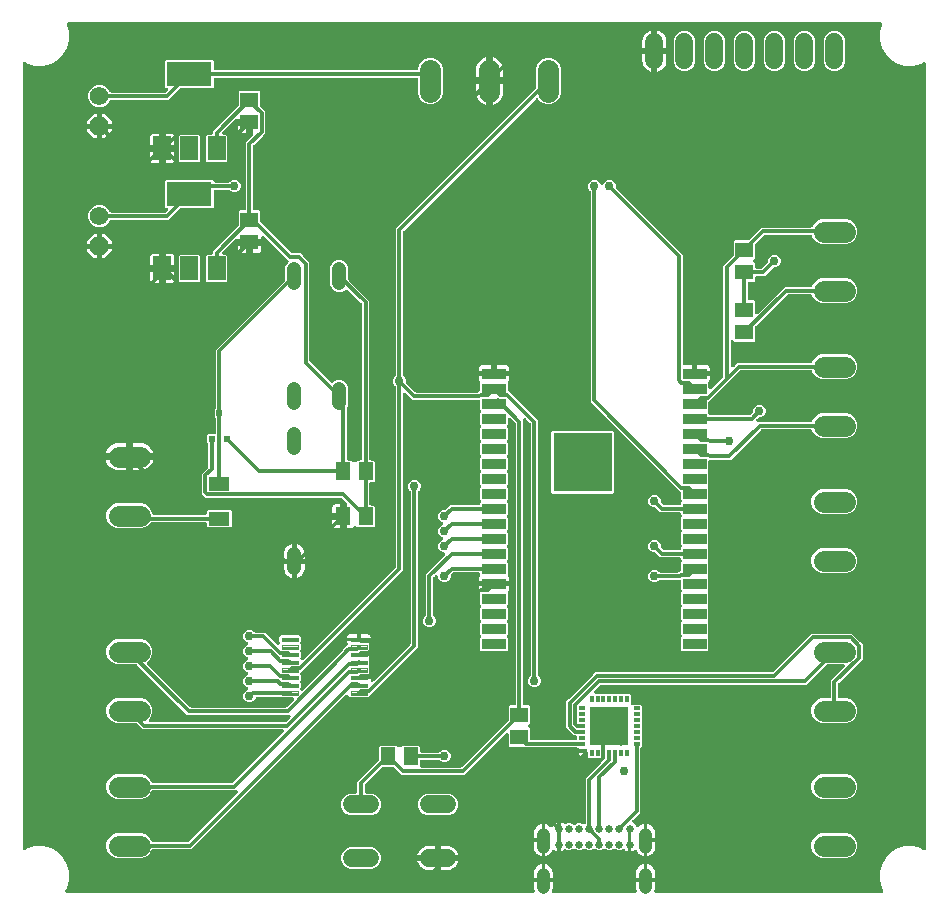
<source format=gbr>
G04 EAGLE Gerber RS-274X export*
G75*
%MOMM*%
%FSLAX34Y34*%
%LPD*%
%INTop Copper*%
%IPPOS*%
%AMOC8*
5,1,8,0,0,1.08239X$1,22.5*%
G01*
%ADD10R,1.500000X1.300000*%
%ADD11P,1.704548X8X292.500000*%
%ADD12C,1.574800*%
%ADD13C,1.219200*%
%ADD14R,1.800000X1.170000*%
%ADD15R,1.500000X2.000000*%
%ADD16R,3.800000X2.000000*%
%ADD17R,2.000000X0.900000*%
%ADD18R,5.000000X5.000000*%
%ADD19R,0.300000X0.600000*%
%ADD20R,0.600000X0.300000*%
%ADD21R,3.300000X3.300000*%
%ADD22R,0.435000X0.435000*%
%ADD23R,1.300000X1.500000*%
%ADD24C,1.524000*%
%ADD25C,0.100000*%
%ADD26R,0.520000X0.475000*%
%ADD27C,1.790700*%
%ADD28C,0.650000*%
%ADD29C,1.108000*%
%ADD30C,0.304800*%
%ADD31C,0.756400*%

G36*
X529882Y11194D02*
X529882Y11194D01*
X530032Y11206D01*
X530055Y11214D01*
X530079Y11217D01*
X530221Y11267D01*
X530364Y11314D01*
X530384Y11326D01*
X530407Y11334D01*
X530534Y11416D01*
X530662Y11493D01*
X530680Y11510D01*
X530700Y11523D01*
X530804Y11631D01*
X530912Y11736D01*
X530925Y11756D01*
X530942Y11774D01*
X531019Y11903D01*
X531101Y12029D01*
X531109Y12052D01*
X531121Y12073D01*
X531167Y12216D01*
X531217Y12358D01*
X531220Y12382D01*
X531227Y12405D01*
X531239Y12554D01*
X531256Y12704D01*
X531253Y12728D01*
X531255Y12752D01*
X531233Y12901D01*
X531215Y13050D01*
X531206Y13078D01*
X531204Y13097D01*
X531186Y13141D01*
X531140Y13283D01*
X530780Y14153D01*
X530469Y15714D01*
X530469Y20527D01*
X538550Y20527D01*
X546631Y20527D01*
X546631Y15714D01*
X546393Y14519D01*
X546393Y14518D01*
X546320Y14153D01*
X545960Y13283D01*
X545919Y13138D01*
X545873Y12995D01*
X545871Y12971D01*
X545864Y12948D01*
X545857Y12797D01*
X545845Y12648D01*
X545848Y12624D01*
X545847Y12600D01*
X545874Y12452D01*
X545896Y12303D01*
X545905Y12281D01*
X545910Y12257D01*
X545970Y12119D01*
X546025Y11979D01*
X546039Y11959D01*
X546049Y11937D01*
X546138Y11816D01*
X546224Y11693D01*
X546242Y11677D01*
X546257Y11658D01*
X546371Y11560D01*
X546483Y11460D01*
X546504Y11448D01*
X546523Y11432D01*
X546656Y11364D01*
X546788Y11291D01*
X546811Y11285D01*
X546833Y11274D01*
X546978Y11237D01*
X547123Y11196D01*
X547153Y11194D01*
X547171Y11189D01*
X547218Y11189D01*
X547367Y11177D01*
X738520Y11177D01*
X738596Y11185D01*
X738671Y11184D01*
X738768Y11205D01*
X738867Y11217D01*
X738938Y11242D01*
X739012Y11258D01*
X739101Y11301D01*
X739195Y11334D01*
X739258Y11375D01*
X739327Y11408D01*
X739404Y11469D01*
X739488Y11523D01*
X739540Y11578D01*
X739599Y11625D01*
X739661Y11703D01*
X739730Y11774D01*
X739769Y11839D01*
X739816Y11898D01*
X739858Y11988D01*
X739909Y12073D01*
X739932Y12145D01*
X739964Y12214D01*
X739985Y12311D01*
X740015Y12405D01*
X740021Y12480D01*
X740037Y12554D01*
X740035Y12654D01*
X740043Y12752D01*
X740032Y12827D01*
X740030Y12903D01*
X740006Y12999D01*
X739991Y13097D01*
X739963Y13167D01*
X739944Y13241D01*
X739880Y13377D01*
X739862Y13421D01*
X739852Y13436D01*
X739840Y13462D01*
X738554Y15688D01*
X736839Y22088D01*
X736839Y28712D01*
X738554Y35112D01*
X741866Y40849D01*
X746551Y45534D01*
X752288Y48846D01*
X758688Y50561D01*
X765312Y50561D01*
X771712Y48846D01*
X773938Y47560D01*
X774008Y47530D01*
X774073Y47491D01*
X774167Y47461D01*
X774258Y47422D01*
X774333Y47408D01*
X774405Y47385D01*
X774504Y47377D01*
X774601Y47360D01*
X774677Y47363D01*
X774752Y47357D01*
X774850Y47372D01*
X774949Y47377D01*
X775022Y47398D01*
X775097Y47409D01*
X775189Y47446D01*
X775284Y47473D01*
X775350Y47510D01*
X775421Y47538D01*
X775502Y47594D01*
X775589Y47642D01*
X775645Y47693D01*
X775707Y47737D01*
X775773Y47810D01*
X775847Y47877D01*
X775890Y47939D01*
X775940Y47995D01*
X775988Y48082D01*
X776045Y48164D01*
X776072Y48234D01*
X776109Y48300D01*
X776136Y48396D01*
X776172Y48488D01*
X776183Y48563D01*
X776204Y48636D01*
X776216Y48787D01*
X776223Y48833D01*
X776221Y48851D01*
X776223Y48880D01*
X776223Y713120D01*
X776215Y713196D01*
X776216Y713271D01*
X776195Y713368D01*
X776183Y713467D01*
X776158Y713538D01*
X776142Y713612D01*
X776099Y713701D01*
X776066Y713795D01*
X776025Y713858D01*
X775992Y713927D01*
X775931Y714004D01*
X775877Y714088D01*
X775822Y714140D01*
X775775Y714199D01*
X775697Y714261D01*
X775626Y714330D01*
X775561Y714369D01*
X775502Y714416D01*
X775412Y714458D01*
X775327Y714509D01*
X775255Y714532D01*
X775186Y714564D01*
X775090Y714585D01*
X774995Y714615D01*
X774920Y714621D01*
X774846Y714637D01*
X774746Y714635D01*
X774648Y714643D01*
X774573Y714632D01*
X774497Y714630D01*
X774401Y714606D01*
X774303Y714591D01*
X774233Y714563D01*
X774159Y714544D01*
X774023Y714480D01*
X773979Y714462D01*
X773964Y714452D01*
X773938Y714440D01*
X771712Y713154D01*
X765312Y711439D01*
X758688Y711439D01*
X752288Y713154D01*
X746551Y716466D01*
X741866Y721151D01*
X738554Y726888D01*
X736839Y733288D01*
X736839Y739912D01*
X738562Y746343D01*
X738590Y746389D01*
X738620Y746483D01*
X738659Y746574D01*
X738673Y746649D01*
X738696Y746721D01*
X738704Y746819D01*
X738722Y746917D01*
X738718Y746993D01*
X738724Y747068D01*
X738709Y747166D01*
X738705Y747265D01*
X738684Y747338D01*
X738672Y747413D01*
X738636Y747505D01*
X738609Y747600D01*
X738572Y747666D01*
X738544Y747737D01*
X738487Y747818D01*
X738439Y747904D01*
X738388Y747961D01*
X738345Y748023D01*
X738271Y748089D01*
X738205Y748162D01*
X738142Y748205D01*
X738086Y748256D01*
X737999Y748304D01*
X737918Y748360D01*
X737847Y748388D01*
X737781Y748425D01*
X737686Y748452D01*
X737594Y748488D01*
X737519Y748499D01*
X737446Y748520D01*
X737295Y748532D01*
X737249Y748539D01*
X737230Y748537D01*
X737202Y748539D01*
X50198Y748539D01*
X50123Y748531D01*
X50047Y748532D01*
X49950Y748511D01*
X49852Y748499D01*
X49781Y748474D01*
X49706Y748458D01*
X49617Y748415D01*
X49524Y748382D01*
X49460Y748341D01*
X49392Y748308D01*
X49314Y748247D01*
X49231Y748193D01*
X49178Y748138D01*
X49119Y748091D01*
X49058Y748013D01*
X48989Y747942D01*
X48950Y747877D01*
X48903Y747818D01*
X48861Y747728D01*
X48810Y747643D01*
X48787Y747571D01*
X48755Y747502D01*
X48734Y747405D01*
X48704Y747311D01*
X48698Y747236D01*
X48682Y747161D01*
X48684Y747062D01*
X48676Y746964D01*
X48687Y746889D01*
X48689Y746813D01*
X48713Y746717D01*
X48728Y746619D01*
X48756Y746549D01*
X48774Y746475D01*
X48838Y746340D01*
X50561Y739912D01*
X50561Y733288D01*
X48846Y726888D01*
X45534Y721151D01*
X40849Y716466D01*
X35112Y713154D01*
X28712Y711439D01*
X22088Y711439D01*
X15688Y713154D01*
X13462Y714440D01*
X13392Y714470D01*
X13327Y714509D01*
X13233Y714539D01*
X13142Y714578D01*
X13067Y714592D01*
X12995Y714615D01*
X12896Y714623D01*
X12799Y714640D01*
X12723Y714637D01*
X12648Y714643D01*
X12550Y714628D01*
X12451Y714623D01*
X12378Y714602D01*
X12303Y714591D01*
X12211Y714554D01*
X12116Y714527D01*
X12050Y714490D01*
X11979Y714462D01*
X11898Y714406D01*
X11811Y714358D01*
X11755Y714307D01*
X11693Y714263D01*
X11627Y714190D01*
X11553Y714123D01*
X11510Y714061D01*
X11460Y714005D01*
X11412Y713918D01*
X11356Y713836D01*
X11328Y713766D01*
X11291Y713700D01*
X11264Y713604D01*
X11228Y713512D01*
X11217Y713437D01*
X11196Y713364D01*
X11184Y713213D01*
X11177Y713167D01*
X11179Y713149D01*
X11177Y713120D01*
X11177Y48880D01*
X11185Y48804D01*
X11184Y48729D01*
X11205Y48632D01*
X11217Y48533D01*
X11242Y48462D01*
X11258Y48388D01*
X11301Y48299D01*
X11334Y48205D01*
X11375Y48142D01*
X11408Y48073D01*
X11469Y47996D01*
X11523Y47912D01*
X11578Y47860D01*
X11625Y47801D01*
X11703Y47739D01*
X11774Y47670D01*
X11839Y47631D01*
X11898Y47584D01*
X11988Y47542D01*
X12073Y47491D01*
X12145Y47468D01*
X12214Y47436D01*
X12311Y47415D01*
X12405Y47385D01*
X12480Y47379D01*
X12554Y47363D01*
X12654Y47365D01*
X12752Y47357D01*
X12827Y47368D01*
X12903Y47370D01*
X12999Y47394D01*
X13097Y47409D01*
X13167Y47437D01*
X13241Y47456D01*
X13377Y47520D01*
X13421Y47538D01*
X13436Y47548D01*
X13462Y47560D01*
X15688Y48846D01*
X22088Y50561D01*
X28712Y50561D01*
X35112Y48846D01*
X40849Y45534D01*
X45534Y40849D01*
X48846Y35112D01*
X50561Y28712D01*
X50561Y22088D01*
X48846Y15688D01*
X47560Y13462D01*
X47530Y13392D01*
X47491Y13327D01*
X47461Y13233D01*
X47422Y13142D01*
X47408Y13067D01*
X47385Y12995D01*
X47377Y12896D01*
X47360Y12799D01*
X47363Y12723D01*
X47357Y12648D01*
X47372Y12550D01*
X47377Y12451D01*
X47398Y12378D01*
X47409Y12303D01*
X47446Y12211D01*
X47473Y12116D01*
X47510Y12050D01*
X47538Y11979D01*
X47594Y11898D01*
X47642Y11811D01*
X47693Y11755D01*
X47737Y11693D01*
X47810Y11627D01*
X47877Y11553D01*
X47939Y11510D01*
X47995Y11460D01*
X48082Y11412D01*
X48164Y11356D01*
X48234Y11328D01*
X48300Y11291D01*
X48396Y11264D01*
X48488Y11228D01*
X48563Y11217D01*
X48636Y11196D01*
X48787Y11184D01*
X48833Y11177D01*
X48851Y11179D01*
X48880Y11177D01*
X443233Y11177D01*
X443382Y11194D01*
X443532Y11206D01*
X443555Y11214D01*
X443579Y11217D01*
X443721Y11267D01*
X443864Y11314D01*
X443884Y11326D01*
X443907Y11334D01*
X444034Y11416D01*
X444162Y11493D01*
X444180Y11510D01*
X444200Y11523D01*
X444304Y11631D01*
X444412Y11736D01*
X444425Y11756D01*
X444442Y11774D01*
X444519Y11903D01*
X444601Y12029D01*
X444609Y12052D01*
X444621Y12073D01*
X444667Y12216D01*
X444717Y12358D01*
X444720Y12382D01*
X444727Y12405D01*
X444739Y12554D01*
X444756Y12704D01*
X444753Y12728D01*
X444755Y12752D01*
X444733Y12901D01*
X444715Y13050D01*
X444706Y13078D01*
X444704Y13097D01*
X444686Y13141D01*
X444640Y13283D01*
X444280Y14153D01*
X443969Y15714D01*
X443969Y20527D01*
X452050Y20527D01*
X460131Y20527D01*
X460131Y15714D01*
X459893Y14519D01*
X459893Y14518D01*
X459820Y14153D01*
X459460Y13283D01*
X459418Y13138D01*
X459373Y12995D01*
X459371Y12971D01*
X459364Y12948D01*
X459357Y12797D01*
X459345Y12648D01*
X459348Y12624D01*
X459347Y12600D01*
X459374Y12452D01*
X459396Y12303D01*
X459405Y12281D01*
X459410Y12257D01*
X459470Y12119D01*
X459525Y11979D01*
X459539Y11959D01*
X459549Y11937D01*
X459638Y11816D01*
X459724Y11693D01*
X459742Y11677D01*
X459756Y11657D01*
X459872Y11560D01*
X459983Y11460D01*
X460004Y11448D01*
X460022Y11432D01*
X460156Y11364D01*
X460288Y11291D01*
X460311Y11285D01*
X460333Y11274D01*
X460478Y11237D01*
X460623Y11196D01*
X460652Y11194D01*
X460671Y11189D01*
X460718Y11189D01*
X460867Y11177D01*
X529733Y11177D01*
X529882Y11194D01*
G37*
%LPC*%
G36*
X90562Y40722D02*
X90562Y40722D01*
X86711Y42317D01*
X83764Y45265D01*
X82168Y49116D01*
X82168Y53284D01*
X83764Y57135D01*
X86711Y60083D01*
X90562Y61678D01*
X112638Y61678D01*
X116489Y60083D01*
X119436Y57135D01*
X120243Y55189D01*
X120280Y55122D01*
X120308Y55051D01*
X120364Y54970D01*
X120412Y54884D01*
X120463Y54828D01*
X120507Y54765D01*
X120580Y54699D01*
X120646Y54626D01*
X120709Y54583D01*
X120766Y54532D01*
X120852Y54484D01*
X120933Y54428D01*
X121004Y54400D01*
X121071Y54363D01*
X121166Y54336D01*
X121257Y54300D01*
X121333Y54289D01*
X121406Y54268D01*
X121555Y54256D01*
X121602Y54249D01*
X121621Y54251D01*
X121650Y54249D01*
X150906Y54249D01*
X151032Y54263D01*
X151158Y54270D01*
X151204Y54283D01*
X151252Y54289D01*
X151371Y54331D01*
X151493Y54366D01*
X151535Y54390D01*
X151581Y54406D01*
X151687Y54475D01*
X151797Y54536D01*
X151843Y54576D01*
X151873Y54595D01*
X151907Y54630D01*
X151983Y54695D01*
X192839Y95551D01*
X192902Y95629D01*
X192972Y95702D01*
X193010Y95766D01*
X193056Y95824D01*
X193099Y95915D01*
X193150Y96001D01*
X193173Y96072D01*
X193205Y96139D01*
X193226Y96237D01*
X193257Y96333D01*
X193263Y96407D01*
X193278Y96480D01*
X193277Y96580D01*
X193285Y96680D01*
X193274Y96754D01*
X193272Y96828D01*
X193248Y96925D01*
X193233Y97025D01*
X193205Y97094D01*
X193187Y97166D01*
X193141Y97256D01*
X193104Y97349D01*
X193062Y97410D01*
X193028Y97476D01*
X192962Y97553D01*
X192905Y97635D01*
X192850Y97685D01*
X192802Y97741D01*
X192721Y97801D01*
X192646Y97868D01*
X192581Y97904D01*
X192522Y97949D01*
X192429Y97988D01*
X192341Y98037D01*
X192270Y98057D01*
X192202Y98087D01*
X192103Y98104D01*
X192006Y98132D01*
X191906Y98140D01*
X191859Y98148D01*
X191823Y98146D01*
X191762Y98151D01*
X121650Y98151D01*
X121574Y98143D01*
X121498Y98144D01*
X121401Y98123D01*
X121304Y98111D01*
X121232Y98086D01*
X121157Y98069D01*
X121068Y98027D01*
X120976Y97994D01*
X120911Y97952D01*
X120842Y97920D01*
X120766Y97858D01*
X120683Y97805D01*
X120630Y97750D01*
X120570Y97702D01*
X120509Y97625D01*
X120441Y97554D01*
X120401Y97489D01*
X120354Y97429D01*
X120286Y97296D01*
X120262Y97255D01*
X120256Y97237D01*
X120243Y97211D01*
X119436Y95265D01*
X116489Y92317D01*
X112638Y90722D01*
X90562Y90722D01*
X86711Y92317D01*
X83764Y95265D01*
X82168Y99116D01*
X82168Y103284D01*
X83764Y107135D01*
X86711Y110083D01*
X90562Y111678D01*
X112638Y111678D01*
X116489Y110083D01*
X119436Y107135D01*
X120243Y105189D01*
X120280Y105122D01*
X120308Y105051D01*
X120364Y104970D01*
X120412Y104884D01*
X120463Y104828D01*
X120507Y104765D01*
X120580Y104699D01*
X120646Y104626D01*
X120709Y104583D01*
X120766Y104532D01*
X120852Y104484D01*
X120933Y104428D01*
X121004Y104400D01*
X121071Y104363D01*
X121166Y104336D01*
X121257Y104300D01*
X121333Y104289D01*
X121406Y104268D01*
X121555Y104256D01*
X121602Y104249D01*
X121621Y104251D01*
X121650Y104249D01*
X188239Y104249D01*
X188364Y104263D01*
X188490Y104270D01*
X188537Y104283D01*
X188585Y104289D01*
X188704Y104331D01*
X188825Y104366D01*
X188867Y104390D01*
X188913Y104406D01*
X189019Y104475D01*
X189129Y104536D01*
X189176Y104576D01*
X189206Y104595D01*
X189239Y104630D01*
X189316Y104695D01*
X231772Y147151D01*
X231834Y147229D01*
X231904Y147302D01*
X231942Y147366D01*
X231988Y147424D01*
X232031Y147515D01*
X232083Y147601D01*
X232105Y147672D01*
X232137Y147739D01*
X232158Y147837D01*
X232189Y147933D01*
X232195Y148007D01*
X232211Y148080D01*
X232209Y148180D01*
X232217Y148280D01*
X232206Y148354D01*
X232205Y148428D01*
X232180Y148525D01*
X232165Y148625D01*
X232138Y148694D01*
X232120Y148766D01*
X232074Y148856D01*
X232037Y148949D01*
X231994Y149010D01*
X231960Y149076D01*
X231895Y149153D01*
X231838Y149235D01*
X231782Y149285D01*
X231734Y149341D01*
X231653Y149401D01*
X231579Y149468D01*
X231514Y149504D01*
X231454Y149549D01*
X231362Y149588D01*
X231274Y149637D01*
X231202Y149657D01*
X231134Y149687D01*
X231035Y149704D01*
X230938Y149732D01*
X230838Y149740D01*
X230791Y149748D01*
X230755Y149746D01*
X230695Y149751D01*
X113037Y149751D01*
X108213Y154576D01*
X108114Y154654D01*
X108020Y154739D01*
X107978Y154762D01*
X107940Y154792D01*
X107826Y154846D01*
X107715Y154907D01*
X107668Y154921D01*
X107625Y154941D01*
X107501Y154968D01*
X107379Y155002D01*
X107319Y155007D01*
X107284Y155015D01*
X107236Y155014D01*
X107136Y155022D01*
X90562Y155022D01*
X86711Y156617D01*
X83764Y159565D01*
X82168Y163416D01*
X82168Y167584D01*
X83764Y171435D01*
X86711Y174383D01*
X90562Y175978D01*
X112638Y175978D01*
X116489Y174383D01*
X119436Y171435D01*
X121032Y167584D01*
X121032Y163416D01*
X119436Y159565D01*
X118321Y158449D01*
X118259Y158370D01*
X118189Y158298D01*
X118151Y158234D01*
X118104Y158176D01*
X118061Y158085D01*
X118010Y157999D01*
X117987Y157928D01*
X117955Y157861D01*
X117934Y157763D01*
X117904Y157667D01*
X117898Y157593D01*
X117882Y157520D01*
X117884Y157420D01*
X117876Y157320D01*
X117887Y157246D01*
X117888Y157172D01*
X117913Y157075D01*
X117927Y156975D01*
X117955Y156906D01*
X117973Y156834D01*
X118019Y156745D01*
X118056Y156651D01*
X118099Y156590D01*
X118133Y156524D01*
X118198Y156448D01*
X118255Y156365D01*
X118310Y156315D01*
X118359Y156259D01*
X118439Y156199D01*
X118514Y156132D01*
X118579Y156096D01*
X118639Y156051D01*
X118731Y156012D01*
X118819Y155963D01*
X118891Y155943D01*
X118959Y155913D01*
X119058Y155896D01*
X119154Y155868D01*
X119254Y155860D01*
X119302Y155852D01*
X119338Y155854D01*
X119398Y155849D01*
X233339Y155849D01*
X233464Y155863D01*
X233590Y155870D01*
X233637Y155883D01*
X233685Y155889D01*
X233804Y155931D01*
X233925Y155966D01*
X233967Y155990D01*
X234013Y156006D01*
X234119Y156075D01*
X234229Y156136D01*
X234276Y156176D01*
X234306Y156195D01*
X234339Y156230D01*
X234342Y156232D01*
X234346Y156236D01*
X234416Y156295D01*
X237572Y159451D01*
X237634Y159529D01*
X237704Y159602D01*
X237742Y159666D01*
X237788Y159724D01*
X237831Y159815D01*
X237883Y159901D01*
X237905Y159972D01*
X237937Y160039D01*
X237958Y160137D01*
X237989Y160233D01*
X237995Y160307D01*
X238011Y160380D01*
X238009Y160480D01*
X238017Y160580D01*
X238006Y160654D01*
X238005Y160728D01*
X237980Y160825D01*
X237965Y160925D01*
X237938Y160994D01*
X237920Y161066D01*
X237874Y161155D01*
X237837Y161249D01*
X237794Y161310D01*
X237760Y161376D01*
X237695Y161452D01*
X237638Y161535D01*
X237582Y161585D01*
X237534Y161641D01*
X237453Y161701D01*
X237379Y161768D01*
X237314Y161804D01*
X237254Y161849D01*
X237162Y161888D01*
X237074Y161937D01*
X237002Y161957D01*
X236934Y161987D01*
X236835Y162004D01*
X236738Y162032D01*
X236638Y162040D01*
X236591Y162048D01*
X236555Y162046D01*
X236495Y162051D01*
X150737Y162051D01*
X108213Y204576D01*
X108114Y204654D01*
X108020Y204739D01*
X107978Y204762D01*
X107940Y204792D01*
X107826Y204846D01*
X107715Y204907D01*
X107668Y204921D01*
X107625Y204941D01*
X107501Y204968D01*
X107379Y205002D01*
X107319Y205007D01*
X107284Y205015D01*
X107236Y205014D01*
X107136Y205022D01*
X90562Y205022D01*
X86711Y206617D01*
X83764Y209565D01*
X82168Y213416D01*
X82168Y217584D01*
X83764Y221435D01*
X86711Y224383D01*
X90562Y225978D01*
X112638Y225978D01*
X116489Y224383D01*
X119436Y221435D01*
X121032Y217584D01*
X121032Y213416D01*
X119436Y209565D01*
X116719Y206847D01*
X116703Y206826D01*
X116683Y206809D01*
X116594Y206690D01*
X116502Y206574D01*
X116491Y206550D01*
X116475Y206529D01*
X116417Y206393D01*
X116353Y206259D01*
X116348Y206233D01*
X116337Y206209D01*
X116311Y206063D01*
X116280Y205918D01*
X116280Y205892D01*
X116276Y205866D01*
X116283Y205718D01*
X116286Y205570D01*
X116292Y205544D01*
X116294Y205518D01*
X116335Y205376D01*
X116371Y205232D01*
X116383Y205208D01*
X116390Y205183D01*
X116463Y205054D01*
X116531Y204922D01*
X116548Y204902D01*
X116560Y204879D01*
X116719Y204693D01*
X152817Y168595D01*
X152916Y168516D01*
X153010Y168432D01*
X153052Y168408D01*
X153090Y168378D01*
X153204Y168324D01*
X153315Y168263D01*
X153361Y168250D01*
X153405Y168229D01*
X153528Y168203D01*
X153650Y168168D01*
X153711Y168163D01*
X153746Y168156D01*
X153794Y168157D01*
X153894Y168149D01*
X233774Y168149D01*
X233899Y168163D01*
X234026Y168170D01*
X234072Y168183D01*
X234120Y168189D01*
X234239Y168231D01*
X234360Y168266D01*
X234403Y168290D01*
X234448Y168306D01*
X234555Y168375D01*
X234665Y168436D01*
X234711Y168476D01*
X234741Y168495D01*
X234775Y168530D01*
X234851Y168595D01*
X240581Y174325D01*
X240643Y174403D01*
X240713Y174476D01*
X240751Y174540D01*
X240798Y174598D01*
X240841Y174689D01*
X240892Y174775D01*
X240915Y174846D01*
X240947Y174913D01*
X240968Y175011D01*
X240998Y175107D01*
X241004Y175181D01*
X241020Y175254D01*
X241018Y175354D01*
X241026Y175454D01*
X241015Y175528D01*
X241014Y175602D01*
X240989Y175699D01*
X240975Y175799D01*
X240947Y175868D01*
X240929Y175940D01*
X240883Y176030D01*
X240846Y176123D01*
X240803Y176184D01*
X240769Y176250D01*
X240704Y176327D01*
X240647Y176409D01*
X240592Y176459D01*
X240543Y176515D01*
X240463Y176575D01*
X240388Y176642D01*
X240323Y176678D01*
X240263Y176723D01*
X240171Y176762D01*
X240083Y176811D01*
X240011Y176831D01*
X239943Y176861D01*
X239844Y176878D01*
X239748Y176906D01*
X239648Y176914D01*
X239600Y176922D01*
X239564Y176920D01*
X239504Y176925D01*
X229761Y176925D01*
X229731Y176955D01*
X229632Y177034D01*
X229539Y177118D01*
X229496Y177142D01*
X229458Y177172D01*
X229344Y177226D01*
X229234Y177287D01*
X229187Y177300D01*
X229143Y177321D01*
X229020Y177347D01*
X228898Y177382D01*
X228837Y177387D01*
X228803Y177394D01*
X228755Y177393D01*
X228654Y177401D01*
X209797Y177401D01*
X209721Y177393D01*
X209644Y177394D01*
X209548Y177373D01*
X209450Y177361D01*
X209378Y177336D01*
X209304Y177319D01*
X209215Y177277D01*
X209122Y177244D01*
X209058Y177202D01*
X208989Y177170D01*
X208912Y177108D01*
X208829Y177055D01*
X208776Y177000D01*
X208717Y176952D01*
X208656Y176875D01*
X208587Y176804D01*
X208548Y176739D01*
X208501Y176679D01*
X208432Y176545D01*
X208408Y176505D01*
X208403Y176487D01*
X208389Y176461D01*
X207699Y174794D01*
X206206Y173301D01*
X204256Y172493D01*
X202144Y172493D01*
X200194Y173301D01*
X198701Y174794D01*
X197893Y176744D01*
X197893Y178856D01*
X198701Y180806D01*
X200194Y182299D01*
X201266Y182743D01*
X201353Y182792D01*
X201445Y182831D01*
X201505Y182876D01*
X201570Y182912D01*
X201645Y182980D01*
X201725Y183039D01*
X201773Y183096D01*
X201828Y183146D01*
X201885Y183229D01*
X201950Y183305D01*
X201984Y183372D01*
X202027Y183433D01*
X202063Y183526D01*
X202109Y183616D01*
X202127Y183688D01*
X202154Y183757D01*
X202169Y183856D01*
X202193Y183954D01*
X202194Y184028D01*
X202205Y184102D01*
X202197Y184202D01*
X202198Y184302D01*
X202182Y184375D01*
X202176Y184449D01*
X202145Y184545D01*
X202124Y184643D01*
X202092Y184710D01*
X202069Y184781D01*
X202017Y184867D01*
X201974Y184958D01*
X201928Y185016D01*
X201890Y185079D01*
X201819Y185152D01*
X201757Y185230D01*
X201699Y185276D01*
X201647Y185329D01*
X201562Y185384D01*
X201483Y185446D01*
X201394Y185492D01*
X201353Y185518D01*
X201320Y185530D01*
X201266Y185557D01*
X200194Y186001D01*
X198701Y187494D01*
X197893Y189444D01*
X197893Y191556D01*
X198701Y193506D01*
X200194Y194999D01*
X201266Y195443D01*
X201353Y195491D01*
X201445Y195532D01*
X201505Y195576D01*
X201570Y195612D01*
X201645Y195679D01*
X201725Y195739D01*
X201773Y195796D01*
X201828Y195846D01*
X201885Y195929D01*
X201950Y196005D01*
X201984Y196072D01*
X202027Y196133D01*
X202063Y196226D01*
X202109Y196316D01*
X202127Y196388D01*
X202154Y196457D01*
X202169Y196556D01*
X202193Y196654D01*
X202194Y196728D01*
X202205Y196802D01*
X202197Y196902D01*
X202198Y197002D01*
X202182Y197075D01*
X202176Y197149D01*
X202145Y197245D01*
X202124Y197343D01*
X202092Y197410D01*
X202069Y197481D01*
X202017Y197567D01*
X201974Y197658D01*
X201928Y197716D01*
X201889Y197779D01*
X201820Y197851D01*
X201757Y197930D01*
X201698Y197976D01*
X201647Y198029D01*
X201562Y198084D01*
X201483Y198146D01*
X201394Y198192D01*
X201353Y198218D01*
X201320Y198230D01*
X201266Y198257D01*
X200194Y198701D01*
X198701Y200194D01*
X197893Y202144D01*
X197893Y204256D01*
X198701Y206206D01*
X200194Y207699D01*
X201266Y208143D01*
X201353Y208191D01*
X201445Y208232D01*
X201505Y208276D01*
X201570Y208312D01*
X201645Y208379D01*
X201725Y208439D01*
X201773Y208496D01*
X201828Y208546D01*
X201885Y208629D01*
X201950Y208705D01*
X201984Y208772D01*
X202027Y208833D01*
X202063Y208926D01*
X202109Y209016D01*
X202127Y209088D01*
X202154Y209157D01*
X202169Y209256D01*
X202193Y209354D01*
X202194Y209428D01*
X202205Y209502D01*
X202197Y209602D01*
X202198Y209702D01*
X202182Y209775D01*
X202176Y209849D01*
X202145Y209945D01*
X202124Y210043D01*
X202092Y210110D01*
X202069Y210181D01*
X202017Y210267D01*
X201974Y210358D01*
X201928Y210416D01*
X201889Y210479D01*
X201820Y210551D01*
X201757Y210630D01*
X201698Y210676D01*
X201647Y210729D01*
X201562Y210784D01*
X201483Y210846D01*
X201394Y210892D01*
X201353Y210918D01*
X201320Y210930D01*
X201266Y210957D01*
X200194Y211401D01*
X198701Y212894D01*
X197893Y214844D01*
X197893Y216956D01*
X198701Y218906D01*
X200194Y220399D01*
X201266Y220843D01*
X201354Y220892D01*
X201446Y220932D01*
X201505Y220976D01*
X201570Y221012D01*
X201645Y221080D01*
X201725Y221139D01*
X201773Y221196D01*
X201828Y221246D01*
X201885Y221329D01*
X201950Y221405D01*
X201984Y221472D01*
X202027Y221533D01*
X202063Y221626D01*
X202109Y221716D01*
X202127Y221788D01*
X202154Y221857D01*
X202169Y221957D01*
X202193Y222054D01*
X202194Y222128D01*
X202205Y222202D01*
X202197Y222302D01*
X202198Y222402D01*
X202182Y222475D01*
X202176Y222549D01*
X202145Y222645D01*
X202124Y222743D01*
X202092Y222810D01*
X202069Y222881D01*
X202017Y222967D01*
X201974Y223058D01*
X201928Y223116D01*
X201890Y223179D01*
X201820Y223251D01*
X201757Y223330D01*
X201698Y223376D01*
X201647Y223429D01*
X201562Y223484D01*
X201483Y223546D01*
X201394Y223592D01*
X201353Y223618D01*
X201320Y223630D01*
X201266Y223657D01*
X200194Y224101D01*
X198701Y225594D01*
X197893Y227544D01*
X197893Y229656D01*
X198701Y231606D01*
X200194Y233099D01*
X202144Y233907D01*
X204256Y233907D01*
X206206Y233099D01*
X207210Y232095D01*
X207309Y232016D01*
X207403Y231932D01*
X207445Y231908D01*
X207483Y231878D01*
X207597Y231824D01*
X207708Y231763D01*
X207754Y231750D01*
X207798Y231729D01*
X207921Y231703D01*
X208043Y231668D01*
X208104Y231663D01*
X208139Y231656D01*
X208187Y231657D01*
X208287Y231649D01*
X216195Y231649D01*
X226238Y221606D01*
X226259Y221589D01*
X226277Y221569D01*
X226396Y221481D01*
X226511Y221389D01*
X226536Y221378D01*
X226557Y221362D01*
X226693Y221303D01*
X226826Y221240D01*
X226853Y221235D01*
X226877Y221224D01*
X227023Y221198D01*
X227167Y221167D01*
X227194Y221167D01*
X227220Y221163D01*
X227368Y221170D01*
X227515Y221173D01*
X227542Y221179D01*
X227568Y221181D01*
X227710Y221222D01*
X227853Y221258D01*
X227877Y221270D01*
X227903Y221278D01*
X228032Y221350D01*
X228163Y221417D01*
X228184Y221435D01*
X228207Y221448D01*
X228393Y221607D01*
X228410Y221624D01*
X228420Y221636D01*
X228429Y221643D01*
X228434Y221650D01*
X228446Y221661D01*
X228534Y221780D01*
X228627Y221897D01*
X228638Y221920D01*
X228653Y221941D01*
X228712Y222078D01*
X228775Y222212D01*
X228781Y222237D01*
X228791Y222261D01*
X228817Y222408D01*
X228849Y222553D01*
X228848Y222579D01*
X228853Y222604D01*
X228845Y222753D01*
X228842Y222902D01*
X228836Y222926D01*
X228835Y222952D01*
X228793Y223095D01*
X228757Y223239D01*
X228745Y223262D01*
X228738Y223287D01*
X228665Y223417D01*
X228597Y223549D01*
X228580Y223569D01*
X228575Y223578D01*
X228575Y228289D01*
X229761Y229475D01*
X245339Y229475D01*
X246525Y228289D01*
X246525Y223568D01*
X246474Y223504D01*
X246463Y223480D01*
X246447Y223459D01*
X246388Y223323D01*
X246325Y223189D01*
X246319Y223163D01*
X246309Y223139D01*
X246283Y222993D01*
X246252Y222848D01*
X246252Y222822D01*
X246247Y222796D01*
X246255Y222648D01*
X246258Y222500D01*
X246264Y222474D01*
X246265Y222448D01*
X246306Y222306D01*
X246343Y222162D01*
X246355Y222139D01*
X246362Y222113D01*
X246434Y221984D01*
X246502Y221852D01*
X246519Y221832D01*
X246525Y221822D01*
X246525Y217068D01*
X246474Y217004D01*
X246463Y216980D01*
X246447Y216959D01*
X246388Y216823D01*
X246325Y216689D01*
X246319Y216663D01*
X246309Y216639D01*
X246283Y216493D01*
X246252Y216348D01*
X246252Y216322D01*
X246247Y216296D01*
X246255Y216148D01*
X246258Y216000D01*
X246264Y215974D01*
X246265Y215948D01*
X246306Y215806D01*
X246343Y215662D01*
X246355Y215639D01*
X246362Y215613D01*
X246434Y215484D01*
X246502Y215352D01*
X246519Y215332D01*
X246525Y215322D01*
X246525Y210568D01*
X246474Y210504D01*
X246463Y210481D01*
X246448Y210461D01*
X246389Y210323D01*
X246325Y210189D01*
X246320Y210164D01*
X246309Y210141D01*
X246283Y209994D01*
X246252Y209848D01*
X246252Y209823D01*
X246247Y209798D01*
X246255Y209649D01*
X246258Y209500D01*
X246264Y209475D01*
X246265Y209450D01*
X246306Y209307D01*
X246343Y209162D01*
X246354Y209139D01*
X246361Y209115D01*
X246434Y208985D01*
X246502Y208852D01*
X246519Y208833D01*
X246531Y208810D01*
X246690Y208624D01*
X246707Y208607D01*
X246720Y208596D01*
X246728Y208587D01*
X246735Y208582D01*
X246745Y208569D01*
X246864Y208482D01*
X246979Y208390D01*
X247004Y208378D01*
X247025Y208362D01*
X247161Y208304D01*
X247294Y208241D01*
X247321Y208235D01*
X247345Y208224D01*
X247491Y208198D01*
X247635Y208167D01*
X247662Y208167D01*
X247688Y208163D01*
X247836Y208170D01*
X247984Y208173D01*
X248010Y208179D01*
X248037Y208181D01*
X248179Y208222D01*
X248322Y208257D01*
X248345Y208270D01*
X248371Y208277D01*
X248500Y208349D01*
X248632Y208417D01*
X248652Y208434D01*
X248676Y208447D01*
X248862Y208606D01*
X326705Y286449D01*
X326784Y286548D01*
X326868Y286642D01*
X326892Y286684D01*
X326922Y286722D01*
X326976Y286836D01*
X327037Y286947D01*
X327050Y286994D01*
X327071Y287037D01*
X327097Y287161D01*
X327132Y287282D01*
X327137Y287343D01*
X327144Y287378D01*
X327143Y287426D01*
X327151Y287526D01*
X327151Y439413D01*
X327137Y439539D01*
X327130Y439665D01*
X327117Y439711D01*
X327111Y439759D01*
X327069Y439878D01*
X327034Y440000D01*
X327010Y440042D01*
X326994Y440087D01*
X326925Y440194D01*
X326864Y440304D01*
X326824Y440350D01*
X326805Y440380D01*
X326770Y440414D01*
X326705Y440490D01*
X325701Y441494D01*
X324893Y443444D01*
X324893Y445556D01*
X325701Y447506D01*
X326705Y448510D01*
X326784Y448609D01*
X326868Y448703D01*
X326892Y448745D01*
X326922Y448783D01*
X326976Y448897D01*
X327037Y449008D01*
X327050Y449054D01*
X327071Y449098D01*
X327097Y449221D01*
X327132Y449343D01*
X327137Y449404D01*
X327144Y449439D01*
X327143Y449487D01*
X327151Y449587D01*
X327151Y573763D01*
X445476Y692087D01*
X445554Y692186D01*
X445639Y692280D01*
X445662Y692322D01*
X445692Y692360D01*
X445746Y692474D01*
X445807Y692585D01*
X445821Y692632D01*
X445841Y692675D01*
X445868Y692799D01*
X445902Y692921D01*
X445907Y692981D01*
X445915Y693016D01*
X445914Y693064D01*
X445922Y693164D01*
X445922Y709738D01*
X447517Y713589D01*
X450465Y716536D01*
X454316Y718132D01*
X458484Y718132D01*
X462335Y716536D01*
X465283Y713589D01*
X466878Y709738D01*
X466878Y687662D01*
X465283Y683811D01*
X462335Y680864D01*
X458484Y679268D01*
X454316Y679268D01*
X450465Y680864D01*
X447747Y683581D01*
X447726Y683597D01*
X447709Y683617D01*
X447590Y683706D01*
X447474Y683798D01*
X447450Y683809D01*
X447429Y683825D01*
X447293Y683883D01*
X447159Y683947D01*
X447133Y683952D01*
X447109Y683963D01*
X446963Y683989D01*
X446818Y684020D01*
X446792Y684020D01*
X446766Y684024D01*
X446618Y684017D01*
X446470Y684014D01*
X446444Y684008D01*
X446418Y684006D01*
X446276Y683965D01*
X446132Y683929D01*
X446108Y683917D01*
X446083Y683910D01*
X445954Y683837D01*
X445822Y683769D01*
X445802Y683752D01*
X445779Y683740D01*
X445593Y683581D01*
X333695Y571683D01*
X333616Y571584D01*
X333532Y571490D01*
X333508Y571448D01*
X333478Y571410D01*
X333424Y571296D01*
X333363Y571185D01*
X333350Y571139D01*
X333329Y571095D01*
X333303Y570972D01*
X333268Y570850D01*
X333263Y570789D01*
X333256Y570754D01*
X333257Y570706D01*
X333249Y570606D01*
X333249Y449587D01*
X333263Y449461D01*
X333270Y449335D01*
X333283Y449289D01*
X333289Y449241D01*
X333331Y449122D01*
X333366Y449000D01*
X333390Y448958D01*
X333406Y448913D01*
X333475Y448807D01*
X333536Y448696D01*
X333576Y448650D01*
X333595Y448620D01*
X333630Y448586D01*
X333695Y448510D01*
X334699Y447506D01*
X335507Y445556D01*
X335507Y444136D01*
X335521Y444010D01*
X335528Y443884D01*
X335541Y443838D01*
X335547Y443790D01*
X335589Y443671D01*
X335624Y443549D01*
X335648Y443507D01*
X335664Y443461D01*
X335733Y443355D01*
X335794Y443245D01*
X335834Y443199D01*
X335853Y443169D01*
X335888Y443135D01*
X335953Y443059D01*
X343717Y435295D01*
X343816Y435216D01*
X343910Y435132D01*
X343952Y435108D01*
X343990Y435078D01*
X344104Y435024D01*
X344215Y434963D01*
X344261Y434950D01*
X344305Y434929D01*
X344428Y434903D01*
X344550Y434868D01*
X344611Y434863D01*
X344646Y434856D01*
X344694Y434857D01*
X344794Y434849D01*
X395896Y434849D01*
X396021Y434863D01*
X396148Y434870D01*
X396194Y434883D01*
X396242Y434889D01*
X396361Y434931D01*
X396482Y434966D01*
X396525Y434990D01*
X396570Y435006D01*
X396676Y435075D01*
X396787Y435136D01*
X396833Y435176D01*
X396863Y435195D01*
X396896Y435230D01*
X396973Y435295D01*
X397942Y436264D01*
X397948Y436268D01*
X397973Y436278D01*
X398094Y436363D01*
X398219Y436443D01*
X398237Y436462D01*
X398259Y436477D01*
X398358Y436587D01*
X398461Y436694D01*
X398475Y436716D01*
X398492Y436736D01*
X398564Y436866D01*
X398640Y436993D01*
X398648Y437018D01*
X398661Y437041D01*
X398701Y437184D01*
X398746Y437325D01*
X398748Y437351D01*
X398756Y437376D01*
X398775Y437620D01*
X398775Y443701D01*
X398761Y443826D01*
X398754Y443952D01*
X398741Y443999D01*
X398735Y444047D01*
X398693Y444166D01*
X398658Y444287D01*
X398634Y444329D01*
X398618Y444375D01*
X398549Y444481D01*
X398488Y444591D01*
X398448Y444638D01*
X398429Y444668D01*
X398394Y444701D01*
X398329Y444778D01*
X398267Y444840D01*
X397932Y445419D01*
X397759Y446065D01*
X397759Y448651D01*
X409574Y448651D01*
X409600Y448654D01*
X409626Y448652D01*
X409773Y448674D01*
X409920Y448691D01*
X409945Y448699D01*
X409971Y448703D01*
X410108Y448758D01*
X410248Y448808D01*
X410270Y448822D01*
X410295Y448832D01*
X410307Y448841D01*
X410399Y448786D01*
X410424Y448778D01*
X410447Y448765D01*
X410590Y448725D01*
X410731Y448680D01*
X410757Y448677D01*
X410782Y448670D01*
X411026Y448651D01*
X422841Y448651D01*
X422841Y446065D01*
X422668Y445419D01*
X422333Y444840D01*
X422271Y444778D01*
X422192Y444679D01*
X422108Y444585D01*
X422084Y444543D01*
X422054Y444505D01*
X422000Y444391D01*
X421939Y444280D01*
X421926Y444233D01*
X421905Y444190D01*
X421879Y444066D01*
X421844Y443944D01*
X421839Y443884D01*
X421832Y443849D01*
X421833Y443801D01*
X421825Y443701D01*
X421825Y437620D01*
X421828Y437594D01*
X421826Y437568D01*
X421848Y437421D01*
X421865Y437274D01*
X421873Y437249D01*
X421877Y437223D01*
X421932Y437085D01*
X421982Y436946D01*
X421996Y436924D01*
X422006Y436899D01*
X422091Y436778D01*
X422171Y436653D01*
X422190Y436635D01*
X422205Y436613D01*
X422315Y436514D01*
X422422Y436411D01*
X422444Y436397D01*
X422464Y436380D01*
X422594Y436308D01*
X422645Y436277D01*
X447549Y411373D01*
X447549Y195587D01*
X447563Y195461D01*
X447570Y195335D01*
X447583Y195289D01*
X447589Y195241D01*
X447631Y195122D01*
X447666Y195000D01*
X447690Y194958D01*
X447706Y194913D01*
X447775Y194807D01*
X447836Y194696D01*
X447876Y194650D01*
X447895Y194620D01*
X447930Y194586D01*
X447995Y194510D01*
X448999Y193506D01*
X449807Y191556D01*
X449807Y189444D01*
X448999Y187494D01*
X447506Y186001D01*
X445556Y185193D01*
X443444Y185193D01*
X441494Y186001D01*
X440001Y187494D01*
X439193Y189444D01*
X439193Y191556D01*
X440001Y193506D01*
X441005Y194510D01*
X441084Y194609D01*
X441168Y194703D01*
X441192Y194745D01*
X441222Y194783D01*
X441276Y194897D01*
X441337Y195008D01*
X441350Y195054D01*
X441371Y195098D01*
X441397Y195221D01*
X441432Y195343D01*
X441437Y195404D01*
X441444Y195439D01*
X441443Y195487D01*
X441451Y195587D01*
X441451Y408217D01*
X441437Y408342D01*
X441430Y408468D01*
X441417Y408515D01*
X441411Y408563D01*
X441369Y408682D01*
X441334Y408803D01*
X441310Y408845D01*
X441294Y408891D01*
X441225Y408997D01*
X441164Y409108D01*
X441124Y409154D01*
X441105Y409184D01*
X441070Y409217D01*
X441005Y409294D01*
X437449Y412850D01*
X437371Y412912D01*
X437298Y412982D01*
X437234Y413020D01*
X437176Y413066D01*
X437085Y413109D01*
X436999Y413161D01*
X436928Y413184D01*
X436861Y413215D01*
X436763Y413237D01*
X436667Y413267D01*
X436593Y413273D01*
X436520Y413289D01*
X436420Y413287D01*
X436320Y413295D01*
X436246Y413284D01*
X436172Y413283D01*
X436075Y413258D01*
X435975Y413243D01*
X435906Y413216D01*
X435834Y413198D01*
X435745Y413152D01*
X435651Y413115D01*
X435590Y413072D01*
X435524Y413038D01*
X435448Y412973D01*
X435365Y412916D01*
X435315Y412861D01*
X435259Y412812D01*
X435199Y412732D01*
X435132Y412657D01*
X435096Y412592D01*
X435051Y412532D01*
X435012Y412440D01*
X434963Y412352D01*
X434943Y412280D01*
X434913Y412212D01*
X434896Y412113D01*
X434868Y412017D01*
X434860Y411917D01*
X434852Y411869D01*
X434854Y411833D01*
X434849Y411773D01*
X434849Y171448D01*
X434852Y171422D01*
X434850Y171396D01*
X434872Y171249D01*
X434889Y171102D01*
X434897Y171077D01*
X434901Y171051D01*
X434956Y170913D01*
X435006Y170774D01*
X435020Y170752D01*
X435030Y170727D01*
X435115Y170606D01*
X435195Y170481D01*
X435214Y170463D01*
X435229Y170441D01*
X435339Y170342D01*
X435446Y170239D01*
X435468Y170225D01*
X435488Y170208D01*
X435618Y170136D01*
X435745Y170060D01*
X435770Y170052D01*
X435793Y170039D01*
X435936Y169999D01*
X436077Y169954D01*
X436103Y169952D01*
X436128Y169944D01*
X436372Y169925D01*
X439932Y169925D01*
X440825Y169032D01*
X440825Y154768D01*
X439533Y153477D01*
X439517Y153457D01*
X439497Y153440D01*
X439409Y153320D01*
X439317Y153204D01*
X439306Y153180D01*
X439290Y153159D01*
X439231Y153023D01*
X439168Y152889D01*
X439162Y152863D01*
X439152Y152839D01*
X439126Y152693D01*
X439094Y152548D01*
X439095Y152522D01*
X439090Y152496D01*
X439098Y152348D01*
X439100Y152200D01*
X439107Y152174D01*
X439108Y152148D01*
X439149Y152006D01*
X439185Y151862D01*
X439197Y151839D01*
X439205Y151813D01*
X439277Y151684D01*
X439345Y151552D01*
X439362Y151532D01*
X439375Y151509D01*
X439533Y151323D01*
X440825Y150032D01*
X440825Y141972D01*
X440828Y141946D01*
X440826Y141920D01*
X440848Y141773D01*
X440865Y141626D01*
X440873Y141601D01*
X440877Y141575D01*
X440932Y141437D01*
X440982Y141298D01*
X440996Y141276D01*
X441006Y141251D01*
X441091Y141130D01*
X441171Y141005D01*
X441190Y140987D01*
X441205Y140965D01*
X441315Y140866D01*
X441422Y140763D01*
X441444Y140749D01*
X441464Y140732D01*
X441594Y140660D01*
X441721Y140584D01*
X441746Y140576D01*
X441769Y140563D01*
X441912Y140523D01*
X442053Y140478D01*
X442079Y140476D01*
X442104Y140468D01*
X442348Y140449D01*
X478952Y140449D01*
X478978Y140452D01*
X479004Y140450D01*
X479151Y140472D01*
X479298Y140489D01*
X479323Y140497D01*
X479349Y140501D01*
X479487Y140556D01*
X479626Y140606D01*
X479648Y140620D01*
X479673Y140630D01*
X479794Y140715D01*
X479919Y140795D01*
X479937Y140814D01*
X479959Y140829D01*
X480058Y140939D01*
X480161Y141046D01*
X480175Y141068D01*
X480192Y141088D01*
X480264Y141218D01*
X480340Y141345D01*
X480348Y141370D01*
X480361Y141393D01*
X480401Y141536D01*
X480446Y141677D01*
X480448Y141703D01*
X480456Y141728D01*
X480475Y141972D01*
X480475Y143256D01*
X480472Y143282D01*
X480474Y143308D01*
X480452Y143455D01*
X480435Y143602D01*
X480427Y143627D01*
X480423Y143653D01*
X480368Y143791D01*
X480318Y143930D01*
X480304Y143952D01*
X480294Y143977D01*
X480209Y144098D01*
X480129Y144223D01*
X480110Y144241D01*
X480095Y144263D01*
X479985Y144362D01*
X479878Y144465D01*
X479856Y144479D01*
X479836Y144496D01*
X479706Y144568D01*
X479579Y144644D01*
X479554Y144652D01*
X479531Y144665D01*
X479388Y144705D01*
X479247Y144750D01*
X479221Y144752D01*
X479196Y144760D01*
X478952Y144779D01*
X478033Y144779D01*
X471331Y151481D01*
X471331Y173319D01*
X473563Y175551D01*
X493901Y195889D01*
X496133Y198121D01*
X645806Y198121D01*
X645932Y198135D01*
X646058Y198142D01*
X646104Y198155D01*
X646152Y198161D01*
X646271Y198203D01*
X646393Y198238D01*
X646435Y198262D01*
X646481Y198278D01*
X646587Y198347D01*
X646697Y198408D01*
X646743Y198448D01*
X646773Y198467D01*
X646807Y198502D01*
X646883Y198567D01*
X678867Y230550D01*
X713688Y230550D01*
X715919Y228318D01*
X715920Y228318D01*
X720272Y223966D01*
X722504Y221734D01*
X722504Y209266D01*
X701995Y188757D01*
X701916Y188658D01*
X701832Y188564D01*
X701808Y188522D01*
X701778Y188484D01*
X701724Y188370D01*
X701663Y188259D01*
X701650Y188213D01*
X701629Y188169D01*
X701603Y188046D01*
X701568Y187924D01*
X701563Y187863D01*
X701556Y187828D01*
X701557Y187780D01*
X701549Y187680D01*
X701549Y177501D01*
X701552Y177475D01*
X701550Y177449D01*
X701572Y177303D01*
X701589Y177155D01*
X701597Y177131D01*
X701601Y177105D01*
X701656Y176967D01*
X701706Y176827D01*
X701720Y176805D01*
X701730Y176781D01*
X701815Y176659D01*
X701895Y176534D01*
X701914Y176516D01*
X701929Y176495D01*
X702039Y176396D01*
X702146Y176292D01*
X702168Y176279D01*
X702188Y176261D01*
X702318Y176189D01*
X702445Y176113D01*
X702470Y176105D01*
X702493Y176093D01*
X702636Y176052D01*
X702777Y176007D01*
X702803Y176005D01*
X702828Y175998D01*
X703072Y175978D01*
X709538Y175978D01*
X713389Y174383D01*
X716336Y171435D01*
X717932Y167584D01*
X717932Y163416D01*
X716336Y159565D01*
X713389Y156617D01*
X709538Y155022D01*
X687462Y155022D01*
X683611Y156617D01*
X680664Y159565D01*
X679068Y163416D01*
X679068Y167584D01*
X680664Y171435D01*
X683611Y174383D01*
X687462Y175978D01*
X693928Y175978D01*
X693954Y175981D01*
X693980Y175979D01*
X694127Y176001D01*
X694274Y176018D01*
X694299Y176027D01*
X694325Y176031D01*
X694463Y176086D01*
X694602Y176136D01*
X694624Y176150D01*
X694649Y176160D01*
X694770Y176244D01*
X694895Y176325D01*
X694913Y176344D01*
X694935Y176358D01*
X695034Y176468D01*
X695137Y176575D01*
X695151Y176598D01*
X695168Y176617D01*
X695240Y176747D01*
X695316Y176874D01*
X695324Y176899D01*
X695337Y176922D01*
X695377Y177065D01*
X695422Y177206D01*
X695424Y177232D01*
X695432Y177258D01*
X695451Y177501D01*
X695451Y190837D01*
X707036Y202421D01*
X707098Y202500D01*
X707168Y202572D01*
X707206Y202636D01*
X707253Y202694D01*
X707296Y202785D01*
X707347Y202871D01*
X707370Y202942D01*
X707402Y203010D01*
X707423Y203108D01*
X707453Y203203D01*
X707459Y203278D01*
X707475Y203350D01*
X707473Y203451D01*
X707481Y203551D01*
X707470Y203624D01*
X707469Y203699D01*
X707445Y203796D01*
X707430Y203895D01*
X707402Y203964D01*
X707384Y204037D01*
X707338Y204126D01*
X707301Y204219D01*
X707258Y204280D01*
X707224Y204346D01*
X707159Y204423D01*
X707102Y204505D01*
X707047Y204555D01*
X706999Y204612D01*
X706918Y204672D01*
X706843Y204739D01*
X706778Y204775D01*
X706718Y204819D01*
X706626Y204859D01*
X706538Y204907D01*
X706466Y204928D01*
X706398Y204957D01*
X706299Y204975D01*
X706203Y205002D01*
X706103Y205010D01*
X706055Y205019D01*
X706019Y205017D01*
X705959Y205022D01*
X692964Y205022D01*
X692839Y205007D01*
X692712Y205001D01*
X692666Y204987D01*
X692618Y204982D01*
X692499Y204939D01*
X692378Y204904D01*
X692335Y204881D01*
X692290Y204864D01*
X692184Y204796D01*
X692073Y204734D01*
X692027Y204695D01*
X691997Y204675D01*
X691964Y204641D01*
X691887Y204576D01*
X674763Y187451D01*
X501183Y187451D01*
X501058Y187437D01*
X500932Y187430D01*
X500885Y187417D01*
X500837Y187411D01*
X500718Y187369D01*
X500597Y187334D01*
X500555Y187310D01*
X500509Y187294D01*
X500403Y187225D01*
X500292Y187164D01*
X500246Y187124D01*
X500216Y187105D01*
X500183Y187070D01*
X500106Y187005D01*
X495626Y182525D01*
X495564Y182447D01*
X495494Y182374D01*
X495456Y182310D01*
X495410Y182252D01*
X495367Y182161D01*
X495315Y182075D01*
X495292Y182004D01*
X495261Y181937D01*
X495239Y181839D01*
X495209Y181743D01*
X495203Y181669D01*
X495187Y181596D01*
X495189Y181496D01*
X495181Y181396D01*
X495192Y181322D01*
X495193Y181248D01*
X495218Y181151D01*
X495233Y181051D01*
X495260Y180982D01*
X495278Y180910D01*
X495324Y180820D01*
X495361Y180727D01*
X495404Y180666D01*
X495438Y180600D01*
X495503Y180523D01*
X495560Y180441D01*
X495615Y180391D01*
X495664Y180335D01*
X495744Y180275D01*
X495819Y180208D01*
X495884Y180172D01*
X495944Y180127D01*
X496036Y180088D01*
X496124Y180039D01*
X496196Y180019D01*
X496264Y179989D01*
X496363Y179972D01*
X496459Y179944D01*
X496559Y179936D01*
X496607Y179928D01*
X496643Y179930D01*
X496703Y179925D01*
X525132Y179925D01*
X526025Y179032D01*
X526025Y171948D01*
X526028Y171922D01*
X526026Y171896D01*
X526048Y171749D01*
X526065Y171602D01*
X526073Y171577D01*
X526077Y171551D01*
X526132Y171413D01*
X526182Y171274D01*
X526196Y171252D01*
X526206Y171227D01*
X526291Y171106D01*
X526371Y170981D01*
X526390Y170963D01*
X526405Y170941D01*
X526515Y170842D01*
X526622Y170739D01*
X526644Y170725D01*
X526664Y170708D01*
X526794Y170636D01*
X526921Y170560D01*
X526946Y170552D01*
X526969Y170539D01*
X527112Y170499D01*
X527253Y170454D01*
X527279Y170452D01*
X527304Y170444D01*
X527548Y170425D01*
X534632Y170425D01*
X535525Y169532D01*
X535525Y135268D01*
X534495Y134239D01*
X534416Y134140D01*
X534332Y134046D01*
X534308Y134003D01*
X534278Y133966D01*
X534224Y133851D01*
X534163Y133741D01*
X534150Y133694D01*
X534129Y133650D01*
X534103Y133527D01*
X534068Y133405D01*
X534063Y133345D01*
X534056Y133310D01*
X534057Y133262D01*
X534049Y133161D01*
X534049Y79244D01*
X531817Y77012D01*
X527783Y72978D01*
X527782Y72977D01*
X527781Y72976D01*
X527668Y72833D01*
X527566Y72705D01*
X527566Y72704D01*
X527565Y72703D01*
X527492Y72548D01*
X527417Y72390D01*
X527417Y72389D01*
X527417Y72388D01*
X527377Y72203D01*
X527344Y72049D01*
X527344Y72048D01*
X527344Y72047D01*
X527347Y71858D01*
X527350Y71701D01*
X527350Y71700D01*
X527350Y71699D01*
X527393Y71527D01*
X527435Y71363D01*
X527435Y71362D01*
X527436Y71361D01*
X527513Y71211D01*
X527594Y71053D01*
X527595Y71052D01*
X527596Y71051D01*
X527704Y70924D01*
X527820Y70787D01*
X527821Y70787D01*
X527822Y70786D01*
X528014Y70634D01*
X528741Y70148D01*
X529548Y69341D01*
X530182Y68393D01*
X530464Y67711D01*
X530537Y67579D01*
X530606Y67446D01*
X530622Y67427D01*
X530634Y67406D01*
X530735Y67295D01*
X530832Y67180D01*
X530851Y67166D01*
X530868Y67148D01*
X530992Y67062D01*
X531112Y66973D01*
X531134Y66964D01*
X531154Y66950D01*
X531294Y66895D01*
X531432Y66835D01*
X531456Y66831D01*
X531479Y66822D01*
X531627Y66800D01*
X531775Y66773D01*
X531800Y66775D01*
X531823Y66771D01*
X531974Y66784D01*
X532123Y66791D01*
X532147Y66798D01*
X532171Y66800D01*
X532314Y66846D01*
X532458Y66888D01*
X532479Y66900D01*
X532502Y66907D01*
X532631Y66985D01*
X532762Y67058D01*
X532785Y67077D01*
X532801Y67087D01*
X532835Y67120D01*
X532949Y67217D01*
X533399Y67667D01*
X534722Y68551D01*
X536193Y69160D01*
X537027Y69326D01*
X537027Y55850D01*
X537027Y42374D01*
X536193Y42540D01*
X534722Y43149D01*
X533399Y44033D01*
X532273Y45159D01*
X531389Y46482D01*
X531143Y47075D01*
X531070Y47208D01*
X531001Y47341D01*
X530986Y47359D01*
X530974Y47380D01*
X530872Y47492D01*
X530775Y47607D01*
X530756Y47621D01*
X530740Y47638D01*
X530616Y47724D01*
X530494Y47814D01*
X530473Y47823D01*
X530453Y47836D01*
X530313Y47891D01*
X530174Y47951D01*
X530151Y47956D01*
X530129Y47964D01*
X529980Y47986D01*
X529831Y48013D01*
X529808Y48012D01*
X529784Y48015D01*
X529634Y48002D01*
X529483Y47995D01*
X529460Y47988D01*
X529437Y47986D01*
X529293Y47940D01*
X529148Y47898D01*
X529128Y47886D01*
X529105Y47879D01*
X528976Y47801D01*
X528844Y47727D01*
X528823Y47709D01*
X528807Y47699D01*
X528794Y47687D01*
X527793Y47018D01*
X526739Y46582D01*
X526573Y46549D01*
X526573Y52150D01*
X526573Y65650D01*
X526570Y65676D01*
X526572Y65702D01*
X526550Y65849D01*
X526534Y65996D01*
X526525Y66021D01*
X526521Y66047D01*
X526466Y66184D01*
X526416Y66324D01*
X526402Y66346D01*
X526392Y66370D01*
X526308Y66492D01*
X526227Y66617D01*
X526208Y66635D01*
X526193Y66657D01*
X526083Y66756D01*
X525976Y66859D01*
X525954Y66872D01*
X525934Y66890D01*
X525804Y66962D01*
X525677Y67038D01*
X525652Y67046D01*
X525629Y67059D01*
X525486Y67099D01*
X525345Y67144D01*
X525319Y67146D01*
X525294Y67153D01*
X525050Y67173D01*
X525024Y67170D01*
X524998Y67172D01*
X524851Y67150D01*
X524704Y67133D01*
X524679Y67124D01*
X524653Y67120D01*
X524515Y67066D01*
X524376Y67016D01*
X524353Y67001D01*
X524329Y66992D01*
X524208Y66907D01*
X524083Y66827D01*
X524064Y66808D01*
X524043Y66793D01*
X523944Y66683D01*
X523841Y66576D01*
X523827Y66553D01*
X523809Y66534D01*
X523738Y66404D01*
X523662Y66277D01*
X523654Y66252D01*
X523641Y66229D01*
X523601Y66086D01*
X523555Y65945D01*
X523553Y65919D01*
X523546Y65893D01*
X523527Y65650D01*
X523527Y52150D01*
X523527Y46549D01*
X523361Y46582D01*
X522307Y47018D01*
X521359Y47652D01*
X521144Y47867D01*
X521084Y47914D01*
X521031Y47969D01*
X520948Y48022D01*
X520871Y48083D01*
X520802Y48116D01*
X520737Y48157D01*
X520645Y48190D01*
X520556Y48232D01*
X520481Y48248D01*
X520409Y48274D01*
X520311Y48285D01*
X520215Y48306D01*
X520139Y48304D01*
X520063Y48313D01*
X519965Y48302D01*
X519867Y48300D01*
X519792Y48281D01*
X519717Y48272D01*
X519575Y48226D01*
X519529Y48215D01*
X519512Y48206D01*
X519484Y48197D01*
X517500Y47375D01*
X515600Y47375D01*
X513845Y48102D01*
X513377Y48570D01*
X513357Y48587D01*
X513340Y48607D01*
X513220Y48695D01*
X513104Y48787D01*
X513080Y48798D01*
X513059Y48814D01*
X512923Y48872D01*
X512789Y48936D01*
X512763Y48942D01*
X512739Y48952D01*
X512593Y48978D01*
X512448Y49009D01*
X512422Y49009D01*
X512396Y49014D01*
X512248Y49006D01*
X512100Y49003D01*
X512074Y48997D01*
X512048Y48996D01*
X511906Y48955D01*
X511762Y48918D01*
X511739Y48906D01*
X511713Y48899D01*
X511584Y48827D01*
X511452Y48759D01*
X511432Y48742D01*
X511409Y48729D01*
X511223Y48570D01*
X510755Y48102D01*
X509000Y47375D01*
X507100Y47375D01*
X505345Y48102D01*
X504877Y48570D01*
X504857Y48587D01*
X504840Y48607D01*
X504720Y48695D01*
X504604Y48787D01*
X504580Y48798D01*
X504559Y48814D01*
X504423Y48872D01*
X504289Y48936D01*
X504263Y48942D01*
X504239Y48952D01*
X504093Y48978D01*
X503948Y49009D01*
X503922Y49009D01*
X503896Y49014D01*
X503748Y49006D01*
X503600Y49003D01*
X503574Y48997D01*
X503548Y48996D01*
X503406Y48955D01*
X503262Y48918D01*
X503239Y48906D01*
X503213Y48899D01*
X503084Y48827D01*
X502952Y48759D01*
X502932Y48742D01*
X502909Y48729D01*
X502723Y48570D01*
X502255Y48102D01*
X500500Y47375D01*
X498600Y47375D01*
X496845Y48102D01*
X496377Y48570D01*
X496357Y48587D01*
X496340Y48607D01*
X496220Y48695D01*
X496104Y48787D01*
X496080Y48798D01*
X496059Y48814D01*
X495923Y48872D01*
X495789Y48936D01*
X495763Y48942D01*
X495739Y48952D01*
X495593Y48978D01*
X495448Y49009D01*
X495422Y49009D01*
X495396Y49014D01*
X495248Y49006D01*
X495100Y49003D01*
X495074Y48997D01*
X495048Y48996D01*
X494906Y48955D01*
X494762Y48918D01*
X494739Y48906D01*
X494713Y48899D01*
X494584Y48827D01*
X494452Y48759D01*
X494432Y48742D01*
X494409Y48729D01*
X494223Y48570D01*
X493755Y48102D01*
X492000Y47375D01*
X490100Y47375D01*
X488345Y48102D01*
X487877Y48570D01*
X487857Y48587D01*
X487840Y48607D01*
X487720Y48695D01*
X487604Y48787D01*
X487580Y48798D01*
X487559Y48814D01*
X487423Y48872D01*
X487289Y48936D01*
X487263Y48942D01*
X487239Y48952D01*
X487093Y48978D01*
X486948Y49009D01*
X486922Y49009D01*
X486896Y49014D01*
X486748Y49006D01*
X486600Y49003D01*
X486574Y48997D01*
X486548Y48996D01*
X486406Y48955D01*
X486262Y48918D01*
X486239Y48906D01*
X486213Y48899D01*
X486084Y48827D01*
X485952Y48759D01*
X485932Y48742D01*
X485909Y48729D01*
X485723Y48570D01*
X485255Y48102D01*
X483500Y47375D01*
X481600Y47375D01*
X479845Y48102D01*
X479377Y48570D01*
X479357Y48587D01*
X479340Y48607D01*
X479220Y48695D01*
X479104Y48787D01*
X479080Y48798D01*
X479059Y48814D01*
X478923Y48872D01*
X478789Y48936D01*
X478763Y48942D01*
X478739Y48952D01*
X478593Y48978D01*
X478448Y49009D01*
X478422Y49009D01*
X478396Y49014D01*
X478248Y49006D01*
X478100Y49003D01*
X478074Y48997D01*
X478048Y48996D01*
X477906Y48955D01*
X477762Y48918D01*
X477739Y48906D01*
X477713Y48899D01*
X477584Y48827D01*
X477452Y48759D01*
X477432Y48742D01*
X477409Y48729D01*
X477223Y48570D01*
X476755Y48102D01*
X475000Y47375D01*
X473100Y47375D01*
X472509Y47620D01*
X471116Y48197D01*
X471043Y48218D01*
X470972Y48248D01*
X470876Y48266D01*
X470781Y48293D01*
X470705Y48296D01*
X470629Y48310D01*
X470531Y48305D01*
X470433Y48310D01*
X470358Y48296D01*
X470281Y48292D01*
X470187Y48265D01*
X470090Y48247D01*
X470020Y48217D01*
X469947Y48196D01*
X469861Y48147D01*
X469771Y48108D01*
X469709Y48063D01*
X469642Y48025D01*
X469529Y47929D01*
X469491Y47900D01*
X469478Y47886D01*
X469456Y47867D01*
X469241Y47652D01*
X468293Y47018D01*
X467239Y46582D01*
X467073Y46549D01*
X467073Y52150D01*
X467073Y65650D01*
X467073Y71251D01*
X467239Y71218D01*
X468293Y70782D01*
X469241Y70148D01*
X469456Y69933D01*
X469516Y69886D01*
X469569Y69831D01*
X469652Y69778D01*
X469729Y69717D01*
X469798Y69684D01*
X469863Y69643D01*
X469955Y69610D01*
X470044Y69568D01*
X470119Y69552D01*
X470191Y69526D01*
X470289Y69515D01*
X470385Y69494D01*
X470461Y69496D01*
X470537Y69487D01*
X470635Y69498D01*
X470733Y69500D01*
X470808Y69519D01*
X470883Y69528D01*
X471025Y69574D01*
X471071Y69585D01*
X471088Y69594D01*
X471116Y69603D01*
X473100Y70425D01*
X475000Y70425D01*
X476755Y69698D01*
X477223Y69230D01*
X477243Y69213D01*
X477260Y69193D01*
X477380Y69105D01*
X477496Y69013D01*
X477520Y69002D01*
X477541Y68986D01*
X477677Y68928D01*
X477811Y68864D01*
X477837Y68858D01*
X477861Y68848D01*
X478007Y68822D01*
X478152Y68791D01*
X478178Y68791D01*
X478204Y68786D01*
X478352Y68794D01*
X478500Y68797D01*
X478526Y68803D01*
X478552Y68804D01*
X478694Y68845D01*
X478838Y68882D01*
X478861Y68894D01*
X478887Y68901D01*
X479016Y68973D01*
X479148Y69041D01*
X479168Y69058D01*
X479191Y69071D01*
X479377Y69230D01*
X479845Y69698D01*
X481600Y70425D01*
X483500Y70425D01*
X485255Y69698D01*
X485401Y69552D01*
X485480Y69489D01*
X485552Y69419D01*
X485616Y69381D01*
X485674Y69335D01*
X485765Y69292D01*
X485851Y69240D01*
X485922Y69218D01*
X485989Y69186D01*
X486087Y69165D01*
X486183Y69134D01*
X486257Y69128D01*
X486330Y69113D01*
X486430Y69114D01*
X486530Y69106D01*
X486604Y69117D01*
X486678Y69119D01*
X486776Y69143D01*
X486875Y69158D01*
X486944Y69185D01*
X487016Y69204D01*
X487105Y69250D01*
X487199Y69287D01*
X487260Y69329D01*
X487326Y69363D01*
X487402Y69428D01*
X487485Y69486D01*
X487535Y69541D01*
X487591Y69589D01*
X487651Y69670D01*
X487718Y69744D01*
X487754Y69809D01*
X487799Y69869D01*
X487838Y69962D01*
X487887Y70049D01*
X487907Y70121D01*
X487937Y70189D01*
X487954Y70288D01*
X487982Y70385D01*
X487990Y70485D01*
X487998Y70532D01*
X487996Y70568D01*
X488001Y70629D01*
X488001Y108437D01*
X501081Y121516D01*
X501128Y121576D01*
X501183Y121629D01*
X501236Y121712D01*
X501298Y121789D01*
X501330Y121858D01*
X501371Y121922D01*
X501404Y122015D01*
X501447Y122104D01*
X501463Y122179D01*
X501488Y122250D01*
X501499Y122349D01*
X501520Y122445D01*
X501519Y122521D01*
X501527Y122596D01*
X501516Y122695D01*
X501514Y122794D01*
X501496Y122867D01*
X501487Y122942D01*
X501453Y123035D01*
X501429Y123132D01*
X501394Y123199D01*
X501369Y123270D01*
X501315Y123353D01*
X501269Y123441D01*
X501220Y123499D01*
X501179Y123563D01*
X501108Y123631D01*
X501044Y123707D01*
X500983Y123752D01*
X500928Y123805D01*
X500843Y123855D01*
X500763Y123914D01*
X500694Y123944D01*
X500629Y123983D01*
X500568Y124005D01*
X499940Y124367D01*
X499878Y124429D01*
X499779Y124508D01*
X499685Y124592D01*
X499643Y124616D01*
X499605Y124646D01*
X499491Y124700D01*
X499380Y124761D01*
X499333Y124774D01*
X499290Y124795D01*
X499166Y124821D01*
X499044Y124856D01*
X498984Y124861D01*
X498949Y124868D01*
X498901Y124867D01*
X498801Y124875D01*
X490868Y124875D01*
X489531Y126213D01*
X489432Y126292D01*
X489338Y126376D01*
X489295Y126400D01*
X489258Y126430D01*
X489143Y126484D01*
X489033Y126545D01*
X488986Y126558D01*
X488942Y126579D01*
X488819Y126605D01*
X488697Y126640D01*
X488637Y126645D01*
X488602Y126652D01*
X488554Y126651D01*
X488498Y126656D01*
X488498Y131375D01*
X488495Y131401D01*
X488497Y131427D01*
X488475Y131574D01*
X488459Y131721D01*
X488450Y131746D01*
X488446Y131772D01*
X488391Y131909D01*
X488341Y132049D01*
X488327Y132071D01*
X488317Y132095D01*
X488233Y132217D01*
X488152Y132342D01*
X488133Y132360D01*
X488118Y132382D01*
X488008Y132481D01*
X487901Y132584D01*
X487878Y132598D01*
X487859Y132615D01*
X487729Y132687D01*
X487602Y132763D01*
X487577Y132771D01*
X487554Y132784D01*
X487411Y132824D01*
X487270Y132870D01*
X487244Y132872D01*
X487218Y132879D01*
X486975Y132898D01*
X482256Y132898D01*
X482236Y133027D01*
X482219Y133174D01*
X482211Y133199D01*
X482207Y133225D01*
X482152Y133363D01*
X482102Y133502D01*
X482088Y133524D01*
X482078Y133549D01*
X481993Y133670D01*
X481913Y133795D01*
X481894Y133813D01*
X481879Y133835D01*
X481769Y133934D01*
X481662Y134037D01*
X481640Y134051D01*
X481620Y134068D01*
X481490Y134140D01*
X481363Y134216D01*
X481338Y134224D01*
X481315Y134237D01*
X481172Y134277D01*
X481031Y134322D01*
X481005Y134324D01*
X480980Y134332D01*
X480736Y134351D01*
X436037Y134351D01*
X435959Y134429D01*
X435860Y134508D01*
X435766Y134592D01*
X435724Y134616D01*
X435686Y134646D01*
X435572Y134700D01*
X435461Y134761D01*
X435415Y134774D01*
X435371Y134795D01*
X435248Y134821D01*
X435126Y134856D01*
X435065Y134861D01*
X435030Y134868D01*
X434982Y134867D01*
X434882Y134875D01*
X423668Y134875D01*
X422775Y135768D01*
X422775Y144886D01*
X422764Y144986D01*
X422762Y145086D01*
X422744Y145159D01*
X422735Y145232D01*
X422702Y145327D01*
X422677Y145424D01*
X422643Y145491D01*
X422618Y145561D01*
X422563Y145645D01*
X422517Y145734D01*
X422469Y145791D01*
X422429Y145853D01*
X422357Y145923D01*
X422292Y146000D01*
X422232Y146044D01*
X422178Y146096D01*
X422092Y146147D01*
X422011Y146207D01*
X421943Y146236D01*
X421879Y146274D01*
X421783Y146305D01*
X421691Y146345D01*
X421618Y146358D01*
X421547Y146381D01*
X421447Y146389D01*
X421348Y146406D01*
X421274Y146403D01*
X421200Y146409D01*
X421100Y146394D01*
X421000Y146389D01*
X420929Y146368D01*
X420855Y146357D01*
X420762Y146320D01*
X420665Y146292D01*
X420600Y146256D01*
X420531Y146228D01*
X420449Y146171D01*
X420361Y146122D01*
X420285Y146057D01*
X420245Y146029D01*
X420221Y146003D01*
X420175Y145963D01*
X387695Y113483D01*
X385463Y111251D01*
X332137Y111251D01*
X325859Y117529D01*
X325760Y117608D01*
X325666Y117692D01*
X325624Y117716D01*
X325586Y117746D01*
X325472Y117800D01*
X325361Y117861D01*
X325315Y117874D01*
X325271Y117895D01*
X325148Y117921D01*
X325026Y117956D01*
X324965Y117961D01*
X324930Y117968D01*
X324882Y117967D01*
X324782Y117975D01*
X316618Y117975D01*
X316492Y117961D01*
X316366Y117954D01*
X316320Y117941D01*
X316272Y117935D01*
X316153Y117893D01*
X316031Y117858D01*
X315989Y117834D01*
X315943Y117818D01*
X315837Y117749D01*
X315727Y117688D01*
X315681Y117648D01*
X315651Y117629D01*
X315617Y117594D01*
X315541Y117529D01*
X301183Y103171D01*
X301104Y103072D01*
X301020Y102978D01*
X300996Y102936D01*
X300966Y102898D01*
X300912Y102784D01*
X300851Y102673D01*
X300838Y102627D01*
X300817Y102583D01*
X300791Y102460D01*
X300756Y102338D01*
X300751Y102277D01*
X300744Y102242D01*
X300745Y102194D01*
X300737Y102094D01*
X300737Y96774D01*
X300740Y96748D01*
X300738Y96722D01*
X300760Y96575D01*
X300777Y96428D01*
X300785Y96403D01*
X300789Y96377D01*
X300844Y96239D01*
X300894Y96100D01*
X300908Y96078D01*
X300918Y96053D01*
X301003Y95932D01*
X301083Y95807D01*
X301102Y95789D01*
X301117Y95767D01*
X301227Y95668D01*
X301334Y95565D01*
X301356Y95551D01*
X301376Y95534D01*
X301506Y95462D01*
X301633Y95386D01*
X301658Y95378D01*
X301681Y95365D01*
X301824Y95325D01*
X301965Y95280D01*
X301991Y95278D01*
X302016Y95270D01*
X302260Y95251D01*
X307127Y95251D01*
X310488Y93858D01*
X313060Y91286D01*
X314453Y87925D01*
X314453Y84287D01*
X313060Y80926D01*
X310488Y78354D01*
X307127Y76961D01*
X288249Y76961D01*
X284888Y78354D01*
X282316Y80926D01*
X280923Y84287D01*
X280923Y87925D01*
X282316Y91286D01*
X284888Y93858D01*
X288249Y95251D01*
X293116Y95251D01*
X293142Y95254D01*
X293168Y95252D01*
X293315Y95274D01*
X293462Y95291D01*
X293487Y95299D01*
X293513Y95303D01*
X293651Y95358D01*
X293790Y95408D01*
X293812Y95422D01*
X293837Y95432D01*
X293958Y95517D01*
X294083Y95597D01*
X294101Y95616D01*
X294123Y95631D01*
X294222Y95741D01*
X294325Y95848D01*
X294339Y95870D01*
X294356Y95890D01*
X294428Y96020D01*
X294504Y96147D01*
X294512Y96172D01*
X294525Y96195D01*
X294565Y96338D01*
X294610Y96479D01*
X294612Y96505D01*
X294620Y96530D01*
X294639Y96774D01*
X294639Y105251D01*
X312229Y122841D01*
X312295Y122923D01*
X312341Y122971D01*
X312350Y122987D01*
X312392Y123034D01*
X312416Y123076D01*
X312446Y123114D01*
X312500Y123228D01*
X312561Y123339D01*
X312574Y123385D01*
X312595Y123429D01*
X312621Y123552D01*
X312656Y123674D01*
X312661Y123735D01*
X312668Y123770D01*
X312667Y123818D01*
X312675Y123918D01*
X312675Y135132D01*
X313568Y136025D01*
X327832Y136025D01*
X329123Y134733D01*
X329143Y134717D01*
X329160Y134697D01*
X329280Y134609D01*
X329396Y134517D01*
X329420Y134506D01*
X329441Y134490D01*
X329577Y134431D01*
X329711Y134368D01*
X329737Y134362D01*
X329761Y134352D01*
X329907Y134326D01*
X330052Y134294D01*
X330078Y134295D01*
X330104Y134290D01*
X330252Y134298D01*
X330400Y134300D01*
X330426Y134307D01*
X330452Y134308D01*
X330594Y134349D01*
X330738Y134385D01*
X330761Y134397D01*
X330787Y134405D01*
X330916Y134477D01*
X331048Y134545D01*
X331068Y134562D01*
X331091Y134575D01*
X331277Y134733D01*
X332568Y136025D01*
X346832Y136025D01*
X347725Y135132D01*
X347725Y131572D01*
X347728Y131546D01*
X347726Y131520D01*
X347748Y131373D01*
X347765Y131226D01*
X347773Y131201D01*
X347777Y131175D01*
X347832Y131037D01*
X347882Y130898D01*
X347896Y130876D01*
X347906Y130851D01*
X347991Y130730D01*
X348071Y130605D01*
X348090Y130587D01*
X348105Y130565D01*
X348215Y130466D01*
X348322Y130363D01*
X348344Y130349D01*
X348364Y130332D01*
X348494Y130260D01*
X348621Y130184D01*
X348646Y130176D01*
X348669Y130163D01*
X348812Y130123D01*
X348953Y130078D01*
X348979Y130076D01*
X349004Y130068D01*
X349248Y130049D01*
X363213Y130049D01*
X363339Y130063D01*
X363465Y130070D01*
X363511Y130083D01*
X363559Y130089D01*
X363678Y130131D01*
X363800Y130166D01*
X363842Y130190D01*
X363887Y130206D01*
X363993Y130275D01*
X364104Y130336D01*
X364150Y130376D01*
X364180Y130395D01*
X364214Y130430D01*
X364290Y130495D01*
X365294Y131499D01*
X367244Y132307D01*
X369356Y132307D01*
X371306Y131499D01*
X372799Y130006D01*
X373607Y128056D01*
X373607Y125944D01*
X372799Y123994D01*
X371306Y122501D01*
X369356Y121693D01*
X367244Y121693D01*
X365294Y122501D01*
X364290Y123505D01*
X364191Y123584D01*
X364097Y123668D01*
X364055Y123692D01*
X364017Y123722D01*
X363903Y123776D01*
X363792Y123837D01*
X363746Y123850D01*
X363702Y123871D01*
X363579Y123897D01*
X363457Y123932D01*
X363396Y123937D01*
X363361Y123944D01*
X363313Y123943D01*
X363213Y123951D01*
X349248Y123951D01*
X349222Y123948D01*
X349196Y123950D01*
X349049Y123928D01*
X348902Y123911D01*
X348877Y123903D01*
X348851Y123899D01*
X348713Y123844D01*
X348574Y123794D01*
X348552Y123780D01*
X348527Y123770D01*
X348406Y123685D01*
X348281Y123605D01*
X348263Y123586D01*
X348241Y123571D01*
X348142Y123461D01*
X348039Y123354D01*
X348025Y123332D01*
X348008Y123312D01*
X347936Y123182D01*
X347860Y123055D01*
X347852Y123030D01*
X347839Y123007D01*
X347799Y122864D01*
X347754Y122723D01*
X347752Y122697D01*
X347744Y122672D01*
X347725Y122428D01*
X347725Y118872D01*
X347728Y118846D01*
X347726Y118820D01*
X347748Y118673D01*
X347765Y118526D01*
X347773Y118501D01*
X347777Y118475D01*
X347832Y118337D01*
X347882Y118198D01*
X347896Y118176D01*
X347906Y118151D01*
X347991Y118030D01*
X348071Y117905D01*
X348090Y117887D01*
X348105Y117865D01*
X348215Y117766D01*
X348322Y117663D01*
X348344Y117649D01*
X348364Y117632D01*
X348494Y117560D01*
X348621Y117484D01*
X348646Y117476D01*
X348669Y117463D01*
X348812Y117423D01*
X348953Y117378D01*
X348979Y117376D01*
X349004Y117368D01*
X349248Y117349D01*
X382306Y117349D01*
X382432Y117363D01*
X382558Y117370D01*
X382604Y117383D01*
X382652Y117389D01*
X382771Y117431D01*
X382893Y117466D01*
X382935Y117490D01*
X382981Y117506D01*
X383087Y117575D01*
X383197Y117636D01*
X383243Y117676D01*
X383273Y117695D01*
X383307Y117730D01*
X383383Y117795D01*
X422329Y156741D01*
X422408Y156840D01*
X422492Y156934D01*
X422516Y156976D01*
X422546Y157014D01*
X422600Y157128D01*
X422661Y157239D01*
X422674Y157285D01*
X422695Y157329D01*
X422721Y157452D01*
X422756Y157574D01*
X422761Y157635D01*
X422768Y157670D01*
X422767Y157718D01*
X422775Y157818D01*
X422775Y169032D01*
X423668Y169925D01*
X427228Y169925D01*
X427254Y169928D01*
X427280Y169926D01*
X427427Y169948D01*
X427574Y169965D01*
X427599Y169973D01*
X427625Y169977D01*
X427763Y170032D01*
X427902Y170082D01*
X427924Y170096D01*
X427949Y170106D01*
X428070Y170191D01*
X428195Y170271D01*
X428213Y170290D01*
X428235Y170305D01*
X428334Y170415D01*
X428437Y170522D01*
X428451Y170544D01*
X428468Y170564D01*
X428540Y170694D01*
X428616Y170821D01*
X428624Y170846D01*
X428637Y170869D01*
X428677Y171012D01*
X428722Y171153D01*
X428724Y171179D01*
X428732Y171204D01*
X428751Y171448D01*
X428751Y408217D01*
X428737Y408342D01*
X428730Y408468D01*
X428717Y408515D01*
X428711Y408563D01*
X428669Y408682D01*
X428634Y408803D01*
X428610Y408845D01*
X428594Y408891D01*
X428525Y408997D01*
X428464Y409108D01*
X428424Y409154D01*
X428405Y409184D01*
X428370Y409217D01*
X428305Y409294D01*
X424425Y413174D01*
X424347Y413236D01*
X424274Y413306D01*
X424210Y413344D01*
X424152Y413390D01*
X424061Y413433D01*
X423975Y413485D01*
X423904Y413508D01*
X423837Y413539D01*
X423739Y413561D01*
X423643Y413591D01*
X423569Y413597D01*
X423496Y413613D01*
X423396Y413611D01*
X423296Y413619D01*
X423222Y413608D01*
X423148Y413607D01*
X423051Y413582D01*
X422951Y413567D01*
X422882Y413540D01*
X422810Y413522D01*
X422720Y413476D01*
X422627Y413439D01*
X422566Y413396D01*
X422500Y413362D01*
X422423Y413297D01*
X422341Y413240D01*
X422291Y413185D01*
X422235Y413136D01*
X422175Y413056D01*
X422108Y412981D01*
X422072Y412916D01*
X422027Y412856D01*
X421988Y412764D01*
X421939Y412676D01*
X421919Y412604D01*
X421889Y412536D01*
X421872Y412437D01*
X421844Y412341D01*
X421836Y412241D01*
X421828Y412193D01*
X421830Y412157D01*
X421825Y412097D01*
X421825Y407668D01*
X421683Y407527D01*
X421667Y407507D01*
X421647Y407490D01*
X421559Y407370D01*
X421467Y407254D01*
X421456Y407230D01*
X421440Y407209D01*
X421381Y407073D01*
X421318Y406939D01*
X421312Y406913D01*
X421302Y406889D01*
X421276Y406743D01*
X421244Y406598D01*
X421245Y406572D01*
X421240Y406546D01*
X421248Y406398D01*
X421250Y406250D01*
X421257Y406224D01*
X421258Y406198D01*
X421299Y406055D01*
X421335Y405912D01*
X421347Y405889D01*
X421355Y405863D01*
X421427Y405734D01*
X421495Y405602D01*
X421512Y405582D01*
X421525Y405559D01*
X421683Y405373D01*
X421825Y405232D01*
X421825Y394968D01*
X421683Y394827D01*
X421667Y394807D01*
X421647Y394790D01*
X421559Y394670D01*
X421467Y394554D01*
X421456Y394530D01*
X421440Y394509D01*
X421381Y394373D01*
X421318Y394239D01*
X421312Y394213D01*
X421302Y394189D01*
X421276Y394043D01*
X421244Y393898D01*
X421245Y393872D01*
X421240Y393846D01*
X421248Y393698D01*
X421250Y393550D01*
X421257Y393524D01*
X421258Y393498D01*
X421299Y393355D01*
X421335Y393212D01*
X421347Y393189D01*
X421355Y393163D01*
X421427Y393034D01*
X421495Y392902D01*
X421512Y392882D01*
X421525Y392859D01*
X421683Y392673D01*
X421825Y392532D01*
X421825Y382268D01*
X421683Y382127D01*
X421667Y382107D01*
X421647Y382090D01*
X421559Y381970D01*
X421467Y381854D01*
X421456Y381830D01*
X421440Y381809D01*
X421381Y381673D01*
X421318Y381539D01*
X421312Y381513D01*
X421302Y381489D01*
X421276Y381343D01*
X421244Y381198D01*
X421245Y381172D01*
X421240Y381146D01*
X421248Y380998D01*
X421250Y380850D01*
X421257Y380824D01*
X421258Y380798D01*
X421299Y380655D01*
X421335Y380512D01*
X421347Y380489D01*
X421355Y380463D01*
X421427Y380334D01*
X421495Y380202D01*
X421512Y380182D01*
X421525Y380159D01*
X421683Y379973D01*
X421825Y379832D01*
X421825Y369568D01*
X421683Y369427D01*
X421667Y369407D01*
X421647Y369390D01*
X421559Y369270D01*
X421467Y369154D01*
X421456Y369130D01*
X421440Y369109D01*
X421381Y368973D01*
X421318Y368839D01*
X421312Y368813D01*
X421302Y368789D01*
X421276Y368643D01*
X421244Y368498D01*
X421245Y368472D01*
X421240Y368446D01*
X421248Y368298D01*
X421250Y368150D01*
X421257Y368124D01*
X421258Y368098D01*
X421299Y367956D01*
X421335Y367812D01*
X421348Y367788D01*
X421355Y367763D01*
X421427Y367634D01*
X421495Y367502D01*
X421512Y367482D01*
X421525Y367459D01*
X421683Y367273D01*
X421825Y367132D01*
X421825Y356868D01*
X421683Y356727D01*
X421667Y356707D01*
X421647Y356690D01*
X421559Y356570D01*
X421467Y356454D01*
X421456Y356430D01*
X421440Y356409D01*
X421381Y356273D01*
X421318Y356139D01*
X421312Y356113D01*
X421302Y356089D01*
X421276Y355943D01*
X421244Y355798D01*
X421245Y355772D01*
X421240Y355746D01*
X421248Y355598D01*
X421250Y355450D01*
X421257Y355424D01*
X421258Y355398D01*
X421299Y355255D01*
X421335Y355112D01*
X421347Y355089D01*
X421355Y355063D01*
X421427Y354934D01*
X421495Y354802D01*
X421512Y354782D01*
X421525Y354759D01*
X421683Y354573D01*
X421825Y354432D01*
X421825Y344168D01*
X421683Y344027D01*
X421667Y344007D01*
X421647Y343990D01*
X421559Y343870D01*
X421467Y343754D01*
X421456Y343730D01*
X421440Y343709D01*
X421381Y343573D01*
X421318Y343439D01*
X421312Y343413D01*
X421302Y343389D01*
X421276Y343243D01*
X421244Y343098D01*
X421245Y343072D01*
X421240Y343046D01*
X421248Y342898D01*
X421250Y342750D01*
X421257Y342724D01*
X421258Y342698D01*
X421299Y342555D01*
X421335Y342412D01*
X421347Y342389D01*
X421355Y342363D01*
X421427Y342234D01*
X421495Y342102D01*
X421512Y342082D01*
X421525Y342059D01*
X421683Y341873D01*
X421825Y341732D01*
X421825Y331468D01*
X421683Y331327D01*
X421667Y331307D01*
X421647Y331290D01*
X421559Y331170D01*
X421467Y331054D01*
X421456Y331030D01*
X421440Y331009D01*
X421381Y330873D01*
X421318Y330739D01*
X421312Y330713D01*
X421302Y330689D01*
X421276Y330543D01*
X421244Y330398D01*
X421245Y330372D01*
X421240Y330346D01*
X421248Y330198D01*
X421250Y330050D01*
X421257Y330024D01*
X421258Y329998D01*
X421299Y329855D01*
X421335Y329712D01*
X421347Y329689D01*
X421355Y329663D01*
X421427Y329534D01*
X421495Y329402D01*
X421512Y329382D01*
X421525Y329359D01*
X421683Y329173D01*
X421825Y329032D01*
X421825Y318768D01*
X421683Y318627D01*
X421667Y318607D01*
X421647Y318590D01*
X421559Y318470D01*
X421467Y318354D01*
X421456Y318330D01*
X421440Y318309D01*
X421381Y318173D01*
X421318Y318039D01*
X421312Y318013D01*
X421302Y317989D01*
X421276Y317843D01*
X421244Y317698D01*
X421245Y317672D01*
X421240Y317646D01*
X421248Y317498D01*
X421250Y317350D01*
X421257Y317324D01*
X421258Y317298D01*
X421299Y317155D01*
X421335Y317012D01*
X421347Y316989D01*
X421355Y316963D01*
X421427Y316834D01*
X421495Y316702D01*
X421512Y316682D01*
X421525Y316659D01*
X421683Y316473D01*
X421825Y316332D01*
X421825Y306068D01*
X421683Y305927D01*
X421667Y305907D01*
X421647Y305890D01*
X421559Y305770D01*
X421467Y305654D01*
X421456Y305630D01*
X421440Y305609D01*
X421381Y305473D01*
X421318Y305339D01*
X421312Y305313D01*
X421302Y305289D01*
X421276Y305143D01*
X421244Y304998D01*
X421245Y304972D01*
X421240Y304946D01*
X421248Y304798D01*
X421250Y304650D01*
X421257Y304624D01*
X421258Y304598D01*
X421299Y304455D01*
X421335Y304312D01*
X421347Y304289D01*
X421355Y304263D01*
X421427Y304134D01*
X421495Y304002D01*
X421512Y303982D01*
X421525Y303959D01*
X421683Y303773D01*
X421825Y303632D01*
X421825Y293368D01*
X421683Y293227D01*
X421667Y293207D01*
X421647Y293190D01*
X421559Y293070D01*
X421467Y292954D01*
X421456Y292930D01*
X421440Y292909D01*
X421381Y292773D01*
X421318Y292639D01*
X421312Y292613D01*
X421302Y292589D01*
X421276Y292443D01*
X421244Y292298D01*
X421245Y292272D01*
X421240Y292246D01*
X421248Y292098D01*
X421250Y291950D01*
X421257Y291924D01*
X421258Y291898D01*
X421299Y291755D01*
X421335Y291612D01*
X421347Y291589D01*
X421355Y291563D01*
X421427Y291434D01*
X421495Y291302D01*
X421512Y291282D01*
X421525Y291259D01*
X421683Y291073D01*
X421825Y290932D01*
X421825Y280299D01*
X421839Y280174D01*
X421846Y280048D01*
X421859Y280001D01*
X421865Y279953D01*
X421907Y279834D01*
X421942Y279713D01*
X421966Y279671D01*
X421982Y279625D01*
X422051Y279519D01*
X422112Y279409D01*
X422152Y279362D01*
X422171Y279332D01*
X422206Y279299D01*
X422271Y279222D01*
X422333Y279160D01*
X422668Y278581D01*
X422841Y277935D01*
X422841Y275349D01*
X411026Y275349D01*
X411000Y275346D01*
X410974Y275348D01*
X410827Y275326D01*
X410680Y275309D01*
X410655Y275301D01*
X410629Y275297D01*
X410492Y275242D01*
X410352Y275192D01*
X410330Y275178D01*
X410305Y275168D01*
X410293Y275159D01*
X410201Y275214D01*
X410176Y275222D01*
X410153Y275235D01*
X410010Y275275D01*
X409869Y275320D01*
X409843Y275322D01*
X409818Y275330D01*
X409574Y275349D01*
X397759Y275349D01*
X397759Y277935D01*
X397932Y278581D01*
X398267Y279160D01*
X398329Y279222D01*
X398408Y279321D01*
X398492Y279415D01*
X398516Y279457D01*
X398546Y279495D01*
X398600Y279609D01*
X398661Y279720D01*
X398674Y279767D01*
X398695Y279810D01*
X398721Y279934D01*
X398756Y280056D01*
X398761Y280116D01*
X398768Y280151D01*
X398767Y280199D01*
X398775Y280299D01*
X398775Y281228D01*
X398772Y281254D01*
X398774Y281280D01*
X398752Y281427D01*
X398735Y281574D01*
X398727Y281599D01*
X398723Y281625D01*
X398668Y281763D01*
X398618Y281902D01*
X398604Y281924D01*
X398594Y281949D01*
X398509Y282070D01*
X398429Y282195D01*
X398410Y282213D01*
X398395Y282235D01*
X398285Y282334D01*
X398178Y282437D01*
X398156Y282451D01*
X398136Y282468D01*
X398006Y282540D01*
X397879Y282616D01*
X397854Y282624D01*
X397831Y282637D01*
X397688Y282677D01*
X397547Y282722D01*
X397521Y282724D01*
X397496Y282732D01*
X397252Y282751D01*
X376594Y282751D01*
X376468Y282737D01*
X376342Y282730D01*
X376296Y282717D01*
X376248Y282711D01*
X376129Y282669D01*
X376007Y282634D01*
X375965Y282610D01*
X375919Y282594D01*
X375813Y282525D01*
X375703Y282464D01*
X375657Y282424D01*
X375627Y282405D01*
X375593Y282370D01*
X375517Y282305D01*
X374053Y280841D01*
X373974Y280742D01*
X373890Y280648D01*
X373866Y280606D01*
X373836Y280568D01*
X373782Y280454D01*
X373721Y280343D01*
X373708Y280297D01*
X373687Y280253D01*
X373661Y280130D01*
X373626Y280008D01*
X373621Y279947D01*
X373614Y279912D01*
X373615Y279864D01*
X373607Y279764D01*
X373607Y278344D01*
X372799Y276394D01*
X371306Y274901D01*
X369356Y274093D01*
X367244Y274093D01*
X365294Y274901D01*
X363801Y276394D01*
X362993Y278344D01*
X362993Y278804D01*
X362982Y278904D01*
X362980Y279004D01*
X362962Y279077D01*
X362953Y279150D01*
X362920Y279245D01*
X362895Y279342D01*
X362861Y279409D01*
X362836Y279479D01*
X362781Y279563D01*
X362735Y279652D01*
X362687Y279709D01*
X362647Y279771D01*
X362575Y279841D01*
X362510Y279918D01*
X362450Y279962D01*
X362396Y280014D01*
X362310Y280065D01*
X362229Y280125D01*
X362161Y280154D01*
X362097Y280192D01*
X362001Y280223D01*
X361909Y280263D01*
X361836Y280276D01*
X361765Y280299D01*
X361665Y280307D01*
X361566Y280324D01*
X361492Y280321D01*
X361418Y280327D01*
X361318Y280312D01*
X361218Y280307D01*
X361147Y280286D01*
X361073Y280275D01*
X360980Y280238D01*
X360883Y280210D01*
X360818Y280174D01*
X360749Y280146D01*
X360667Y280089D01*
X360579Y280040D01*
X360503Y279975D01*
X360463Y279947D01*
X360439Y279921D01*
X360393Y279881D01*
X359095Y278583D01*
X359016Y278484D01*
X358932Y278390D01*
X358908Y278348D01*
X358878Y278310D01*
X358824Y278196D01*
X358763Y278085D01*
X358750Y278039D01*
X358729Y277995D01*
X358703Y277872D01*
X358668Y277750D01*
X358663Y277689D01*
X358656Y277654D01*
X358657Y277606D01*
X358649Y277506D01*
X358649Y246387D01*
X358663Y246261D01*
X358670Y246135D01*
X358683Y246089D01*
X358689Y246041D01*
X358731Y245922D01*
X358766Y245800D01*
X358790Y245758D01*
X358806Y245713D01*
X358875Y245607D01*
X358936Y245496D01*
X358976Y245450D01*
X358995Y245420D01*
X359030Y245386D01*
X359095Y245310D01*
X360099Y244306D01*
X360907Y242356D01*
X360907Y240244D01*
X360099Y238294D01*
X358606Y236801D01*
X356656Y235993D01*
X354544Y235993D01*
X352594Y236801D01*
X351101Y238294D01*
X350293Y240244D01*
X350293Y242356D01*
X351101Y244306D01*
X352105Y245310D01*
X352184Y245409D01*
X352268Y245503D01*
X352292Y245545D01*
X352322Y245583D01*
X352376Y245697D01*
X352437Y245808D01*
X352450Y245854D01*
X352471Y245898D01*
X352497Y246021D01*
X352532Y246143D01*
X352537Y246204D01*
X352544Y246239D01*
X352543Y246287D01*
X352551Y246387D01*
X352551Y280663D01*
X354783Y282895D01*
X368781Y296893D01*
X368844Y296971D01*
X368914Y297044D01*
X368952Y297108D01*
X368998Y297166D01*
X369041Y297257D01*
X369092Y297343D01*
X369115Y297414D01*
X369147Y297481D01*
X369168Y297579D01*
X369199Y297675D01*
X369205Y297749D01*
X369220Y297822D01*
X369219Y297922D01*
X369227Y298022D01*
X369216Y298096D01*
X369214Y298170D01*
X369190Y298267D01*
X369175Y298367D01*
X369147Y298436D01*
X369129Y298508D01*
X369083Y298598D01*
X369046Y298691D01*
X369004Y298752D01*
X368970Y298818D01*
X368904Y298895D01*
X368847Y298977D01*
X368792Y299027D01*
X368744Y299083D01*
X368663Y299143D01*
X368588Y299210D01*
X368523Y299246D01*
X368464Y299291D01*
X368371Y299330D01*
X368283Y299379D01*
X368212Y299399D01*
X368144Y299429D01*
X368045Y299446D01*
X367948Y299474D01*
X367848Y299482D01*
X367801Y299490D01*
X367765Y299488D01*
X367704Y299493D01*
X367244Y299493D01*
X365294Y300301D01*
X363801Y301794D01*
X362993Y303744D01*
X362993Y305856D01*
X363801Y307806D01*
X365294Y309299D01*
X366366Y309743D01*
X366453Y309791D01*
X366545Y309832D01*
X366605Y309876D01*
X366670Y309912D01*
X366745Y309979D01*
X366825Y310039D01*
X366873Y310096D01*
X366928Y310146D01*
X366985Y310229D01*
X367050Y310305D01*
X367084Y310372D01*
X367127Y310433D01*
X367163Y310526D01*
X367209Y310616D01*
X367227Y310688D01*
X367254Y310757D01*
X367269Y310856D01*
X367293Y310954D01*
X367294Y311028D01*
X367305Y311102D01*
X367297Y311202D01*
X367298Y311302D01*
X367282Y311375D01*
X367276Y311449D01*
X367245Y311545D01*
X367224Y311643D01*
X367192Y311710D01*
X367169Y311781D01*
X367117Y311867D01*
X367074Y311958D01*
X367028Y312016D01*
X366989Y312079D01*
X366920Y312151D01*
X366857Y312230D01*
X366798Y312276D01*
X366747Y312329D01*
X366662Y312384D01*
X366583Y312446D01*
X366494Y312492D01*
X366453Y312518D01*
X366420Y312530D01*
X366366Y312557D01*
X365294Y313001D01*
X363801Y314494D01*
X362993Y316444D01*
X362993Y318556D01*
X363801Y320506D01*
X365294Y321999D01*
X366366Y322443D01*
X366454Y322492D01*
X366546Y322532D01*
X366605Y322576D01*
X366670Y322612D01*
X366745Y322680D01*
X366825Y322739D01*
X366873Y322796D01*
X366928Y322846D01*
X366985Y322929D01*
X367050Y323005D01*
X367084Y323072D01*
X367127Y323133D01*
X367163Y323226D01*
X367209Y323316D01*
X367227Y323388D01*
X367254Y323457D01*
X367269Y323557D01*
X367293Y323654D01*
X367294Y323728D01*
X367305Y323802D01*
X367297Y323902D01*
X367298Y324002D01*
X367282Y324075D01*
X367276Y324149D01*
X367245Y324245D01*
X367224Y324343D01*
X367192Y324410D01*
X367169Y324481D01*
X367117Y324567D01*
X367074Y324658D01*
X367028Y324716D01*
X366990Y324779D01*
X366920Y324851D01*
X366857Y324930D01*
X366798Y324976D01*
X366747Y325029D01*
X366662Y325084D01*
X366583Y325146D01*
X366494Y325192D01*
X366453Y325218D01*
X366420Y325230D01*
X366366Y325257D01*
X365294Y325701D01*
X363801Y327194D01*
X362993Y329144D01*
X362993Y331256D01*
X363801Y333206D01*
X365294Y334699D01*
X367244Y335507D01*
X368664Y335507D01*
X368790Y335521D01*
X368916Y335528D01*
X368962Y335541D01*
X369010Y335547D01*
X369129Y335589D01*
X369251Y335624D01*
X369293Y335648D01*
X369339Y335664D01*
X369445Y335733D01*
X369555Y335794D01*
X369601Y335834D01*
X369631Y335853D01*
X369665Y335888D01*
X369741Y335953D01*
X373437Y339649D01*
X397252Y339649D01*
X397278Y339652D01*
X397304Y339650D01*
X397451Y339672D01*
X397598Y339689D01*
X397623Y339697D01*
X397649Y339701D01*
X397787Y339756D01*
X397926Y339806D01*
X397948Y339820D01*
X397973Y339830D01*
X398094Y339915D01*
X398219Y339995D01*
X398237Y340014D01*
X398259Y340029D01*
X398358Y340139D01*
X398461Y340246D01*
X398475Y340268D01*
X398492Y340288D01*
X398564Y340418D01*
X398640Y340545D01*
X398648Y340570D01*
X398661Y340593D01*
X398701Y340736D01*
X398746Y340877D01*
X398748Y340903D01*
X398756Y340928D01*
X398775Y341172D01*
X398775Y341732D01*
X398917Y341873D01*
X398933Y341893D01*
X398953Y341910D01*
X399041Y342030D01*
X399133Y342146D01*
X399144Y342170D01*
X399160Y342191D01*
X399219Y342327D01*
X399282Y342461D01*
X399288Y342487D01*
X399298Y342511D01*
X399324Y342657D01*
X399356Y342802D01*
X399355Y342828D01*
X399360Y342854D01*
X399352Y343002D01*
X399350Y343150D01*
X399343Y343176D01*
X399342Y343202D01*
X399301Y343344D01*
X399265Y343488D01*
X399252Y343512D01*
X399245Y343537D01*
X399173Y343666D01*
X399105Y343798D01*
X399088Y343818D01*
X399075Y343841D01*
X398917Y344027D01*
X398775Y344168D01*
X398775Y354432D01*
X398917Y354573D01*
X398933Y354593D01*
X398953Y354610D01*
X399041Y354730D01*
X399133Y354846D01*
X399144Y354870D01*
X399160Y354891D01*
X399219Y355027D01*
X399282Y355161D01*
X399288Y355187D01*
X399298Y355211D01*
X399324Y355357D01*
X399356Y355502D01*
X399355Y355528D01*
X399360Y355554D01*
X399352Y355702D01*
X399350Y355850D01*
X399343Y355876D01*
X399342Y355902D01*
X399301Y356044D01*
X399265Y356188D01*
X399252Y356212D01*
X399245Y356237D01*
X399173Y356366D01*
X399105Y356498D01*
X399088Y356518D01*
X399075Y356541D01*
X398917Y356727D01*
X398775Y356868D01*
X398775Y367132D01*
X398917Y367273D01*
X398933Y367293D01*
X398953Y367310D01*
X399041Y367430D01*
X399133Y367546D01*
X399144Y367570D01*
X399160Y367591D01*
X399219Y367727D01*
X399282Y367861D01*
X399288Y367887D01*
X399298Y367911D01*
X399324Y368057D01*
X399356Y368202D01*
X399355Y368228D01*
X399360Y368254D01*
X399352Y368402D01*
X399350Y368550D01*
X399343Y368576D01*
X399342Y368602D01*
X399301Y368745D01*
X399265Y368888D01*
X399253Y368911D01*
X399245Y368937D01*
X399173Y369066D01*
X399105Y369198D01*
X399088Y369218D01*
X399075Y369241D01*
X398917Y369427D01*
X398775Y369568D01*
X398775Y379832D01*
X398917Y379973D01*
X398933Y379993D01*
X398953Y380010D01*
X399041Y380130D01*
X399133Y380246D01*
X399144Y380270D01*
X399160Y380291D01*
X399219Y380427D01*
X399282Y380561D01*
X399288Y380587D01*
X399298Y380611D01*
X399324Y380757D01*
X399356Y380902D01*
X399355Y380928D01*
X399360Y380954D01*
X399352Y381102D01*
X399350Y381250D01*
X399343Y381276D01*
X399342Y381302D01*
X399301Y381444D01*
X399265Y381588D01*
X399252Y381612D01*
X399245Y381637D01*
X399173Y381766D01*
X399105Y381898D01*
X399088Y381918D01*
X399075Y381941D01*
X398917Y382127D01*
X398775Y382268D01*
X398775Y392532D01*
X398917Y392673D01*
X398933Y392693D01*
X398953Y392710D01*
X399041Y392830D01*
X399133Y392946D01*
X399144Y392970D01*
X399160Y392991D01*
X399219Y393127D01*
X399282Y393261D01*
X399288Y393287D01*
X399298Y393311D01*
X399324Y393457D01*
X399356Y393602D01*
X399355Y393628D01*
X399360Y393654D01*
X399352Y393802D01*
X399350Y393950D01*
X399343Y393976D01*
X399342Y394002D01*
X399301Y394144D01*
X399265Y394288D01*
X399252Y394312D01*
X399245Y394337D01*
X399173Y394466D01*
X399105Y394598D01*
X399088Y394618D01*
X399075Y394641D01*
X398917Y394827D01*
X398775Y394968D01*
X398775Y405232D01*
X398917Y405373D01*
X398933Y405393D01*
X398953Y405410D01*
X399041Y405530D01*
X399133Y405646D01*
X399144Y405670D01*
X399160Y405691D01*
X399219Y405827D01*
X399282Y405961D01*
X399288Y405987D01*
X399298Y406011D01*
X399324Y406157D01*
X399356Y406302D01*
X399355Y406328D01*
X399360Y406354D01*
X399352Y406502D01*
X399350Y406650D01*
X399343Y406676D01*
X399342Y406702D01*
X399301Y406844D01*
X399265Y406988D01*
X399252Y407012D01*
X399245Y407037D01*
X399173Y407166D01*
X399105Y407298D01*
X399088Y407318D01*
X399075Y407341D01*
X398917Y407527D01*
X398775Y407668D01*
X398775Y417932D01*
X398917Y418073D01*
X398933Y418093D01*
X398953Y418110D01*
X399041Y418230D01*
X399133Y418346D01*
X399144Y418370D01*
X399160Y418391D01*
X399219Y418527D01*
X399282Y418661D01*
X399288Y418687D01*
X399298Y418711D01*
X399324Y418857D01*
X399356Y419002D01*
X399355Y419028D01*
X399360Y419054D01*
X399352Y419202D01*
X399350Y419350D01*
X399343Y419376D01*
X399342Y419402D01*
X399301Y419544D01*
X399265Y419688D01*
X399252Y419712D01*
X399245Y419737D01*
X399173Y419866D01*
X399105Y419998D01*
X399088Y420018D01*
X399075Y420041D01*
X398917Y420227D01*
X398775Y420368D01*
X398775Y427228D01*
X398772Y427254D01*
X398774Y427280D01*
X398752Y427427D01*
X398735Y427574D01*
X398727Y427599D01*
X398723Y427625D01*
X398668Y427763D01*
X398618Y427902D01*
X398604Y427924D01*
X398594Y427949D01*
X398509Y428070D01*
X398429Y428195D01*
X398410Y428213D01*
X398395Y428235D01*
X398285Y428334D01*
X398178Y428437D01*
X398156Y428451D01*
X398136Y428468D01*
X398006Y428540D01*
X397879Y428616D01*
X397854Y428624D01*
X397831Y428637D01*
X397688Y428677D01*
X397547Y428722D01*
X397521Y428724D01*
X397496Y428732D01*
X397252Y428751D01*
X341637Y428751D01*
X339405Y430983D01*
X335849Y434539D01*
X335771Y434602D01*
X335698Y434672D01*
X335634Y434710D01*
X335576Y434756D01*
X335485Y434799D01*
X335399Y434850D01*
X335328Y434873D01*
X335261Y434905D01*
X335163Y434926D01*
X335067Y434957D01*
X334993Y434963D01*
X334920Y434978D01*
X334820Y434977D01*
X334720Y434985D01*
X334646Y434974D01*
X334572Y434972D01*
X334475Y434948D01*
X334375Y434933D01*
X334306Y434905D01*
X334234Y434887D01*
X334145Y434841D01*
X334051Y434804D01*
X333990Y434762D01*
X333924Y434728D01*
X333848Y434663D01*
X333765Y434605D01*
X333715Y434550D01*
X333659Y434502D01*
X333599Y434421D01*
X333532Y434346D01*
X333496Y434281D01*
X333451Y434222D01*
X333412Y434129D01*
X333363Y434041D01*
X333343Y433970D01*
X333313Y433902D01*
X333296Y433803D01*
X333268Y433706D01*
X333260Y433606D01*
X333252Y433559D01*
X333254Y433523D01*
X333249Y433462D01*
X333249Y284370D01*
X246971Y198092D01*
X246903Y198006D01*
X246839Y197939D01*
X246828Y197921D01*
X246808Y197899D01*
X246802Y197889D01*
X246691Y197777D01*
X246674Y197757D01*
X246654Y197740D01*
X246566Y197620D01*
X246474Y197504D01*
X246463Y197480D01*
X246447Y197459D01*
X246388Y197323D01*
X246325Y197189D01*
X246319Y197163D01*
X246309Y197139D01*
X246283Y196993D01*
X246252Y196848D01*
X246252Y196822D01*
X246247Y196796D01*
X246255Y196648D01*
X246258Y196500D01*
X246264Y196474D01*
X246265Y196448D01*
X246306Y196306D01*
X246343Y196162D01*
X246355Y196139D01*
X246362Y196113D01*
X246434Y195984D01*
X246502Y195852D01*
X246519Y195832D01*
X246525Y195822D01*
X246525Y191068D01*
X246474Y191004D01*
X246463Y190980D01*
X246447Y190959D01*
X246388Y190823D01*
X246325Y190689D01*
X246319Y190663D01*
X246309Y190639D01*
X246283Y190493D01*
X246252Y190348D01*
X246252Y190322D01*
X246247Y190296D01*
X246255Y190148D01*
X246258Y190000D01*
X246264Y189974D01*
X246265Y189948D01*
X246306Y189806D01*
X246343Y189662D01*
X246355Y189639D01*
X246362Y189613D01*
X246434Y189484D01*
X246502Y189352D01*
X246519Y189332D01*
X246525Y189322D01*
X246525Y184568D01*
X246474Y184504D01*
X246463Y184481D01*
X246448Y184461D01*
X246389Y184323D01*
X246325Y184189D01*
X246320Y184164D01*
X246309Y184141D01*
X246283Y183994D01*
X246252Y183848D01*
X246252Y183823D01*
X246247Y183798D01*
X246255Y183649D01*
X246258Y183500D01*
X246264Y183475D01*
X246265Y183450D01*
X246306Y183307D01*
X246343Y183162D01*
X246354Y183139D01*
X246361Y183115D01*
X246434Y182985D01*
X246502Y182852D01*
X246519Y182833D01*
X246531Y182810D01*
X246690Y182624D01*
X246707Y182607D01*
X246720Y182596D01*
X246728Y182587D01*
X246735Y182582D01*
X246745Y182569D01*
X246864Y182482D01*
X246979Y182390D01*
X247004Y182378D01*
X247025Y182362D01*
X247161Y182304D01*
X247294Y182241D01*
X247321Y182235D01*
X247345Y182224D01*
X247491Y182198D01*
X247635Y182167D01*
X247662Y182167D01*
X247688Y182163D01*
X247836Y182170D01*
X247984Y182173D01*
X248010Y182179D01*
X248037Y182181D01*
X248179Y182222D01*
X248322Y182257D01*
X248345Y182270D01*
X248371Y182277D01*
X248500Y182349D01*
X248632Y182417D01*
X248652Y182434D01*
X248676Y182447D01*
X248862Y182606D01*
X281857Y215601D01*
X281936Y215700D01*
X282020Y215794D01*
X282044Y215836D01*
X282074Y215874D01*
X282128Y215988D01*
X282189Y216099D01*
X282202Y216146D01*
X282223Y216189D01*
X282249Y216313D01*
X282284Y216434D01*
X282289Y216495D01*
X282296Y216530D01*
X282295Y216578D01*
X282303Y216678D01*
X282303Y217182D01*
X284535Y219414D01*
X286093Y220972D01*
X286094Y220973D01*
X286095Y220974D01*
X286203Y221111D01*
X286310Y221245D01*
X286310Y221246D01*
X286311Y221248D01*
X286382Y221398D01*
X286459Y221560D01*
X286459Y221562D01*
X286459Y221563D01*
X286496Y221733D01*
X286532Y221901D01*
X286532Y221902D01*
X286532Y221904D01*
X286529Y222080D01*
X286526Y222250D01*
X286526Y222251D01*
X286526Y222252D01*
X286483Y222420D01*
X286441Y222587D01*
X286440Y222589D01*
X286440Y222590D01*
X286335Y222811D01*
X286066Y223276D01*
X285859Y224050D01*
X285859Y224427D01*
X295850Y224427D01*
X305841Y224427D01*
X305841Y224050D01*
X305634Y223276D01*
X305212Y222547D01*
X305192Y222522D01*
X305108Y222428D01*
X305084Y222385D01*
X305054Y222348D01*
X305000Y222233D01*
X304939Y222123D01*
X304926Y222076D01*
X304905Y222033D01*
X304879Y221909D01*
X304844Y221787D01*
X304839Y221727D01*
X304832Y221692D01*
X304833Y221644D01*
X304825Y221544D01*
X304825Y217356D01*
X304839Y217231D01*
X304846Y217105D01*
X304859Y217058D01*
X304865Y217010D01*
X304907Y216891D01*
X304942Y216770D01*
X304966Y216728D01*
X304982Y216682D01*
X305051Y216576D01*
X305112Y216466D01*
X305152Y216419D01*
X305171Y216389D01*
X305206Y216356D01*
X305221Y216338D01*
X305634Y215624D01*
X305841Y214850D01*
X305841Y214473D01*
X295850Y214473D01*
X295824Y214470D01*
X295798Y214472D01*
X295651Y214450D01*
X295504Y214434D01*
X295479Y214425D01*
X295453Y214421D01*
X295316Y214366D01*
X295176Y214316D01*
X295154Y214302D01*
X295130Y214292D01*
X295008Y214207D01*
X294883Y214127D01*
X294865Y214108D01*
X294843Y214093D01*
X294744Y213983D01*
X294641Y213876D01*
X294628Y213854D01*
X294610Y213834D01*
X294538Y213704D01*
X294462Y213577D01*
X294454Y213552D01*
X294441Y213529D01*
X294401Y213386D01*
X294356Y213245D01*
X294354Y213219D01*
X294347Y213194D01*
X294327Y212950D01*
X294330Y212924D01*
X294328Y212898D01*
X294350Y212751D01*
X294367Y212604D01*
X294376Y212579D01*
X294380Y212553D01*
X294434Y212415D01*
X294484Y212276D01*
X294499Y212253D01*
X294508Y212229D01*
X294593Y212108D01*
X294673Y211983D01*
X294692Y211964D01*
X294707Y211943D01*
X294817Y211844D01*
X294924Y211741D01*
X294947Y211727D01*
X294966Y211709D01*
X295096Y211638D01*
X295223Y211562D01*
X295248Y211554D01*
X295271Y211541D01*
X295414Y211501D01*
X295555Y211455D01*
X295581Y211453D01*
X295607Y211446D01*
X295850Y211427D01*
X305841Y211427D01*
X305841Y211050D01*
X305634Y210276D01*
X305212Y209547D01*
X305192Y209522D01*
X305108Y209428D01*
X305084Y209385D01*
X305054Y209348D01*
X305000Y209233D01*
X304939Y209123D01*
X304926Y209076D01*
X304905Y209033D01*
X304879Y208909D01*
X304844Y208787D01*
X304839Y208727D01*
X304832Y208692D01*
X304833Y208644D01*
X304825Y208544D01*
X304825Y204068D01*
X304774Y204004D01*
X304763Y203980D01*
X304747Y203959D01*
X304688Y203823D01*
X304625Y203689D01*
X304619Y203663D01*
X304609Y203639D01*
X304583Y203493D01*
X304552Y203348D01*
X304552Y203322D01*
X304547Y203296D01*
X304555Y203148D01*
X304558Y203000D01*
X304564Y202974D01*
X304565Y202948D01*
X304606Y202805D01*
X304643Y202662D01*
X304655Y202638D01*
X304662Y202613D01*
X304734Y202484D01*
X304802Y202352D01*
X304819Y202332D01*
X304825Y202322D01*
X304825Y197856D01*
X304839Y197731D01*
X304846Y197605D01*
X304859Y197558D01*
X304865Y197510D01*
X304907Y197391D01*
X304942Y197270D01*
X304966Y197228D01*
X304982Y197182D01*
X305051Y197076D01*
X305112Y196966D01*
X305152Y196919D01*
X305171Y196889D01*
X305206Y196856D01*
X305221Y196838D01*
X305634Y196124D01*
X305841Y195350D01*
X305841Y194973D01*
X295850Y194973D01*
X295824Y194970D01*
X295798Y194972D01*
X295651Y194950D01*
X295504Y194934D01*
X295479Y194925D01*
X295453Y194921D01*
X295316Y194866D01*
X295176Y194816D01*
X295154Y194802D01*
X295130Y194792D01*
X295008Y194707D01*
X294883Y194627D01*
X294865Y194608D01*
X294843Y194593D01*
X294744Y194483D01*
X294641Y194376D01*
X294628Y194354D01*
X294610Y194334D01*
X294538Y194204D01*
X294462Y194077D01*
X294454Y194052D01*
X294441Y194029D01*
X294401Y193886D01*
X294356Y193745D01*
X294354Y193719D01*
X294347Y193694D01*
X294327Y193450D01*
X294330Y193424D01*
X294328Y193398D01*
X294350Y193251D01*
X294367Y193104D01*
X294376Y193079D01*
X294380Y193053D01*
X294434Y192915D01*
X294484Y192776D01*
X294499Y192753D01*
X294508Y192729D01*
X294593Y192608D01*
X294673Y192483D01*
X294692Y192464D01*
X294707Y192443D01*
X294817Y192344D01*
X294924Y192241D01*
X294947Y192227D01*
X294966Y192209D01*
X295096Y192138D01*
X295223Y192062D01*
X295248Y192054D01*
X295271Y192041D01*
X295414Y192001D01*
X295555Y191955D01*
X295581Y191953D01*
X295607Y191946D01*
X295850Y191927D01*
X305841Y191927D01*
X305841Y191462D01*
X305852Y191362D01*
X305854Y191262D01*
X305872Y191190D01*
X305881Y191116D01*
X305914Y191021D01*
X305939Y190924D01*
X305973Y190858D01*
X305998Y190788D01*
X306053Y190703D01*
X306099Y190614D01*
X306147Y190558D01*
X306187Y190495D01*
X306259Y190425D01*
X306324Y190349D01*
X306384Y190305D01*
X306438Y190253D01*
X306524Y190201D01*
X306605Y190142D01*
X306673Y190112D01*
X306737Y190074D01*
X306833Y190043D01*
X306925Y190004D01*
X306998Y189990D01*
X307069Y189968D01*
X307169Y189960D01*
X307268Y189942D01*
X307342Y189946D01*
X307416Y189940D01*
X307515Y189955D01*
X307616Y189960D01*
X307687Y189980D01*
X307761Y189991D01*
X307854Y190029D01*
X307951Y190056D01*
X308016Y190093D01*
X308085Y190120D01*
X308167Y190177D01*
X308255Y190227D01*
X308331Y190292D01*
X308371Y190319D01*
X308395Y190346D01*
X308441Y190385D01*
X339405Y221349D01*
X339484Y221448D01*
X339568Y221542D01*
X339592Y221584D01*
X339622Y221622D01*
X339676Y221736D01*
X339737Y221847D01*
X339750Y221894D01*
X339771Y221937D01*
X339797Y222061D01*
X339832Y222182D01*
X339837Y222243D01*
X339844Y222278D01*
X339843Y222326D01*
X339851Y222426D01*
X339851Y350513D01*
X339837Y350639D01*
X339830Y350765D01*
X339817Y350811D01*
X339811Y350859D01*
X339769Y350978D01*
X339734Y351100D01*
X339710Y351142D01*
X339694Y351187D01*
X339625Y351293D01*
X339564Y351404D01*
X339524Y351450D01*
X339505Y351480D01*
X339470Y351514D01*
X339405Y351590D01*
X338401Y352594D01*
X337593Y354544D01*
X337593Y356656D01*
X338401Y358606D01*
X339894Y360099D01*
X341844Y360907D01*
X343956Y360907D01*
X345906Y360099D01*
X347399Y358606D01*
X348207Y356656D01*
X348207Y354544D01*
X347399Y352594D01*
X346395Y351590D01*
X346316Y351491D01*
X346232Y351397D01*
X346208Y351355D01*
X346178Y351317D01*
X346124Y351203D01*
X346063Y351092D01*
X346050Y351046D01*
X346029Y351002D01*
X346003Y350879D01*
X345968Y350757D01*
X345963Y350696D01*
X345956Y350661D01*
X345957Y350613D01*
X345949Y350513D01*
X345949Y219270D01*
X343717Y217037D01*
X305271Y178592D01*
X305192Y178493D01*
X305108Y178399D01*
X305102Y178388D01*
X303639Y176925D01*
X288061Y176925D01*
X286526Y178460D01*
X286506Y178477D01*
X286489Y178497D01*
X286369Y178585D01*
X286253Y178677D01*
X286230Y178688D01*
X286208Y178704D01*
X286072Y178763D01*
X285938Y178826D01*
X285912Y178831D01*
X285888Y178842D01*
X285742Y178868D01*
X285597Y178899D01*
X285571Y178899D01*
X285545Y178904D01*
X285397Y178896D01*
X285249Y178893D01*
X285223Y178887D01*
X285197Y178886D01*
X285055Y178845D01*
X284911Y178808D01*
X284888Y178796D01*
X284862Y178789D01*
X284733Y178717D01*
X284601Y178649D01*
X284581Y178632D01*
X284558Y178619D01*
X284372Y178460D01*
X154063Y48151D01*
X121650Y48151D01*
X121574Y48143D01*
X121498Y48144D01*
X121401Y48123D01*
X121304Y48111D01*
X121232Y48086D01*
X121157Y48069D01*
X121068Y48027D01*
X120976Y47994D01*
X120911Y47952D01*
X120842Y47920D01*
X120766Y47858D01*
X120683Y47805D01*
X120630Y47750D01*
X120570Y47702D01*
X120509Y47625D01*
X120441Y47554D01*
X120401Y47489D01*
X120354Y47429D01*
X120286Y47296D01*
X120262Y47255D01*
X120256Y47237D01*
X120243Y47211D01*
X119436Y45265D01*
X116489Y42317D01*
X112638Y40722D01*
X90562Y40722D01*
G37*
%LPD*%
%LPC*%
G36*
X569668Y216275D02*
X569668Y216275D01*
X568775Y217168D01*
X568775Y227432D01*
X568917Y227573D01*
X568933Y227593D01*
X568953Y227610D01*
X569041Y227730D01*
X569133Y227846D01*
X569144Y227870D01*
X569160Y227891D01*
X569219Y228027D01*
X569282Y228161D01*
X569288Y228187D01*
X569298Y228211D01*
X569324Y228357D01*
X569356Y228502D01*
X569355Y228528D01*
X569360Y228554D01*
X569352Y228702D01*
X569350Y228850D01*
X569343Y228876D01*
X569342Y228902D01*
X569301Y229045D01*
X569265Y229188D01*
X569253Y229211D01*
X569245Y229237D01*
X569173Y229366D01*
X569105Y229498D01*
X569088Y229518D01*
X569075Y229541D01*
X568917Y229727D01*
X568775Y229868D01*
X568775Y240132D01*
X568917Y240273D01*
X568933Y240293D01*
X568953Y240310D01*
X569041Y240430D01*
X569133Y240546D01*
X569144Y240570D01*
X569160Y240591D01*
X569219Y240727D01*
X569282Y240861D01*
X569288Y240887D01*
X569298Y240911D01*
X569324Y241057D01*
X569356Y241202D01*
X569355Y241228D01*
X569360Y241254D01*
X569352Y241402D01*
X569350Y241550D01*
X569343Y241576D01*
X569342Y241602D01*
X569301Y241745D01*
X569265Y241888D01*
X569253Y241911D01*
X569245Y241937D01*
X569173Y242066D01*
X569105Y242198D01*
X569088Y242218D01*
X569075Y242241D01*
X568917Y242427D01*
X568775Y242568D01*
X568775Y252832D01*
X568917Y252973D01*
X568933Y252993D01*
X568953Y253010D01*
X569041Y253130D01*
X569133Y253246D01*
X569144Y253270D01*
X569160Y253291D01*
X569219Y253427D01*
X569282Y253561D01*
X569288Y253587D01*
X569298Y253611D01*
X569324Y253757D01*
X569356Y253902D01*
X569355Y253928D01*
X569360Y253954D01*
X569352Y254102D01*
X569350Y254250D01*
X569343Y254276D01*
X569342Y254302D01*
X569301Y254445D01*
X569265Y254588D01*
X569253Y254611D01*
X569245Y254637D01*
X569173Y254766D01*
X569105Y254898D01*
X569088Y254918D01*
X569075Y254941D01*
X568917Y255127D01*
X568775Y255268D01*
X568775Y265532D01*
X568917Y265673D01*
X568933Y265693D01*
X568953Y265710D01*
X569041Y265830D01*
X569133Y265946D01*
X569144Y265970D01*
X569160Y265991D01*
X569219Y266127D01*
X569282Y266261D01*
X569288Y266287D01*
X569298Y266311D01*
X569324Y266457D01*
X569356Y266602D01*
X569355Y266628D01*
X569360Y266654D01*
X569352Y266802D01*
X569350Y266950D01*
X569343Y266976D01*
X569342Y267002D01*
X569301Y267144D01*
X569265Y267288D01*
X569253Y267311D01*
X569245Y267337D01*
X569173Y267466D01*
X569105Y267598D01*
X569088Y267618D01*
X569075Y267641D01*
X568917Y267827D01*
X568775Y267968D01*
X568775Y274828D01*
X568772Y274854D01*
X568774Y274880D01*
X568752Y275027D01*
X568735Y275174D01*
X568727Y275199D01*
X568723Y275225D01*
X568668Y275363D01*
X568618Y275502D01*
X568604Y275524D01*
X568594Y275549D01*
X568509Y275670D01*
X568429Y275795D01*
X568410Y275813D01*
X568395Y275835D01*
X568285Y275934D01*
X568178Y276037D01*
X568156Y276051D01*
X568136Y276068D01*
X568006Y276140D01*
X567879Y276216D01*
X567854Y276224D01*
X567831Y276237D01*
X567688Y276277D01*
X567547Y276322D01*
X567521Y276324D01*
X567496Y276332D01*
X567252Y276351D01*
X551187Y276351D01*
X551061Y276337D01*
X550935Y276330D01*
X550889Y276317D01*
X550841Y276311D01*
X550722Y276269D01*
X550600Y276234D01*
X550558Y276210D01*
X550513Y276194D01*
X550407Y276125D01*
X550296Y276064D01*
X550250Y276024D01*
X550220Y276005D01*
X550186Y275970D01*
X550110Y275905D01*
X549106Y274901D01*
X547156Y274093D01*
X545044Y274093D01*
X543094Y274901D01*
X541601Y276394D01*
X540793Y278344D01*
X540793Y280456D01*
X541601Y282406D01*
X543094Y283899D01*
X545044Y284707D01*
X547156Y284707D01*
X549106Y283899D01*
X550110Y282895D01*
X550209Y282816D01*
X550303Y282732D01*
X550345Y282708D01*
X550383Y282678D01*
X550497Y282624D01*
X550608Y282563D01*
X550654Y282550D01*
X550698Y282529D01*
X550821Y282503D01*
X550943Y282468D01*
X551004Y282463D01*
X551039Y282456D01*
X551087Y282457D01*
X551187Y282449D01*
X565896Y282449D01*
X566021Y282463D01*
X566148Y282470D01*
X566194Y282483D01*
X566242Y282489D01*
X566361Y282531D01*
X566482Y282566D01*
X566525Y282590D01*
X566570Y282606D01*
X566676Y282675D01*
X566787Y282736D01*
X566833Y282776D01*
X566863Y282795D01*
X566896Y282830D01*
X566973Y282895D01*
X567942Y283864D01*
X567948Y283868D01*
X567973Y283878D01*
X568094Y283963D01*
X568219Y284043D01*
X568237Y284062D01*
X568259Y284077D01*
X568358Y284187D01*
X568461Y284294D01*
X568475Y284316D01*
X568492Y284336D01*
X568564Y284466D01*
X568640Y284593D01*
X568648Y284618D01*
X568661Y284641D01*
X568701Y284784D01*
X568746Y284925D01*
X568748Y284951D01*
X568756Y284976D01*
X568775Y285220D01*
X568775Y290932D01*
X568917Y291073D01*
X568933Y291093D01*
X568953Y291110D01*
X569041Y291230D01*
X569133Y291346D01*
X569144Y291370D01*
X569160Y291391D01*
X569219Y291527D01*
X569282Y291661D01*
X569288Y291687D01*
X569298Y291711D01*
X569324Y291857D01*
X569356Y292002D01*
X569355Y292028D01*
X569360Y292054D01*
X569352Y292202D01*
X569350Y292350D01*
X569343Y292376D01*
X569342Y292402D01*
X569301Y292545D01*
X569265Y292688D01*
X569253Y292711D01*
X569245Y292737D01*
X569173Y292866D01*
X569105Y292998D01*
X569088Y293018D01*
X569075Y293041D01*
X568917Y293227D01*
X568775Y293368D01*
X568775Y293928D01*
X568772Y293954D01*
X568774Y293980D01*
X568752Y294127D01*
X568735Y294274D01*
X568727Y294299D01*
X568723Y294325D01*
X568668Y294463D01*
X568618Y294602D01*
X568604Y294624D01*
X568594Y294649D01*
X568509Y294770D01*
X568429Y294895D01*
X568410Y294913D01*
X568395Y294935D01*
X568285Y295034D01*
X568178Y295137D01*
X568156Y295151D01*
X568136Y295168D01*
X568006Y295240D01*
X567879Y295316D01*
X567854Y295324D01*
X567831Y295337D01*
X567688Y295377D01*
X567547Y295422D01*
X567521Y295424D01*
X567496Y295432D01*
X567252Y295451D01*
X551137Y295451D01*
X547541Y299047D01*
X547442Y299126D01*
X547348Y299210D01*
X547306Y299234D01*
X547268Y299264D01*
X547154Y299318D01*
X547043Y299379D01*
X546997Y299392D01*
X546953Y299413D01*
X546830Y299439D01*
X546708Y299474D01*
X546647Y299479D01*
X546612Y299486D01*
X546564Y299485D01*
X546464Y299493D01*
X545044Y299493D01*
X543094Y300301D01*
X541601Y301794D01*
X540793Y303744D01*
X540793Y305856D01*
X541601Y307806D01*
X543094Y309299D01*
X545044Y310107D01*
X547156Y310107D01*
X549106Y309299D01*
X550599Y307806D01*
X551407Y305856D01*
X551407Y304436D01*
X551421Y304310D01*
X551428Y304184D01*
X551441Y304138D01*
X551447Y304090D01*
X551489Y303971D01*
X551524Y303849D01*
X551548Y303807D01*
X551564Y303761D01*
X551633Y303655D01*
X551694Y303545D01*
X551734Y303499D01*
X551753Y303469D01*
X551788Y303435D01*
X551853Y303359D01*
X553217Y301995D01*
X553316Y301916D01*
X553410Y301832D01*
X553452Y301808D01*
X553490Y301778D01*
X553604Y301724D01*
X553715Y301663D01*
X553761Y301650D01*
X553805Y301629D01*
X553928Y301603D01*
X554050Y301568D01*
X554111Y301563D01*
X554146Y301556D01*
X554194Y301557D01*
X554294Y301549D01*
X567252Y301549D01*
X567278Y301552D01*
X567304Y301550D01*
X567451Y301572D01*
X567598Y301589D01*
X567623Y301597D01*
X567649Y301601D01*
X567787Y301656D01*
X567926Y301706D01*
X567948Y301720D01*
X567973Y301730D01*
X568094Y301815D01*
X568219Y301895D01*
X568237Y301914D01*
X568259Y301929D01*
X568358Y302039D01*
X568461Y302146D01*
X568475Y302168D01*
X568492Y302188D01*
X568564Y302318D01*
X568640Y302445D01*
X568648Y302470D01*
X568661Y302493D01*
X568701Y302636D01*
X568746Y302777D01*
X568748Y302803D01*
X568756Y302828D01*
X568775Y303072D01*
X568775Y303632D01*
X568917Y303773D01*
X568933Y303793D01*
X568953Y303810D01*
X569041Y303930D01*
X569133Y304046D01*
X569144Y304070D01*
X569160Y304091D01*
X569219Y304227D01*
X569282Y304361D01*
X569288Y304387D01*
X569298Y304411D01*
X569324Y304557D01*
X569356Y304702D01*
X569355Y304728D01*
X569360Y304754D01*
X569352Y304902D01*
X569350Y305050D01*
X569343Y305076D01*
X569342Y305102D01*
X569301Y305245D01*
X569265Y305388D01*
X569253Y305411D01*
X569245Y305437D01*
X569173Y305566D01*
X569105Y305698D01*
X569088Y305718D01*
X569075Y305741D01*
X568917Y305927D01*
X568775Y306068D01*
X568775Y316332D01*
X568917Y316473D01*
X568933Y316493D01*
X568953Y316510D01*
X569041Y316630D01*
X569133Y316746D01*
X569144Y316770D01*
X569160Y316791D01*
X569219Y316927D01*
X569282Y317061D01*
X569288Y317087D01*
X569298Y317111D01*
X569324Y317257D01*
X569356Y317402D01*
X569355Y317428D01*
X569360Y317454D01*
X569352Y317602D01*
X569350Y317750D01*
X569343Y317776D01*
X569342Y317802D01*
X569301Y317945D01*
X569265Y318088D01*
X569253Y318111D01*
X569245Y318137D01*
X569173Y318266D01*
X569105Y318398D01*
X569088Y318418D01*
X569075Y318441D01*
X568917Y318627D01*
X568775Y318768D01*
X568775Y329032D01*
X568917Y329173D01*
X568933Y329193D01*
X568953Y329210D01*
X569041Y329330D01*
X569133Y329446D01*
X569144Y329470D01*
X569160Y329491D01*
X569219Y329627D01*
X569282Y329761D01*
X569288Y329787D01*
X569298Y329811D01*
X569324Y329957D01*
X569356Y330102D01*
X569355Y330128D01*
X569360Y330154D01*
X569352Y330302D01*
X569350Y330450D01*
X569343Y330476D01*
X569342Y330502D01*
X569301Y330645D01*
X569265Y330788D01*
X569253Y330811D01*
X569245Y330837D01*
X569173Y330966D01*
X569105Y331098D01*
X569088Y331118D01*
X569075Y331141D01*
X568917Y331327D01*
X568775Y331468D01*
X568775Y332028D01*
X568772Y332054D01*
X568774Y332080D01*
X568752Y332227D01*
X568735Y332374D01*
X568727Y332399D01*
X568723Y332425D01*
X568668Y332563D01*
X568618Y332702D01*
X568604Y332724D01*
X568594Y332749D01*
X568509Y332870D01*
X568429Y332995D01*
X568410Y333013D01*
X568395Y333035D01*
X568285Y333134D01*
X568178Y333237D01*
X568156Y333251D01*
X568136Y333268D01*
X568006Y333340D01*
X567879Y333416D01*
X567854Y333424D01*
X567831Y333437D01*
X567688Y333477D01*
X567547Y333522D01*
X567521Y333524D01*
X567496Y333532D01*
X567252Y333551D01*
X551137Y333551D01*
X547541Y337147D01*
X547442Y337226D01*
X547348Y337310D01*
X547306Y337334D01*
X547268Y337364D01*
X547154Y337418D01*
X547043Y337479D01*
X546997Y337492D01*
X546953Y337513D01*
X546830Y337539D01*
X546708Y337574D01*
X546647Y337579D01*
X546612Y337586D01*
X546564Y337585D01*
X546464Y337593D01*
X545044Y337593D01*
X543094Y338401D01*
X541601Y339894D01*
X540793Y341844D01*
X540793Y343956D01*
X541601Y345906D01*
X543094Y347399D01*
X545044Y348207D01*
X547156Y348207D01*
X549106Y347399D01*
X550599Y345906D01*
X551407Y343956D01*
X551407Y342536D01*
X551421Y342410D01*
X551428Y342284D01*
X551441Y342238D01*
X551447Y342190D01*
X551489Y342071D01*
X551524Y341949D01*
X551548Y341907D01*
X551564Y341861D01*
X551633Y341755D01*
X551694Y341645D01*
X551734Y341599D01*
X551753Y341569D01*
X551788Y341535D01*
X551853Y341459D01*
X553217Y340095D01*
X553316Y340016D01*
X553410Y339932D01*
X553452Y339908D01*
X553490Y339878D01*
X553604Y339824D01*
X553715Y339763D01*
X553761Y339750D01*
X553805Y339729D01*
X553928Y339703D01*
X554050Y339668D01*
X554111Y339663D01*
X554146Y339656D01*
X554194Y339657D01*
X554294Y339649D01*
X567252Y339649D01*
X567278Y339652D01*
X567304Y339650D01*
X567451Y339672D01*
X567598Y339689D01*
X567623Y339697D01*
X567649Y339701D01*
X567787Y339756D01*
X567926Y339806D01*
X567948Y339820D01*
X567973Y339830D01*
X568094Y339915D01*
X568219Y339995D01*
X568237Y340014D01*
X568259Y340029D01*
X568358Y340139D01*
X568461Y340246D01*
X568475Y340268D01*
X568492Y340288D01*
X568564Y340418D01*
X568640Y340545D01*
X568648Y340570D01*
X568661Y340593D01*
X568701Y340736D01*
X568746Y340877D01*
X568748Y340903D01*
X568756Y340928D01*
X568775Y341172D01*
X568775Y341732D01*
X568917Y341873D01*
X568933Y341893D01*
X568953Y341910D01*
X569041Y342030D01*
X569133Y342146D01*
X569144Y342170D01*
X569160Y342191D01*
X569219Y342327D01*
X569282Y342461D01*
X569288Y342487D01*
X569298Y342511D01*
X569324Y342657D01*
X569356Y342802D01*
X569355Y342828D01*
X569360Y342854D01*
X569352Y343002D01*
X569350Y343150D01*
X569343Y343176D01*
X569342Y343202D01*
X569301Y343345D01*
X569265Y343488D01*
X569253Y343511D01*
X569245Y343537D01*
X569173Y343666D01*
X569105Y343798D01*
X569088Y343818D01*
X569075Y343841D01*
X568917Y344027D01*
X568775Y344168D01*
X568775Y349880D01*
X568772Y349906D01*
X568774Y349932D01*
X568752Y350079D01*
X568735Y350226D01*
X568727Y350251D01*
X568723Y350277D01*
X568668Y350415D01*
X568618Y350554D01*
X568604Y350576D01*
X568594Y350601D01*
X568509Y350722D01*
X568429Y350847D01*
X568410Y350865D01*
X568395Y350887D01*
X568285Y350986D01*
X568178Y351089D01*
X568156Y351103D01*
X568136Y351120D01*
X568007Y351192D01*
X567955Y351223D01*
X492251Y426927D01*
X492251Y604513D01*
X492237Y604639D01*
X492230Y604765D01*
X492217Y604811D01*
X492211Y604859D01*
X492169Y604978D01*
X492134Y605100D01*
X492110Y605142D01*
X492094Y605187D01*
X492025Y605293D01*
X491964Y605404D01*
X491924Y605450D01*
X491905Y605480D01*
X491870Y605514D01*
X491805Y605590D01*
X490801Y606594D01*
X489993Y608544D01*
X489993Y610656D01*
X490801Y612606D01*
X492294Y614099D01*
X494244Y614907D01*
X496356Y614907D01*
X498306Y614099D01*
X499799Y612606D01*
X500243Y611534D01*
X500292Y611447D01*
X500331Y611355D01*
X500376Y611295D01*
X500412Y611230D01*
X500480Y611155D01*
X500539Y611075D01*
X500596Y611027D01*
X500646Y610972D01*
X500729Y610915D01*
X500805Y610850D01*
X500872Y610816D01*
X500933Y610773D01*
X501026Y610737D01*
X501116Y610691D01*
X501188Y610673D01*
X501257Y610646D01*
X501356Y610631D01*
X501454Y610607D01*
X501528Y610606D01*
X501602Y610595D01*
X501702Y610603D01*
X501802Y610602D01*
X501875Y610618D01*
X501949Y610624D01*
X502045Y610655D01*
X502143Y610676D01*
X502210Y610708D01*
X502281Y610731D01*
X502367Y610783D01*
X502458Y610826D01*
X502516Y610872D01*
X502579Y610910D01*
X502652Y610981D01*
X502730Y611043D01*
X502776Y611101D01*
X502829Y611153D01*
X502884Y611238D01*
X502946Y611317D01*
X502992Y611406D01*
X503018Y611447D01*
X503030Y611480D01*
X503057Y611534D01*
X503501Y612606D01*
X504994Y614099D01*
X506944Y614907D01*
X509056Y614907D01*
X511006Y614099D01*
X512499Y612606D01*
X513307Y610656D01*
X513307Y609236D01*
X513321Y609110D01*
X513328Y608984D01*
X513341Y608938D01*
X513347Y608890D01*
X513389Y608771D01*
X513424Y608649D01*
X513448Y608607D01*
X513464Y608561D01*
X513533Y608455D01*
X513594Y608345D01*
X513634Y608299D01*
X513653Y608269D01*
X513688Y608235D01*
X513753Y608159D01*
X570301Y551611D01*
X570301Y459464D01*
X570304Y459438D01*
X570302Y459412D01*
X570324Y459265D01*
X570341Y459118D01*
X570349Y459093D01*
X570353Y459067D01*
X570408Y458929D01*
X570458Y458790D01*
X570472Y458768D01*
X570482Y458743D01*
X570567Y458622D01*
X570647Y458497D01*
X570666Y458479D01*
X570681Y458457D01*
X570791Y458358D01*
X570898Y458255D01*
X570920Y458241D01*
X570940Y458224D01*
X571070Y458152D01*
X571197Y458076D01*
X571222Y458068D01*
X571245Y458055D01*
X571388Y458015D01*
X571529Y457970D01*
X571555Y457968D01*
X571580Y457960D01*
X571824Y457941D01*
X578051Y457941D01*
X578051Y451626D01*
X578054Y451600D01*
X578052Y451574D01*
X578074Y451427D01*
X578091Y451280D01*
X578099Y451255D01*
X578103Y451229D01*
X578158Y451092D01*
X578208Y450952D01*
X578222Y450930D01*
X578232Y450905D01*
X578317Y450784D01*
X578397Y450659D01*
X578416Y450641D01*
X578431Y450619D01*
X578541Y450520D01*
X578648Y450417D01*
X578670Y450403D01*
X578690Y450386D01*
X578820Y450314D01*
X578947Y450238D01*
X578972Y450230D01*
X578995Y450217D01*
X579138Y450177D01*
X579279Y450132D01*
X579305Y450130D01*
X579330Y450123D01*
X579506Y450108D01*
X579526Y449975D01*
X579543Y449828D01*
X579552Y449803D01*
X579556Y449777D01*
X579610Y449639D01*
X579660Y449500D01*
X579675Y449478D01*
X579684Y449453D01*
X579769Y449332D01*
X579849Y449207D01*
X579868Y449189D01*
X579883Y449167D01*
X579993Y449068D01*
X580100Y448965D01*
X580123Y448951D01*
X580142Y448934D01*
X580272Y448862D01*
X580399Y448786D01*
X580424Y448778D01*
X580447Y448765D01*
X580590Y448725D01*
X580731Y448680D01*
X580757Y448677D01*
X580782Y448670D01*
X581026Y448651D01*
X592841Y448651D01*
X592841Y446065D01*
X592668Y445419D01*
X592333Y444840D01*
X592271Y444778D01*
X592192Y444679D01*
X592108Y444585D01*
X592084Y444543D01*
X592054Y444505D01*
X592000Y444391D01*
X591939Y444280D01*
X591926Y444233D01*
X591905Y444190D01*
X591879Y444066D01*
X591844Y443944D01*
X591839Y443884D01*
X591832Y443849D01*
X591833Y443801D01*
X591825Y443701D01*
X591825Y438903D01*
X591836Y438803D01*
X591838Y438703D01*
X591856Y438631D01*
X591865Y438557D01*
X591898Y438463D01*
X591923Y438365D01*
X591957Y438299D01*
X591982Y438229D01*
X592037Y438145D01*
X592083Y438055D01*
X592131Y437999D01*
X592171Y437936D01*
X592243Y437866D01*
X592308Y437790D01*
X592368Y437746D01*
X592422Y437694D01*
X592508Y437642D01*
X592589Y437583D01*
X592657Y437553D01*
X592721Y437515D01*
X592817Y437484D01*
X592909Y437445D01*
X592982Y437432D01*
X593053Y437409D01*
X593153Y437401D01*
X593252Y437383D01*
X593326Y437387D01*
X593400Y437381D01*
X593500Y437396D01*
X593600Y437401D01*
X593671Y437422D01*
X593745Y437433D01*
X593838Y437470D01*
X593935Y437497D01*
X594000Y437534D01*
X594069Y437561D01*
X594151Y437619D01*
X594239Y437668D01*
X594315Y437733D01*
X594355Y437760D01*
X594379Y437787D01*
X594425Y437826D01*
X604010Y447411D01*
X604089Y447510D01*
X604174Y447604D01*
X604197Y447647D01*
X604227Y447684D01*
X604281Y447799D01*
X604342Y447909D01*
X604355Y447956D01*
X604376Y448000D01*
X604402Y448123D01*
X604437Y448245D01*
X604442Y448306D01*
X604449Y448340D01*
X604448Y448388D01*
X604457Y448489D01*
X604457Y542068D01*
X612829Y550441D01*
X612908Y550540D01*
X612992Y550634D01*
X613016Y550676D01*
X613046Y550714D01*
X613100Y550828D01*
X613161Y550939D01*
X613174Y550985D01*
X613195Y551029D01*
X613221Y551152D01*
X613256Y551274D01*
X613261Y551335D01*
X613268Y551370D01*
X613267Y551418D01*
X613275Y551518D01*
X613275Y562732D01*
X614168Y563625D01*
X625382Y563625D01*
X625508Y563639D01*
X625634Y563646D01*
X625680Y563659D01*
X625728Y563665D01*
X625847Y563707D01*
X625969Y563742D01*
X626011Y563766D01*
X626057Y563782D01*
X626163Y563851D01*
X626273Y563912D01*
X626319Y563952D01*
X626349Y563971D01*
X626383Y564006D01*
X626459Y564071D01*
X636937Y574549D01*
X678616Y574549D01*
X678692Y574557D01*
X678768Y574556D01*
X678864Y574577D01*
X678962Y574589D01*
X679034Y574614D01*
X679109Y574631D01*
X679197Y574673D01*
X679290Y574706D01*
X679354Y574748D01*
X679423Y574780D01*
X679500Y574842D01*
X679583Y574895D01*
X679636Y574950D01*
X679696Y574998D01*
X679757Y575075D01*
X679825Y575146D01*
X679864Y575211D01*
X679912Y575271D01*
X679980Y575404D01*
X680004Y575445D01*
X680010Y575463D01*
X680023Y575489D01*
X680664Y577035D01*
X683611Y579983D01*
X687462Y581578D01*
X709538Y581578D01*
X713389Y579983D01*
X716336Y577035D01*
X717932Y573184D01*
X717932Y569016D01*
X716336Y565165D01*
X713389Y562217D01*
X709538Y560622D01*
X687462Y560622D01*
X683611Y562217D01*
X680664Y565165D01*
X679692Y567511D01*
X679654Y567578D01*
X679626Y567649D01*
X679570Y567730D01*
X679522Y567816D01*
X679471Y567872D01*
X679427Y567935D01*
X679354Y568001D01*
X679288Y568074D01*
X679225Y568117D01*
X679169Y568168D01*
X679082Y568216D01*
X679001Y568272D01*
X678930Y568300D01*
X678863Y568337D01*
X678769Y568364D01*
X678677Y568400D01*
X678602Y568411D01*
X678528Y568432D01*
X678379Y568444D01*
X678332Y568451D01*
X678313Y568449D01*
X678284Y568451D01*
X640094Y568451D01*
X639968Y568437D01*
X639842Y568430D01*
X639796Y568417D01*
X639748Y568411D01*
X639629Y568369D01*
X639507Y568334D01*
X639465Y568310D01*
X639419Y568294D01*
X639313Y568225D01*
X639203Y568164D01*
X639157Y568124D01*
X639127Y568105D01*
X639093Y568070D01*
X639017Y568005D01*
X631771Y560759D01*
X631692Y560660D01*
X631608Y560566D01*
X631584Y560524D01*
X631554Y560486D01*
X631500Y560372D01*
X631439Y560261D01*
X631426Y560215D01*
X631405Y560171D01*
X631379Y560048D01*
X631344Y559926D01*
X631339Y559865D01*
X631332Y559830D01*
X631333Y559782D01*
X631325Y559682D01*
X631325Y548468D01*
X630033Y547177D01*
X630017Y547157D01*
X629997Y547140D01*
X629909Y547020D01*
X629817Y546904D01*
X629806Y546880D01*
X629790Y546859D01*
X629731Y546723D01*
X629668Y546589D01*
X629662Y546563D01*
X629652Y546539D01*
X629626Y546393D01*
X629594Y546248D01*
X629595Y546222D01*
X629590Y546196D01*
X629598Y546048D01*
X629600Y545900D01*
X629607Y545874D01*
X629608Y545848D01*
X629649Y545706D01*
X629685Y545562D01*
X629697Y545539D01*
X629705Y545513D01*
X629777Y545384D01*
X629845Y545252D01*
X629862Y545232D01*
X629875Y545209D01*
X630033Y545023D01*
X631325Y543732D01*
X631325Y541172D01*
X631328Y541146D01*
X631326Y541120D01*
X631348Y540973D01*
X631365Y540826D01*
X631373Y540801D01*
X631377Y540775D01*
X631432Y540637D01*
X631482Y540498D01*
X631496Y540476D01*
X631506Y540451D01*
X631591Y540330D01*
X631671Y540205D01*
X631690Y540187D01*
X631705Y540165D01*
X631815Y540066D01*
X631922Y539963D01*
X631944Y539949D01*
X631964Y539932D01*
X632094Y539860D01*
X632221Y539784D01*
X632246Y539776D01*
X632269Y539763D01*
X632412Y539723D01*
X632553Y539678D01*
X632579Y539676D01*
X632604Y539668D01*
X632848Y539649D01*
X636306Y539649D01*
X636432Y539663D01*
X636558Y539670D01*
X636604Y539683D01*
X636652Y539689D01*
X636771Y539731D01*
X636893Y539766D01*
X636935Y539790D01*
X636981Y539806D01*
X637087Y539875D01*
X637197Y539936D01*
X637243Y539976D01*
X637273Y539995D01*
X637307Y540030D01*
X637383Y540095D01*
X641947Y544659D01*
X642026Y544758D01*
X642110Y544852D01*
X642134Y544894D01*
X642164Y544932D01*
X642218Y545046D01*
X642279Y545157D01*
X642292Y545203D01*
X642313Y545247D01*
X642339Y545370D01*
X642374Y545492D01*
X642379Y545553D01*
X642386Y545587D01*
X642385Y545635D01*
X642393Y545736D01*
X642393Y547156D01*
X643201Y549106D01*
X644694Y550599D01*
X646644Y551407D01*
X648756Y551407D01*
X650706Y550599D01*
X652199Y549106D01*
X653007Y547156D01*
X653007Y545044D01*
X652199Y543094D01*
X650706Y541601D01*
X648756Y540793D01*
X647336Y540793D01*
X647210Y540779D01*
X647084Y540772D01*
X647038Y540759D01*
X646990Y540753D01*
X646871Y540711D01*
X646749Y540676D01*
X646707Y540652D01*
X646661Y540636D01*
X646555Y540567D01*
X646445Y540506D01*
X646399Y540466D01*
X646369Y540447D01*
X646335Y540412D01*
X646259Y540347D01*
X639463Y533551D01*
X632848Y533551D01*
X632822Y533548D01*
X632796Y533550D01*
X632649Y533528D01*
X632502Y533511D01*
X632477Y533503D01*
X632451Y533499D01*
X632313Y533444D01*
X632174Y533394D01*
X632152Y533380D01*
X632127Y533370D01*
X632006Y533285D01*
X631881Y533205D01*
X631863Y533186D01*
X631841Y533171D01*
X631742Y533061D01*
X631639Y532954D01*
X631625Y532932D01*
X631608Y532912D01*
X631536Y532782D01*
X631460Y532655D01*
X631452Y532630D01*
X631439Y532607D01*
X631399Y532464D01*
X631354Y532323D01*
X631352Y532297D01*
X631344Y532272D01*
X631325Y532028D01*
X631325Y529468D01*
X630432Y528575D01*
X626872Y528575D01*
X626846Y528572D01*
X626820Y528574D01*
X626673Y528552D01*
X626526Y528535D01*
X626501Y528527D01*
X626475Y528523D01*
X626337Y528468D01*
X626198Y528418D01*
X626176Y528404D01*
X626151Y528394D01*
X626030Y528309D01*
X625905Y528229D01*
X625887Y528210D01*
X625865Y528195D01*
X625766Y528085D01*
X625663Y527978D01*
X625649Y527956D01*
X625632Y527936D01*
X625560Y527806D01*
X625484Y527679D01*
X625476Y527654D01*
X625463Y527631D01*
X625423Y527488D01*
X625378Y527347D01*
X625376Y527321D01*
X625368Y527296D01*
X625349Y527052D01*
X625349Y514348D01*
X625352Y514322D01*
X625350Y514296D01*
X625372Y514149D01*
X625389Y514002D01*
X625397Y513977D01*
X625401Y513951D01*
X625456Y513813D01*
X625506Y513674D01*
X625520Y513652D01*
X625530Y513627D01*
X625615Y513506D01*
X625695Y513381D01*
X625714Y513363D01*
X625729Y513341D01*
X625839Y513242D01*
X625946Y513139D01*
X625968Y513125D01*
X625988Y513108D01*
X626118Y513036D01*
X626245Y512960D01*
X626270Y512952D01*
X626293Y512939D01*
X626436Y512899D01*
X626577Y512854D01*
X626603Y512852D01*
X626628Y512844D01*
X626872Y512825D01*
X630432Y512825D01*
X631325Y511932D01*
X631325Y502814D01*
X631336Y502714D01*
X631338Y502614D01*
X631356Y502541D01*
X631365Y502468D01*
X631398Y502373D01*
X631423Y502276D01*
X631457Y502209D01*
X631482Y502139D01*
X631537Y502055D01*
X631583Y501966D01*
X631631Y501909D01*
X631671Y501847D01*
X631743Y501777D01*
X631808Y501700D01*
X631868Y501656D01*
X631922Y501604D01*
X632008Y501553D01*
X632089Y501493D01*
X632157Y501464D01*
X632221Y501426D01*
X632317Y501395D01*
X632409Y501355D01*
X632482Y501342D01*
X632553Y501319D01*
X632653Y501311D01*
X632752Y501294D01*
X632826Y501297D01*
X632900Y501291D01*
X633000Y501306D01*
X633100Y501311D01*
X633171Y501332D01*
X633245Y501343D01*
X633338Y501380D01*
X633435Y501408D01*
X633500Y501444D01*
X633569Y501472D01*
X633651Y501529D01*
X633739Y501578D01*
X633815Y501643D01*
X633855Y501671D01*
X633879Y501697D01*
X633925Y501737D01*
X654105Y521917D01*
X656337Y524149D01*
X678450Y524149D01*
X678526Y524157D01*
X678602Y524156D01*
X678699Y524177D01*
X678796Y524189D01*
X678868Y524214D01*
X678943Y524231D01*
X679032Y524273D01*
X679124Y524306D01*
X679189Y524348D01*
X679258Y524380D01*
X679334Y524442D01*
X679417Y524495D01*
X679470Y524550D01*
X679530Y524598D01*
X679591Y524675D01*
X679659Y524746D01*
X679699Y524811D01*
X679746Y524871D01*
X679814Y525004D01*
X679838Y525045D01*
X679844Y525063D01*
X679857Y525089D01*
X680664Y527035D01*
X683611Y529983D01*
X687462Y531578D01*
X709538Y531578D01*
X713389Y529983D01*
X716336Y527035D01*
X717932Y523184D01*
X717932Y519016D01*
X716336Y515165D01*
X713389Y512217D01*
X709538Y510622D01*
X687462Y510622D01*
X683611Y512217D01*
X680664Y515165D01*
X679857Y517111D01*
X679820Y517178D01*
X679792Y517249D01*
X679736Y517330D01*
X679688Y517416D01*
X679637Y517472D01*
X679593Y517535D01*
X679520Y517601D01*
X679454Y517674D01*
X679391Y517717D01*
X679334Y517768D01*
X679248Y517816D01*
X679167Y517872D01*
X679096Y517900D01*
X679029Y517937D01*
X678934Y517964D01*
X678843Y518000D01*
X678767Y518011D01*
X678694Y518032D01*
X678545Y518044D01*
X678498Y518051D01*
X678479Y518049D01*
X678450Y518051D01*
X659494Y518051D01*
X659368Y518037D01*
X659242Y518030D01*
X659196Y518017D01*
X659148Y518011D01*
X659029Y517969D01*
X658907Y517934D01*
X658865Y517910D01*
X658819Y517894D01*
X658713Y517825D01*
X658603Y517764D01*
X658557Y517724D01*
X658527Y517705D01*
X658493Y517670D01*
X658417Y517605D01*
X631771Y490959D01*
X631692Y490860D01*
X631608Y490766D01*
X631584Y490724D01*
X631554Y490686D01*
X631500Y490572D01*
X631439Y490461D01*
X631426Y490415D01*
X631405Y490371D01*
X631379Y490248D01*
X631344Y490126D01*
X631339Y490065D01*
X631332Y490030D01*
X631333Y489982D01*
X631325Y489882D01*
X631325Y478668D01*
X630432Y477775D01*
X614168Y477775D01*
X613154Y478789D01*
X613076Y478852D01*
X613003Y478922D01*
X612940Y478960D01*
X612881Y479006D01*
X612791Y479049D01*
X612704Y479100D01*
X612634Y479123D01*
X612566Y479155D01*
X612468Y479176D01*
X612372Y479207D01*
X612298Y479213D01*
X612226Y479228D01*
X612125Y479227D01*
X612025Y479235D01*
X611951Y479224D01*
X611877Y479222D01*
X611780Y479198D01*
X611680Y479183D01*
X611611Y479155D01*
X611539Y479137D01*
X611450Y479091D01*
X611356Y479054D01*
X611295Y479012D01*
X611229Y478978D01*
X611153Y478913D01*
X611070Y478855D01*
X611021Y478800D01*
X610964Y478752D01*
X610904Y478671D01*
X610837Y478597D01*
X610801Y478531D01*
X610757Y478472D01*
X610717Y478380D01*
X610668Y478291D01*
X610648Y478220D01*
X610619Y478152D01*
X610601Y478053D01*
X610574Y477956D01*
X610566Y477856D01*
X610557Y477809D01*
X610559Y477773D01*
X610554Y477712D01*
X610554Y457632D01*
X610565Y457533D01*
X610567Y457432D01*
X610585Y457360D01*
X610594Y457286D01*
X610628Y457192D01*
X610652Y457094D01*
X610686Y457028D01*
X610711Y456958D01*
X610766Y456874D01*
X610812Y456785D01*
X610860Y456728D01*
X610900Y456665D01*
X610973Y456596D01*
X611038Y456519D01*
X611097Y456475D01*
X611151Y456423D01*
X611237Y456372D01*
X611318Y456312D01*
X611386Y456283D01*
X611450Y456244D01*
X611546Y456214D01*
X611638Y456174D01*
X611711Y456161D01*
X611782Y456138D01*
X611882Y456130D01*
X611981Y456112D01*
X612055Y456116D01*
X612129Y456110D01*
X612229Y456125D01*
X612329Y456130D01*
X612400Y456151D01*
X612474Y456162D01*
X612568Y456199D01*
X612664Y456227D01*
X612729Y456263D01*
X612798Y456291D01*
X612880Y456348D01*
X612968Y456397D01*
X613045Y456462D01*
X613084Y456489D01*
X613108Y456516D01*
X613154Y456555D01*
X614216Y457617D01*
X616448Y459849D01*
X678450Y459849D01*
X678526Y459857D01*
X678602Y459856D01*
X678699Y459877D01*
X678796Y459889D01*
X678868Y459914D01*
X678943Y459931D01*
X679032Y459973D01*
X679124Y460006D01*
X679189Y460048D01*
X679258Y460080D01*
X679334Y460142D01*
X679417Y460195D01*
X679470Y460250D01*
X679530Y460298D01*
X679591Y460375D01*
X679659Y460446D01*
X679699Y460511D01*
X679746Y460571D01*
X679814Y460704D01*
X679838Y460745D01*
X679844Y460763D01*
X679857Y460789D01*
X680664Y462735D01*
X683611Y465683D01*
X687462Y467278D01*
X709538Y467278D01*
X713389Y465683D01*
X716336Y462735D01*
X717932Y458884D01*
X717932Y454716D01*
X716336Y450865D01*
X713389Y447917D01*
X709538Y446322D01*
X687462Y446322D01*
X683611Y447917D01*
X680664Y450865D01*
X679857Y452811D01*
X679820Y452878D01*
X679792Y452949D01*
X679736Y453030D01*
X679688Y453116D01*
X679637Y453172D01*
X679593Y453235D01*
X679520Y453301D01*
X679454Y453374D01*
X679391Y453417D01*
X679334Y453468D01*
X679248Y453516D01*
X679167Y453572D01*
X679096Y453600D01*
X679029Y453637D01*
X678934Y453664D01*
X678843Y453700D01*
X678767Y453711D01*
X678694Y453732D01*
X678545Y453744D01*
X678498Y453751D01*
X678479Y453749D01*
X678450Y453751D01*
X619604Y453751D01*
X619479Y453737D01*
X619352Y453730D01*
X619306Y453717D01*
X619258Y453711D01*
X619139Y453669D01*
X619018Y453634D01*
X618975Y453610D01*
X618930Y453594D01*
X618824Y453525D01*
X618713Y453464D01*
X618667Y453424D01*
X618637Y453405D01*
X618604Y453370D01*
X618527Y453305D01*
X592658Y427436D01*
X592652Y427432D01*
X592627Y427422D01*
X592506Y427337D01*
X592381Y427257D01*
X592363Y427238D01*
X592341Y427223D01*
X592242Y427113D01*
X592139Y427006D01*
X592125Y426984D01*
X592108Y426964D01*
X592036Y426834D01*
X591960Y426707D01*
X591952Y426682D01*
X591939Y426659D01*
X591899Y426516D01*
X591854Y426375D01*
X591852Y426349D01*
X591844Y426324D01*
X591825Y426080D01*
X591825Y420368D01*
X591683Y420227D01*
X591667Y420207D01*
X591647Y420190D01*
X591559Y420070D01*
X591467Y419954D01*
X591456Y419930D01*
X591440Y419909D01*
X591381Y419773D01*
X591318Y419639D01*
X591312Y419613D01*
X591302Y419589D01*
X591276Y419443D01*
X591244Y419298D01*
X591245Y419272D01*
X591240Y419246D01*
X591248Y419098D01*
X591250Y418950D01*
X591257Y418924D01*
X591258Y418898D01*
X591299Y418756D01*
X591335Y418612D01*
X591348Y418588D01*
X591355Y418563D01*
X591427Y418434D01*
X591495Y418302D01*
X591512Y418282D01*
X591525Y418259D01*
X591683Y418073D01*
X591825Y417932D01*
X591825Y417372D01*
X591828Y417346D01*
X591826Y417320D01*
X591848Y417173D01*
X591865Y417026D01*
X591873Y417001D01*
X591877Y416975D01*
X591932Y416837D01*
X591982Y416698D01*
X591996Y416676D01*
X592006Y416651D01*
X592091Y416530D01*
X592171Y416405D01*
X592190Y416387D01*
X592205Y416365D01*
X592315Y416266D01*
X592422Y416163D01*
X592444Y416149D01*
X592464Y416132D01*
X592594Y416060D01*
X592721Y415984D01*
X592746Y415976D01*
X592769Y415963D01*
X592912Y415923D01*
X593053Y415878D01*
X593079Y415876D01*
X593104Y415868D01*
X593348Y415849D01*
X626806Y415849D01*
X626932Y415863D01*
X627058Y415870D01*
X627104Y415883D01*
X627152Y415889D01*
X627271Y415931D01*
X627393Y415966D01*
X627435Y415990D01*
X627481Y416006D01*
X627587Y416075D01*
X627697Y416136D01*
X627743Y416176D01*
X627773Y416195D01*
X627807Y416230D01*
X627883Y416295D01*
X629247Y417659D01*
X629326Y417758D01*
X629410Y417852D01*
X629434Y417894D01*
X629464Y417932D01*
X629518Y418046D01*
X629579Y418157D01*
X629592Y418203D01*
X629613Y418247D01*
X629639Y418370D01*
X629674Y418492D01*
X629679Y418553D01*
X629686Y418588D01*
X629685Y418636D01*
X629693Y418736D01*
X629693Y420156D01*
X630501Y422106D01*
X631994Y423599D01*
X633944Y424407D01*
X636056Y424407D01*
X638006Y423599D01*
X639499Y422106D01*
X640307Y420156D01*
X640307Y418044D01*
X639499Y416094D01*
X638006Y414601D01*
X636056Y413793D01*
X634636Y413793D01*
X634511Y413779D01*
X634384Y413772D01*
X634337Y413759D01*
X634290Y413753D01*
X634171Y413711D01*
X634049Y413676D01*
X634007Y413652D01*
X633961Y413636D01*
X633855Y413567D01*
X633745Y413506D01*
X633699Y413466D01*
X633669Y413447D01*
X633635Y413412D01*
X633559Y413347D01*
X632661Y412449D01*
X632598Y412370D01*
X632528Y412298D01*
X632490Y412234D01*
X632444Y412176D01*
X632401Y412085D01*
X632350Y411999D01*
X632327Y411928D01*
X632295Y411861D01*
X632274Y411763D01*
X632243Y411667D01*
X632237Y411593D01*
X632222Y411520D01*
X632223Y411420D01*
X632215Y411320D01*
X632226Y411246D01*
X632228Y411172D01*
X632252Y411075D01*
X632267Y410975D01*
X632295Y410906D01*
X632313Y410834D01*
X632359Y410745D01*
X632396Y410651D01*
X632438Y410590D01*
X632472Y410524D01*
X632538Y410447D01*
X632595Y410365D01*
X632650Y410315D01*
X632698Y410259D01*
X632779Y410199D01*
X632854Y410132D01*
X632919Y410096D01*
X632978Y410051D01*
X633071Y410012D01*
X633159Y409963D01*
X633230Y409943D01*
X633298Y409913D01*
X633397Y409896D01*
X633494Y409868D01*
X633594Y409860D01*
X633641Y409852D01*
X633677Y409854D01*
X633738Y409849D01*
X678450Y409849D01*
X678526Y409857D01*
X678602Y409856D01*
X678699Y409877D01*
X678796Y409889D01*
X678868Y409914D01*
X678943Y409931D01*
X679032Y409973D01*
X679124Y410006D01*
X679189Y410048D01*
X679258Y410080D01*
X679334Y410142D01*
X679417Y410195D01*
X679470Y410250D01*
X679530Y410298D01*
X679591Y410375D01*
X679659Y410446D01*
X679699Y410511D01*
X679746Y410571D01*
X679814Y410704D01*
X679838Y410745D01*
X679844Y410763D01*
X679857Y410789D01*
X680664Y412735D01*
X683611Y415683D01*
X687462Y417278D01*
X709538Y417278D01*
X713389Y415683D01*
X716336Y412735D01*
X717932Y408884D01*
X717932Y404716D01*
X716336Y400865D01*
X713389Y397917D01*
X709538Y396322D01*
X687462Y396322D01*
X683611Y397917D01*
X680664Y400865D01*
X679857Y402811D01*
X679820Y402878D01*
X679792Y402949D01*
X679736Y403030D01*
X679688Y403116D01*
X679637Y403172D01*
X679593Y403235D01*
X679520Y403301D01*
X679454Y403374D01*
X679391Y403417D01*
X679334Y403468D01*
X679248Y403516D01*
X679167Y403572D01*
X679096Y403600D01*
X679029Y403637D01*
X678934Y403664D01*
X678843Y403700D01*
X678767Y403711D01*
X678694Y403732D01*
X678545Y403744D01*
X678498Y403751D01*
X678479Y403749D01*
X678450Y403751D01*
X637294Y403751D01*
X637168Y403737D01*
X637042Y403730D01*
X636996Y403717D01*
X636948Y403711D01*
X636829Y403669D01*
X636707Y403634D01*
X636665Y403610D01*
X636619Y403594D01*
X636513Y403525D01*
X636403Y403464D01*
X636357Y403424D01*
X636327Y403405D01*
X636293Y403370D01*
X636217Y403305D01*
X613095Y380183D01*
X610863Y377951D01*
X593348Y377951D01*
X593322Y377948D01*
X593296Y377950D01*
X593149Y377928D01*
X593002Y377911D01*
X592977Y377903D01*
X592951Y377899D01*
X592813Y377844D01*
X592674Y377794D01*
X592652Y377780D01*
X592627Y377770D01*
X592506Y377685D01*
X592381Y377605D01*
X592363Y377586D01*
X592341Y377571D01*
X592242Y377461D01*
X592139Y377354D01*
X592125Y377332D01*
X592108Y377312D01*
X592036Y377182D01*
X591960Y377055D01*
X591952Y377030D01*
X591939Y377007D01*
X591899Y376864D01*
X591854Y376723D01*
X591852Y376697D01*
X591844Y376672D01*
X591825Y376428D01*
X591825Y369568D01*
X591683Y369427D01*
X591667Y369407D01*
X591647Y369390D01*
X591559Y369270D01*
X591467Y369154D01*
X591456Y369130D01*
X591440Y369109D01*
X591381Y368973D01*
X591318Y368839D01*
X591312Y368813D01*
X591302Y368789D01*
X591276Y368643D01*
X591244Y368498D01*
X591245Y368472D01*
X591240Y368446D01*
X591248Y368298D01*
X591250Y368150D01*
X591257Y368124D01*
X591258Y368098D01*
X591299Y367956D01*
X591335Y367812D01*
X591348Y367788D01*
X591355Y367763D01*
X591427Y367634D01*
X591495Y367502D01*
X591512Y367482D01*
X591525Y367459D01*
X591683Y367273D01*
X591825Y367132D01*
X591825Y356868D01*
X591683Y356727D01*
X591667Y356707D01*
X591647Y356690D01*
X591559Y356570D01*
X591467Y356454D01*
X591456Y356430D01*
X591440Y356409D01*
X591381Y356273D01*
X591318Y356139D01*
X591312Y356113D01*
X591302Y356089D01*
X591276Y355943D01*
X591244Y355798D01*
X591245Y355772D01*
X591240Y355746D01*
X591248Y355598D01*
X591250Y355450D01*
X591257Y355424D01*
X591258Y355398D01*
X591299Y355256D01*
X591335Y355112D01*
X591348Y355088D01*
X591355Y355063D01*
X591427Y354934D01*
X591495Y354802D01*
X591512Y354782D01*
X591525Y354759D01*
X591683Y354573D01*
X591825Y354432D01*
X591825Y344168D01*
X591683Y344027D01*
X591667Y344007D01*
X591647Y343990D01*
X591559Y343870D01*
X591467Y343754D01*
X591456Y343730D01*
X591440Y343709D01*
X591381Y343573D01*
X591318Y343439D01*
X591312Y343413D01*
X591302Y343389D01*
X591276Y343243D01*
X591244Y343098D01*
X591245Y343072D01*
X591240Y343046D01*
X591248Y342898D01*
X591250Y342750D01*
X591257Y342724D01*
X591258Y342698D01*
X591299Y342556D01*
X591335Y342412D01*
X591348Y342388D01*
X591355Y342363D01*
X591427Y342234D01*
X591495Y342102D01*
X591512Y342082D01*
X591525Y342059D01*
X591683Y341873D01*
X591825Y341732D01*
X591825Y331468D01*
X591683Y331327D01*
X591667Y331307D01*
X591647Y331290D01*
X591559Y331170D01*
X591467Y331054D01*
X591456Y331030D01*
X591440Y331009D01*
X591381Y330873D01*
X591318Y330739D01*
X591312Y330713D01*
X591302Y330689D01*
X591276Y330543D01*
X591244Y330398D01*
X591245Y330372D01*
X591240Y330346D01*
X591248Y330198D01*
X591250Y330050D01*
X591257Y330024D01*
X591258Y329998D01*
X591299Y329856D01*
X591335Y329712D01*
X591348Y329688D01*
X591355Y329663D01*
X591427Y329534D01*
X591495Y329402D01*
X591512Y329382D01*
X591525Y329359D01*
X591683Y329173D01*
X591825Y329032D01*
X591825Y318768D01*
X591683Y318627D01*
X591667Y318607D01*
X591647Y318590D01*
X591559Y318470D01*
X591467Y318354D01*
X591456Y318330D01*
X591440Y318309D01*
X591381Y318173D01*
X591318Y318039D01*
X591312Y318013D01*
X591302Y317989D01*
X591276Y317843D01*
X591244Y317698D01*
X591245Y317672D01*
X591240Y317646D01*
X591248Y317498D01*
X591250Y317350D01*
X591257Y317324D01*
X591258Y317298D01*
X591299Y317156D01*
X591335Y317012D01*
X591348Y316988D01*
X591355Y316963D01*
X591427Y316834D01*
X591495Y316702D01*
X591512Y316682D01*
X591525Y316659D01*
X591683Y316473D01*
X591825Y316332D01*
X591825Y306068D01*
X591683Y305927D01*
X591667Y305907D01*
X591647Y305890D01*
X591559Y305770D01*
X591467Y305654D01*
X591456Y305630D01*
X591440Y305609D01*
X591381Y305473D01*
X591318Y305339D01*
X591312Y305313D01*
X591302Y305289D01*
X591276Y305143D01*
X591244Y304998D01*
X591245Y304972D01*
X591240Y304946D01*
X591248Y304798D01*
X591250Y304650D01*
X591257Y304624D01*
X591258Y304598D01*
X591299Y304456D01*
X591335Y304312D01*
X591348Y304288D01*
X591355Y304263D01*
X591427Y304134D01*
X591495Y304002D01*
X591512Y303982D01*
X591525Y303959D01*
X591683Y303773D01*
X591825Y303632D01*
X591825Y293368D01*
X591683Y293227D01*
X591667Y293207D01*
X591647Y293190D01*
X591559Y293070D01*
X591467Y292954D01*
X591456Y292930D01*
X591440Y292909D01*
X591381Y292773D01*
X591318Y292639D01*
X591312Y292613D01*
X591302Y292589D01*
X591276Y292443D01*
X591244Y292298D01*
X591245Y292272D01*
X591240Y292246D01*
X591248Y292098D01*
X591250Y291950D01*
X591257Y291924D01*
X591258Y291898D01*
X591299Y291756D01*
X591335Y291612D01*
X591348Y291588D01*
X591355Y291563D01*
X591427Y291434D01*
X591495Y291302D01*
X591512Y291282D01*
X591525Y291259D01*
X591683Y291073D01*
X591825Y290932D01*
X591825Y280668D01*
X591683Y280527D01*
X591667Y280507D01*
X591647Y280490D01*
X591559Y280370D01*
X591467Y280254D01*
X591456Y280230D01*
X591440Y280209D01*
X591381Y280073D01*
X591318Y279939D01*
X591312Y279913D01*
X591302Y279889D01*
X591276Y279743D01*
X591244Y279598D01*
X591245Y279572D01*
X591240Y279546D01*
X591248Y279398D01*
X591250Y279250D01*
X591257Y279224D01*
X591258Y279198D01*
X591299Y279056D01*
X591335Y278912D01*
X591348Y278888D01*
X591355Y278863D01*
X591427Y278734D01*
X591495Y278602D01*
X591512Y278582D01*
X591525Y278559D01*
X591683Y278373D01*
X591825Y278232D01*
X591825Y267968D01*
X591683Y267827D01*
X591667Y267807D01*
X591647Y267790D01*
X591559Y267670D01*
X591467Y267554D01*
X591456Y267530D01*
X591440Y267509D01*
X591381Y267373D01*
X591318Y267239D01*
X591312Y267213D01*
X591302Y267189D01*
X591276Y267043D01*
X591244Y266898D01*
X591245Y266872D01*
X591240Y266846D01*
X591248Y266698D01*
X591250Y266550D01*
X591257Y266524D01*
X591258Y266498D01*
X591299Y266356D01*
X591335Y266212D01*
X591348Y266188D01*
X591355Y266163D01*
X591427Y266034D01*
X591495Y265902D01*
X591512Y265882D01*
X591525Y265859D01*
X591683Y265673D01*
X591825Y265532D01*
X591825Y255268D01*
X591683Y255127D01*
X591667Y255107D01*
X591647Y255090D01*
X591559Y254970D01*
X591467Y254854D01*
X591456Y254830D01*
X591440Y254809D01*
X591381Y254673D01*
X591318Y254539D01*
X591312Y254513D01*
X591302Y254489D01*
X591276Y254343D01*
X591244Y254198D01*
X591245Y254172D01*
X591240Y254146D01*
X591248Y253998D01*
X591250Y253850D01*
X591257Y253824D01*
X591258Y253798D01*
X591299Y253656D01*
X591335Y253512D01*
X591348Y253488D01*
X591355Y253463D01*
X591427Y253334D01*
X591495Y253202D01*
X591512Y253182D01*
X591525Y253159D01*
X591683Y252973D01*
X591825Y252832D01*
X591825Y242568D01*
X591683Y242427D01*
X591667Y242407D01*
X591647Y242390D01*
X591559Y242270D01*
X591467Y242154D01*
X591456Y242130D01*
X591440Y242109D01*
X591381Y241973D01*
X591318Y241839D01*
X591312Y241813D01*
X591302Y241789D01*
X591276Y241643D01*
X591244Y241498D01*
X591245Y241472D01*
X591240Y241446D01*
X591248Y241298D01*
X591250Y241150D01*
X591257Y241124D01*
X591258Y241098D01*
X591299Y240956D01*
X591335Y240812D01*
X591348Y240788D01*
X591355Y240763D01*
X591427Y240634D01*
X591495Y240502D01*
X591512Y240482D01*
X591525Y240459D01*
X591683Y240273D01*
X591825Y240132D01*
X591825Y229868D01*
X591683Y229727D01*
X591667Y229707D01*
X591647Y229690D01*
X591559Y229570D01*
X591467Y229454D01*
X591456Y229430D01*
X591440Y229409D01*
X591381Y229273D01*
X591318Y229139D01*
X591312Y229113D01*
X591302Y229089D01*
X591276Y228943D01*
X591244Y228798D01*
X591245Y228772D01*
X591240Y228746D01*
X591248Y228598D01*
X591250Y228450D01*
X591257Y228424D01*
X591258Y228398D01*
X591299Y228256D01*
X591335Y228112D01*
X591348Y228088D01*
X591355Y228063D01*
X591427Y227934D01*
X591495Y227802D01*
X591512Y227782D01*
X591525Y227759D01*
X591683Y227573D01*
X591825Y227432D01*
X591825Y217168D01*
X590932Y216275D01*
X569668Y216275D01*
G37*
%LPD*%
%LPC*%
G36*
X285647Y320159D02*
X285647Y320159D01*
X285647Y328676D01*
X285644Y328702D01*
X285646Y328728D01*
X285624Y328875D01*
X285607Y329022D01*
X285598Y329047D01*
X285595Y329073D01*
X285540Y329210D01*
X285490Y329350D01*
X285476Y329372D01*
X285466Y329397D01*
X285381Y329518D01*
X285301Y329643D01*
X285282Y329661D01*
X285267Y329683D01*
X285157Y329782D01*
X285050Y329885D01*
X285028Y329899D01*
X285008Y329916D01*
X284878Y329988D01*
X284751Y330064D01*
X284726Y330072D01*
X284703Y330085D01*
X284560Y330125D01*
X284419Y330170D01*
X284393Y330172D01*
X284368Y330180D01*
X284124Y330199D01*
X282599Y330199D01*
X282599Y330201D01*
X284124Y330201D01*
X284150Y330204D01*
X284176Y330202D01*
X284323Y330224D01*
X284470Y330241D01*
X284495Y330250D01*
X284521Y330253D01*
X284659Y330308D01*
X284798Y330358D01*
X284820Y330372D01*
X284845Y330382D01*
X284966Y330467D01*
X285091Y330547D01*
X285109Y330566D01*
X285131Y330581D01*
X285230Y330691D01*
X285333Y330798D01*
X285347Y330820D01*
X285364Y330840D01*
X285436Y330970D01*
X285512Y331097D01*
X285520Y331122D01*
X285533Y331145D01*
X285573Y331288D01*
X285618Y331429D01*
X285620Y331455D01*
X285628Y331480D01*
X285647Y331724D01*
X285647Y340521D01*
X285633Y340646D01*
X285626Y340773D01*
X285613Y340819D01*
X285607Y340867D01*
X285565Y340986D01*
X285530Y341107D01*
X285506Y341150D01*
X285490Y341195D01*
X285421Y341301D01*
X285360Y341412D01*
X285320Y341458D01*
X285301Y341488D01*
X285266Y341521D01*
X285201Y341598D01*
X281592Y345207D01*
X281493Y345286D01*
X281399Y345370D01*
X281357Y345394D01*
X281319Y345424D01*
X281205Y345478D01*
X281094Y345539D01*
X281047Y345552D01*
X281004Y345573D01*
X280880Y345599D01*
X280758Y345634D01*
X280698Y345639D01*
X280663Y345646D01*
X280615Y345645D01*
X280515Y345653D01*
X166275Y345653D01*
X162703Y349225D01*
X162703Y365975D01*
X167805Y371077D01*
X167884Y371176D01*
X167968Y371270D01*
X167992Y371312D01*
X168022Y371350D01*
X168076Y371464D01*
X168137Y371575D01*
X168150Y371622D01*
X168171Y371665D01*
X168197Y371789D01*
X168232Y371911D01*
X168237Y371971D01*
X168244Y372006D01*
X168243Y372054D01*
X168251Y372154D01*
X168251Y390806D01*
X168237Y390932D01*
X168230Y391058D01*
X168217Y391105D01*
X168211Y391153D01*
X168169Y391272D01*
X168134Y391393D01*
X168110Y391435D01*
X168094Y391481D01*
X168025Y391587D01*
X167964Y391697D01*
X167924Y391744D01*
X167905Y391774D01*
X167870Y391807D01*
X167805Y391884D01*
X167175Y392513D01*
X167175Y398527D01*
X168068Y399420D01*
X173228Y399420D01*
X173254Y399423D01*
X173280Y399421D01*
X173427Y399443D01*
X173574Y399460D01*
X173599Y399468D01*
X173625Y399472D01*
X173763Y399527D01*
X173902Y399577D01*
X173924Y399591D01*
X173949Y399601D01*
X174070Y399686D01*
X174195Y399766D01*
X174213Y399785D01*
X174235Y399800D01*
X174334Y399910D01*
X174437Y400017D01*
X174451Y400039D01*
X174468Y400059D01*
X174540Y400189D01*
X174616Y400316D01*
X174624Y400341D01*
X174637Y400364D01*
X174677Y400507D01*
X174722Y400648D01*
X174724Y400674D01*
X174732Y400699D01*
X174751Y400943D01*
X174751Y412567D01*
X174737Y412692D01*
X174730Y412818D01*
X174717Y412865D01*
X174711Y412913D01*
X174669Y413032D01*
X174634Y413153D01*
X174610Y413195D01*
X174594Y413241D01*
X174525Y413347D01*
X174464Y413457D01*
X174424Y413504D01*
X174405Y413534D01*
X174370Y413567D01*
X174305Y413644D01*
X173675Y414273D01*
X173675Y420287D01*
X174305Y420916D01*
X174384Y421016D01*
X174468Y421109D01*
X174492Y421151D01*
X174522Y421189D01*
X174576Y421304D01*
X174637Y421414D01*
X174650Y421461D01*
X174671Y421504D01*
X174697Y421628D01*
X174732Y421750D01*
X174737Y421810D01*
X174744Y421845D01*
X174743Y421893D01*
X174751Y421993D01*
X174751Y471163D01*
X233233Y529645D01*
X233312Y529744D01*
X233396Y529838D01*
X233420Y529880D01*
X233450Y529918D01*
X233504Y530032D01*
X233565Y530143D01*
X233578Y530189D01*
X233599Y530233D01*
X233625Y530356D01*
X233660Y530478D01*
X233665Y530539D01*
X233672Y530573D01*
X233671Y530621D01*
X233679Y530722D01*
X233679Y541012D01*
X234839Y543813D01*
X235980Y544954D01*
X235997Y544974D01*
X236017Y544991D01*
X236105Y545111D01*
X236197Y545227D01*
X236208Y545250D01*
X236224Y545272D01*
X236283Y545408D01*
X236346Y545542D01*
X236352Y545568D01*
X236362Y545592D01*
X236388Y545738D01*
X236419Y545883D01*
X236419Y545909D01*
X236424Y545935D01*
X236416Y546083D01*
X236413Y546231D01*
X236407Y546256D01*
X236406Y546283D01*
X236365Y546425D01*
X236328Y546569D01*
X236316Y546592D01*
X236309Y546618D01*
X236237Y546747D01*
X236169Y546879D01*
X236152Y546899D01*
X236139Y546922D01*
X235980Y547108D01*
X215841Y567247D01*
X215763Y567310D01*
X215690Y567380D01*
X215626Y567418D01*
X215568Y567464D01*
X215477Y567507D01*
X215391Y567558D01*
X215320Y567581D01*
X215253Y567613D01*
X215155Y567634D01*
X215059Y567665D01*
X214985Y567671D01*
X214912Y567686D01*
X214812Y567685D01*
X214712Y567693D01*
X214638Y567682D01*
X214564Y567680D01*
X214467Y567656D01*
X214367Y567641D01*
X214298Y567613D01*
X214226Y567595D01*
X214136Y567549D01*
X214043Y567512D01*
X213982Y567470D01*
X213916Y567436D01*
X213839Y567370D01*
X213757Y567313D01*
X213707Y567258D01*
X213651Y567210D01*
X213591Y567129D01*
X213524Y567054D01*
X213488Y566989D01*
X213443Y566930D01*
X213404Y566837D01*
X213355Y566749D01*
X213335Y566678D01*
X213305Y566610D01*
X213288Y566511D01*
X213260Y566414D01*
X213252Y566314D01*
X213244Y566267D01*
X213246Y566231D01*
X213241Y566170D01*
X213241Y565047D01*
X204724Y565047D01*
X204698Y565044D01*
X204672Y565046D01*
X204525Y565024D01*
X204378Y565007D01*
X204353Y564998D01*
X204327Y564995D01*
X204189Y564940D01*
X204050Y564890D01*
X204028Y564876D01*
X204003Y564866D01*
X203882Y564781D01*
X203757Y564701D01*
X203739Y564682D01*
X203717Y564667D01*
X203618Y564557D01*
X203515Y564450D01*
X203501Y564428D01*
X203484Y564408D01*
X203412Y564278D01*
X203336Y564151D01*
X203328Y564126D01*
X203315Y564103D01*
X203275Y563960D01*
X203230Y563819D01*
X203228Y563793D01*
X203220Y563768D01*
X203201Y563524D01*
X203201Y561999D01*
X203199Y561999D01*
X203199Y563524D01*
X203196Y563550D01*
X203198Y563576D01*
X203176Y563723D01*
X203159Y563870D01*
X203150Y563895D01*
X203147Y563921D01*
X203092Y564059D01*
X203042Y564198D01*
X203028Y564220D01*
X203018Y564245D01*
X202933Y564366D01*
X202853Y564491D01*
X202834Y564509D01*
X202819Y564531D01*
X202709Y564630D01*
X202602Y564733D01*
X202580Y564747D01*
X202560Y564764D01*
X202430Y564836D01*
X202303Y564912D01*
X202278Y564920D01*
X202255Y564933D01*
X202112Y564973D01*
X201971Y565018D01*
X201945Y565020D01*
X201920Y565028D01*
X201676Y565047D01*
X192190Y565047D01*
X192064Y565033D01*
X191938Y565026D01*
X191891Y565013D01*
X191843Y565007D01*
X191725Y564965D01*
X191603Y564930D01*
X191561Y564906D01*
X191515Y564890D01*
X191409Y564821D01*
X191299Y564760D01*
X191253Y564720D01*
X191223Y564701D01*
X191189Y564666D01*
X191113Y564601D01*
X180637Y554125D01*
X180574Y554047D01*
X180504Y553974D01*
X180466Y553910D01*
X180420Y553852D01*
X180377Y553761D01*
X180326Y553675D01*
X180303Y553604D01*
X180271Y553537D01*
X180250Y553439D01*
X180219Y553343D01*
X180213Y553269D01*
X180198Y553196D01*
X180199Y553096D01*
X180191Y552996D01*
X180202Y552922D01*
X180204Y552848D01*
X180228Y552751D01*
X180243Y552651D01*
X180271Y552582D01*
X180289Y552510D01*
X180335Y552420D01*
X180372Y552327D01*
X180414Y552266D01*
X180448Y552200D01*
X180514Y552123D01*
X180571Y552041D01*
X180626Y551991D01*
X180674Y551935D01*
X180755Y551875D01*
X180830Y551808D01*
X180895Y551772D01*
X180954Y551727D01*
X181047Y551688D01*
X181135Y551639D01*
X181206Y551619D01*
X181274Y551589D01*
X181373Y551572D01*
X181470Y551544D01*
X181570Y551536D01*
X181617Y551528D01*
X181653Y551530D01*
X181714Y551525D01*
X183532Y551525D01*
X184425Y550632D01*
X184425Y529368D01*
X183532Y528475D01*
X167268Y528475D01*
X166375Y529368D01*
X166375Y550632D01*
X167268Y551525D01*
X170828Y551525D01*
X170854Y551528D01*
X170880Y551526D01*
X171027Y551548D01*
X171174Y551565D01*
X171199Y551573D01*
X171225Y551577D01*
X171363Y551632D01*
X171502Y551682D01*
X171524Y551696D01*
X171549Y551706D01*
X171670Y551791D01*
X171795Y551871D01*
X171813Y551890D01*
X171835Y551905D01*
X171934Y552015D01*
X172037Y552122D01*
X172051Y552144D01*
X172068Y552164D01*
X172140Y552294D01*
X172216Y552421D01*
X172224Y552446D01*
X172237Y552469D01*
X172277Y552612D01*
X172322Y552753D01*
X172324Y552779D01*
X172332Y552804D01*
X172351Y553048D01*
X172351Y554463D01*
X193729Y575841D01*
X193808Y575940D01*
X193892Y576034D01*
X193916Y576076D01*
X193946Y576114D01*
X194000Y576228D01*
X194061Y576339D01*
X194074Y576385D01*
X194095Y576429D01*
X194121Y576552D01*
X194156Y576674D01*
X194161Y576735D01*
X194168Y576770D01*
X194167Y576818D01*
X194175Y576918D01*
X194175Y588132D01*
X195068Y589025D01*
X198628Y589025D01*
X198654Y589028D01*
X198680Y589026D01*
X198827Y589048D01*
X198974Y589065D01*
X198999Y589073D01*
X199025Y589077D01*
X199163Y589132D01*
X199302Y589182D01*
X199324Y589196D01*
X199349Y589206D01*
X199470Y589291D01*
X199595Y589371D01*
X199613Y589390D01*
X199635Y589405D01*
X199734Y589515D01*
X199837Y589622D01*
X199851Y589644D01*
X199868Y589664D01*
X199940Y589794D01*
X200016Y589921D01*
X200024Y589946D01*
X200037Y589969D01*
X200077Y590112D01*
X200122Y590253D01*
X200124Y590279D01*
X200132Y590304D01*
X200151Y590548D01*
X200151Y646552D01*
X202383Y648784D01*
X205801Y652202D01*
X205880Y652301D01*
X205964Y652395D01*
X205988Y652437D01*
X206018Y652475D01*
X206072Y652589D01*
X206133Y652700D01*
X206146Y652747D01*
X206167Y652790D01*
X206193Y652914D01*
X206228Y653035D01*
X206232Y653096D01*
X206240Y653131D01*
X206239Y653179D01*
X206247Y653279D01*
X206247Y662076D01*
X206244Y662102D01*
X206246Y662128D01*
X206224Y662274D01*
X206207Y662422D01*
X206198Y662447D01*
X206195Y662473D01*
X206140Y662611D01*
X206090Y662750D01*
X206076Y662772D01*
X206066Y662797D01*
X205981Y662918D01*
X205901Y663043D01*
X205882Y663061D01*
X205867Y663083D01*
X205757Y663182D01*
X205650Y663285D01*
X205628Y663299D01*
X205608Y663316D01*
X205478Y663388D01*
X205351Y663464D01*
X205326Y663472D01*
X205303Y663485D01*
X205160Y663525D01*
X205019Y663570D01*
X204993Y663572D01*
X204968Y663580D01*
X204724Y663599D01*
X203199Y663599D01*
X203199Y665124D01*
X203196Y665150D01*
X203198Y665176D01*
X203176Y665323D01*
X203159Y665470D01*
X203150Y665495D01*
X203147Y665521D01*
X203092Y665659D01*
X203042Y665798D01*
X203028Y665820D01*
X203018Y665845D01*
X202933Y665966D01*
X202853Y666091D01*
X202834Y666109D01*
X202819Y666131D01*
X202709Y666230D01*
X202602Y666333D01*
X202580Y666347D01*
X202560Y666364D01*
X202430Y666436D01*
X202303Y666512D01*
X202278Y666520D01*
X202255Y666533D01*
X202112Y666573D01*
X201971Y666618D01*
X201945Y666620D01*
X201920Y666628D01*
X201676Y666647D01*
X192190Y666647D01*
X192064Y666633D01*
X191938Y666626D01*
X191891Y666613D01*
X191843Y666607D01*
X191725Y666565D01*
X191603Y666530D01*
X191561Y666506D01*
X191515Y666490D01*
X191409Y666421D01*
X191299Y666360D01*
X191253Y666320D01*
X191223Y666301D01*
X191189Y666266D01*
X191113Y666201D01*
X180637Y655725D01*
X180574Y655647D01*
X180504Y655574D01*
X180466Y655510D01*
X180420Y655452D01*
X180377Y655361D01*
X180326Y655275D01*
X180303Y655204D01*
X180271Y655137D01*
X180250Y655039D01*
X180219Y654943D01*
X180213Y654869D01*
X180198Y654796D01*
X180199Y654696D01*
X180191Y654596D01*
X180202Y654522D01*
X180204Y654448D01*
X180228Y654351D01*
X180243Y654251D01*
X180271Y654182D01*
X180289Y654110D01*
X180335Y654020D01*
X180372Y653927D01*
X180414Y653866D01*
X180448Y653800D01*
X180514Y653723D01*
X180571Y653641D01*
X180626Y653591D01*
X180674Y653535D01*
X180755Y653475D01*
X180830Y653408D01*
X180895Y653372D01*
X180954Y653327D01*
X181047Y653288D01*
X181135Y653239D01*
X181206Y653219D01*
X181274Y653189D01*
X181373Y653172D01*
X181470Y653144D01*
X181570Y653136D01*
X181617Y653128D01*
X181653Y653130D01*
X181714Y653125D01*
X183532Y653125D01*
X184425Y652232D01*
X184425Y630968D01*
X183532Y630075D01*
X167268Y630075D01*
X166375Y630968D01*
X166375Y652232D01*
X167268Y653125D01*
X170828Y653125D01*
X170854Y653128D01*
X170880Y653126D01*
X171027Y653148D01*
X171174Y653165D01*
X171199Y653173D01*
X171225Y653177D01*
X171363Y653232D01*
X171502Y653282D01*
X171524Y653296D01*
X171549Y653306D01*
X171670Y653391D01*
X171795Y653471D01*
X171813Y653490D01*
X171835Y653505D01*
X171934Y653615D01*
X172037Y653722D01*
X172051Y653744D01*
X172068Y653764D01*
X172140Y653894D01*
X172216Y654021D01*
X172224Y654046D01*
X172237Y654069D01*
X172277Y654212D01*
X172322Y654353D01*
X172324Y654379D01*
X172332Y654404D01*
X172351Y654648D01*
X172351Y656063D01*
X193729Y677441D01*
X193808Y677540D01*
X193892Y677634D01*
X193916Y677676D01*
X193946Y677714D01*
X194000Y677828D01*
X194061Y677939D01*
X194074Y677985D01*
X194095Y678029D01*
X194121Y678152D01*
X194156Y678274D01*
X194161Y678335D01*
X194168Y678370D01*
X194167Y678418D01*
X194175Y678518D01*
X194175Y689732D01*
X195068Y690625D01*
X211332Y690625D01*
X212225Y689732D01*
X212225Y677828D01*
X212239Y677703D01*
X212246Y677576D01*
X212259Y677530D01*
X212265Y677482D01*
X212307Y677363D01*
X212342Y677242D01*
X212366Y677199D01*
X212382Y677154D01*
X212451Y677048D01*
X212512Y676937D01*
X212552Y676891D01*
X212571Y676861D01*
X212606Y676828D01*
X212671Y676751D01*
X214565Y674857D01*
X216797Y672625D01*
X216797Y654575D01*
X214565Y652343D01*
X206695Y644473D01*
X206616Y644374D01*
X206532Y644280D01*
X206508Y644238D01*
X206478Y644200D01*
X206424Y644086D01*
X206363Y643975D01*
X206350Y643928D01*
X206329Y643885D01*
X206303Y643761D01*
X206268Y643640D01*
X206263Y643579D01*
X206256Y643544D01*
X206257Y643496D01*
X206249Y643396D01*
X206249Y590548D01*
X206252Y590522D01*
X206250Y590496D01*
X206272Y590349D01*
X206289Y590202D01*
X206297Y590177D01*
X206301Y590151D01*
X206356Y590013D01*
X206406Y589874D01*
X206420Y589852D01*
X206430Y589827D01*
X206515Y589706D01*
X206595Y589581D01*
X206614Y589563D01*
X206629Y589541D01*
X206739Y589442D01*
X206846Y589339D01*
X206868Y589325D01*
X206888Y589308D01*
X207018Y589236D01*
X207145Y589160D01*
X207170Y589152D01*
X207193Y589139D01*
X207336Y589099D01*
X207477Y589054D01*
X207503Y589052D01*
X207528Y589044D01*
X207772Y589025D01*
X211332Y589025D01*
X212225Y588132D01*
X212225Y580118D01*
X212239Y579992D01*
X212246Y579866D01*
X212259Y579820D01*
X212265Y579772D01*
X212307Y579653D01*
X212342Y579531D01*
X212366Y579489D01*
X212382Y579443D01*
X212451Y579337D01*
X212512Y579227D01*
X212552Y579181D01*
X212571Y579151D01*
X212606Y579117D01*
X212671Y579041D01*
X238561Y553151D01*
X238660Y553072D01*
X238754Y552988D01*
X238796Y552964D01*
X238834Y552934D01*
X238948Y552880D01*
X239059Y552819D01*
X239105Y552806D01*
X239149Y552785D01*
X239272Y552759D01*
X239394Y552724D01*
X239455Y552719D01*
X239490Y552712D01*
X239538Y552713D01*
X239638Y552705D01*
X246561Y552705D01*
X248793Y550473D01*
X251769Y547497D01*
X254001Y545265D01*
X254001Y462142D01*
X254015Y462016D01*
X254022Y461890D01*
X254035Y461844D01*
X254041Y461796D01*
X254083Y461677D01*
X254118Y461555D01*
X254142Y461513D01*
X254158Y461467D01*
X254227Y461361D01*
X254288Y461251D01*
X254328Y461205D01*
X254347Y461175D01*
X254382Y461141D01*
X254447Y461065D01*
X272042Y443470D01*
X272063Y443453D01*
X272080Y443433D01*
X272199Y443345D01*
X272315Y443253D01*
X272339Y443242D01*
X272360Y443226D01*
X272496Y443167D01*
X272630Y443104D01*
X272656Y443098D01*
X272680Y443088D01*
X272826Y443062D01*
X272971Y443031D01*
X272997Y443031D01*
X273023Y443026D01*
X273171Y443034D01*
X273319Y443037D01*
X273345Y443043D01*
X273371Y443044D01*
X273513Y443085D01*
X273657Y443122D01*
X273681Y443134D01*
X273706Y443141D01*
X273835Y443213D01*
X273967Y443281D01*
X273987Y443298D01*
X274010Y443311D01*
X274196Y443470D01*
X275083Y444357D01*
X277884Y445517D01*
X280916Y445517D01*
X283717Y444356D01*
X285860Y442213D01*
X287021Y439412D01*
X287021Y424188D01*
X285765Y421156D01*
X285764Y421154D01*
X285763Y421152D01*
X285715Y420983D01*
X285669Y420821D01*
X285669Y420819D01*
X285668Y420817D01*
X285649Y420573D01*
X285649Y378848D01*
X285652Y378822D01*
X285650Y378796D01*
X285672Y378649D01*
X285689Y378502D01*
X285697Y378477D01*
X285701Y378451D01*
X285756Y378313D01*
X285806Y378174D01*
X285820Y378152D01*
X285830Y378127D01*
X285915Y378006D01*
X285995Y377881D01*
X286014Y377863D01*
X286029Y377841D01*
X286139Y377742D01*
X286246Y377639D01*
X286268Y377625D01*
X286288Y377608D01*
X286418Y377536D01*
X286545Y377460D01*
X286570Y377452D01*
X286593Y377439D01*
X286736Y377399D01*
X286877Y377354D01*
X286903Y377352D01*
X286928Y377344D01*
X287172Y377325D01*
X289732Y377325D01*
X291023Y376033D01*
X291043Y376017D01*
X291060Y375997D01*
X291180Y375909D01*
X291296Y375817D01*
X291320Y375806D01*
X291341Y375790D01*
X291477Y375731D01*
X291611Y375668D01*
X291637Y375662D01*
X291661Y375652D01*
X291807Y375626D01*
X291952Y375594D01*
X291978Y375595D01*
X292004Y375590D01*
X292152Y375598D01*
X292300Y375600D01*
X292326Y375607D01*
X292352Y375608D01*
X292494Y375649D01*
X292638Y375685D01*
X292661Y375697D01*
X292687Y375705D01*
X292816Y375777D01*
X292948Y375845D01*
X292968Y375862D01*
X292991Y375875D01*
X293177Y376033D01*
X294468Y377325D01*
X297028Y377325D01*
X297054Y377328D01*
X297080Y377326D01*
X297227Y377348D01*
X297374Y377365D01*
X297399Y377373D01*
X297425Y377377D01*
X297563Y377432D01*
X297702Y377482D01*
X297724Y377496D01*
X297749Y377506D01*
X297870Y377591D01*
X297995Y377671D01*
X298013Y377690D01*
X298035Y377705D01*
X298134Y377815D01*
X298237Y377922D01*
X298251Y377944D01*
X298268Y377964D01*
X298340Y378094D01*
X298416Y378221D01*
X298424Y378246D01*
X298437Y378269D01*
X298477Y378412D01*
X298522Y378553D01*
X298524Y378579D01*
X298532Y378604D01*
X298551Y378848D01*
X298551Y509306D01*
X298550Y509321D01*
X298550Y509332D01*
X298542Y509390D01*
X298537Y509432D01*
X298530Y509558D01*
X298517Y509604D01*
X298511Y509652D01*
X298469Y509771D01*
X298434Y509893D01*
X298410Y509935D01*
X298394Y509981D01*
X298325Y510087D01*
X298264Y510197D01*
X298224Y510243D01*
X298205Y510273D01*
X298170Y510307D01*
X298105Y510383D01*
X286758Y521730D01*
X286737Y521747D01*
X286720Y521767D01*
X286601Y521855D01*
X286485Y521947D01*
X286461Y521958D01*
X286440Y521974D01*
X286304Y522033D01*
X286170Y522096D01*
X286144Y522102D01*
X286120Y522112D01*
X285974Y522138D01*
X285829Y522169D01*
X285803Y522169D01*
X285777Y522174D01*
X285629Y522166D01*
X285481Y522163D01*
X285455Y522157D01*
X285429Y522156D01*
X285287Y522115D01*
X285143Y522078D01*
X285119Y522066D01*
X285094Y522059D01*
X284965Y521987D01*
X284833Y521919D01*
X284813Y521902D01*
X284790Y521889D01*
X284604Y521730D01*
X283717Y520843D01*
X280916Y519683D01*
X277884Y519683D01*
X275083Y520844D01*
X272940Y522987D01*
X271779Y525788D01*
X271779Y541012D01*
X272940Y543813D01*
X275083Y545956D01*
X277884Y547117D01*
X280916Y547117D01*
X283717Y545956D01*
X285860Y543813D01*
X287021Y541012D01*
X287021Y530722D01*
X287035Y530596D01*
X287042Y530470D01*
X287055Y530424D01*
X287061Y530376D01*
X287103Y530257D01*
X287138Y530135D01*
X287162Y530093D01*
X287178Y530047D01*
X287247Y529941D01*
X287308Y529831D01*
X287348Y529785D01*
X287367Y529755D01*
X287402Y529721D01*
X287467Y529645D01*
X304649Y512463D01*
X304649Y378848D01*
X304652Y378822D01*
X304650Y378796D01*
X304672Y378649D01*
X304689Y378502D01*
X304697Y378477D01*
X304701Y378451D01*
X304756Y378313D01*
X304806Y378174D01*
X304820Y378152D01*
X304830Y378127D01*
X304915Y378006D01*
X304995Y377881D01*
X305014Y377863D01*
X305029Y377841D01*
X305139Y377742D01*
X305246Y377639D01*
X305268Y377625D01*
X305288Y377608D01*
X305418Y377536D01*
X305545Y377460D01*
X305570Y377452D01*
X305593Y377439D01*
X305736Y377399D01*
X305877Y377354D01*
X305903Y377352D01*
X305928Y377344D01*
X306172Y377325D01*
X308732Y377325D01*
X309625Y376432D01*
X309625Y360168D01*
X308732Y359275D01*
X306172Y359275D01*
X306146Y359272D01*
X306120Y359274D01*
X305973Y359252D01*
X305826Y359235D01*
X305801Y359227D01*
X305775Y359223D01*
X305637Y359168D01*
X305498Y359118D01*
X305476Y359104D01*
X305451Y359094D01*
X305330Y359009D01*
X305205Y358929D01*
X305187Y358910D01*
X305165Y358895D01*
X305066Y358785D01*
X304963Y358678D01*
X304949Y358656D01*
X304932Y358636D01*
X304860Y358506D01*
X304784Y358379D01*
X304776Y358354D01*
X304763Y358331D01*
X304723Y358188D01*
X304678Y358047D01*
X304676Y358021D01*
X304668Y357996D01*
X304649Y357752D01*
X304649Y340748D01*
X304652Y340722D01*
X304650Y340696D01*
X304672Y340549D01*
X304689Y340402D01*
X304697Y340377D01*
X304701Y340351D01*
X304756Y340213D01*
X304806Y340074D01*
X304820Y340052D01*
X304830Y340027D01*
X304915Y339906D01*
X304995Y339781D01*
X305014Y339763D01*
X305029Y339741D01*
X305139Y339642D01*
X305246Y339539D01*
X305268Y339525D01*
X305288Y339508D01*
X305418Y339436D01*
X305545Y339360D01*
X305570Y339352D01*
X305593Y339339D01*
X305736Y339299D01*
X305877Y339254D01*
X305903Y339252D01*
X305928Y339244D01*
X306172Y339225D01*
X308732Y339225D01*
X309625Y338332D01*
X309625Y322068D01*
X308732Y321175D01*
X294468Y321175D01*
X293771Y321873D01*
X293730Y321905D01*
X293696Y321943D01*
X293595Y322013D01*
X293498Y322090D01*
X293451Y322112D01*
X293409Y322141D01*
X293294Y322186D01*
X293182Y322239D01*
X293133Y322249D01*
X293085Y322268D01*
X292963Y322286D01*
X292842Y322312D01*
X292791Y322311D01*
X292740Y322319D01*
X292617Y322308D01*
X292493Y322306D01*
X292444Y322294D01*
X292393Y322289D01*
X292275Y322251D01*
X292155Y322221D01*
X292110Y322198D01*
X292061Y322182D01*
X291955Y322118D01*
X291846Y322061D01*
X291807Y322028D01*
X291763Y322002D01*
X291674Y321916D01*
X291580Y321836D01*
X291550Y321795D01*
X291513Y321759D01*
X291374Y321558D01*
X291133Y321140D01*
X290660Y320667D01*
X290081Y320332D01*
X289435Y320159D01*
X285647Y320159D01*
G37*
%LPD*%
%LPC*%
G36*
X74331Y676401D02*
X74331Y676401D01*
X70876Y677832D01*
X68232Y680476D01*
X66801Y683931D01*
X66801Y687669D01*
X68232Y691124D01*
X70876Y693768D01*
X74331Y695199D01*
X78069Y695199D01*
X81524Y693768D01*
X84168Y691124D01*
X84721Y689789D01*
X84758Y689722D01*
X84786Y689651D01*
X84842Y689570D01*
X84890Y689484D01*
X84941Y689428D01*
X84985Y689365D01*
X85058Y689299D01*
X85124Y689226D01*
X85187Y689183D01*
X85244Y689132D01*
X85330Y689084D01*
X85411Y689028D01*
X85482Y689000D01*
X85549Y688963D01*
X85644Y688936D01*
X85735Y688900D01*
X85811Y688889D01*
X85884Y688868D01*
X86033Y688856D01*
X86080Y688849D01*
X86099Y688851D01*
X86128Y688849D01*
X131706Y688849D01*
X131831Y688863D01*
X131958Y688870D01*
X132005Y688883D01*
X132052Y688889D01*
X132171Y688931D01*
X132293Y688966D01*
X132335Y688990D01*
X132381Y689006D01*
X132487Y689075D01*
X132597Y689136D01*
X132643Y689176D01*
X132673Y689195D01*
X132707Y689230D01*
X132783Y689295D01*
X133963Y690475D01*
X134026Y690554D01*
X134096Y690626D01*
X134134Y690690D01*
X134180Y690748D01*
X134223Y690839D01*
X134274Y690925D01*
X134297Y690996D01*
X134329Y691063D01*
X134350Y691161D01*
X134381Y691257D01*
X134387Y691331D01*
X134402Y691404D01*
X134401Y691504D01*
X134409Y691604D01*
X134398Y691678D01*
X134396Y691752D01*
X134372Y691849D01*
X134357Y691949D01*
X134329Y692018D01*
X134311Y692090D01*
X134265Y692179D01*
X134228Y692273D01*
X134186Y692334D01*
X134152Y692400D01*
X134087Y692476D01*
X134029Y692559D01*
X133974Y692609D01*
X133926Y692665D01*
X133845Y692725D01*
X133770Y692792D01*
X133705Y692828D01*
X133646Y692873D01*
X133553Y692912D01*
X133465Y692961D01*
X133394Y692981D01*
X133326Y693011D01*
X133227Y693028D01*
X133130Y693056D01*
X133030Y693064D01*
X132983Y693072D01*
X132947Y693070D01*
X132886Y693075D01*
X132768Y693075D01*
X131875Y693968D01*
X131875Y715232D01*
X132768Y716125D01*
X172032Y716125D01*
X172925Y715232D01*
X172925Y709172D01*
X172928Y709146D01*
X172926Y709120D01*
X172948Y708973D01*
X172965Y708826D01*
X172973Y708801D01*
X172977Y708775D01*
X173032Y708637D01*
X173082Y708498D01*
X173096Y708476D01*
X173106Y708451D01*
X173191Y708330D01*
X173271Y708205D01*
X173290Y708187D01*
X173305Y708165D01*
X173415Y708066D01*
X173522Y707963D01*
X173544Y707949D01*
X173564Y707932D01*
X173694Y707860D01*
X173821Y707784D01*
X173846Y707776D01*
X173869Y707763D01*
X174012Y707723D01*
X174153Y707678D01*
X174179Y707676D01*
X174204Y707668D01*
X174448Y707649D01*
X344399Y707649D01*
X344425Y707652D01*
X344451Y707650D01*
X344597Y707672D01*
X344745Y707689D01*
X344769Y707697D01*
X344795Y707701D01*
X344933Y707756D01*
X345073Y707806D01*
X345095Y707820D01*
X345119Y707830D01*
X345241Y707915D01*
X345366Y707995D01*
X345384Y708014D01*
X345405Y708029D01*
X345504Y708139D01*
X345608Y708246D01*
X345621Y708268D01*
X345639Y708288D01*
X345711Y708418D01*
X345787Y708545D01*
X345795Y708570D01*
X345807Y708593D01*
X345848Y708736D01*
X345893Y708877D01*
X345895Y708903D01*
X345902Y708928D01*
X345922Y709172D01*
X345922Y709738D01*
X347517Y713589D01*
X350465Y716536D01*
X354316Y718132D01*
X358484Y718132D01*
X362335Y716536D01*
X365283Y713589D01*
X366878Y709738D01*
X366878Y687662D01*
X365283Y683811D01*
X362335Y680864D01*
X358484Y679268D01*
X354316Y679268D01*
X350465Y680864D01*
X347517Y683811D01*
X345922Y687662D01*
X345922Y700028D01*
X345919Y700054D01*
X345921Y700080D01*
X345899Y700227D01*
X345882Y700374D01*
X345873Y700399D01*
X345869Y700425D01*
X345814Y700563D01*
X345764Y700702D01*
X345750Y700724D01*
X345740Y700749D01*
X345656Y700870D01*
X345575Y700995D01*
X345556Y701013D01*
X345542Y701035D01*
X345432Y701134D01*
X345325Y701237D01*
X345302Y701251D01*
X345283Y701268D01*
X345153Y701340D01*
X345026Y701416D01*
X345001Y701424D01*
X344978Y701437D01*
X344835Y701477D01*
X344694Y701522D01*
X344668Y701524D01*
X344642Y701532D01*
X344399Y701551D01*
X174448Y701551D01*
X174422Y701548D01*
X174396Y701550D01*
X174249Y701528D01*
X174102Y701511D01*
X174077Y701503D01*
X174051Y701499D01*
X173913Y701444D01*
X173774Y701394D01*
X173752Y701380D01*
X173727Y701370D01*
X173606Y701285D01*
X173481Y701205D01*
X173463Y701186D01*
X173441Y701171D01*
X173342Y701061D01*
X173239Y700954D01*
X173225Y700932D01*
X173208Y700912D01*
X173136Y700782D01*
X173060Y700655D01*
X173052Y700630D01*
X173039Y700607D01*
X172999Y700464D01*
X172954Y700323D01*
X172952Y700297D01*
X172944Y700272D01*
X172925Y700028D01*
X172925Y693968D01*
X172032Y693075D01*
X145818Y693075D01*
X145692Y693061D01*
X145566Y693054D01*
X145520Y693041D01*
X145472Y693035D01*
X145353Y692993D01*
X145231Y692958D01*
X145189Y692934D01*
X145143Y692918D01*
X145037Y692849D01*
X144927Y692788D01*
X144881Y692748D01*
X144851Y692729D01*
X144817Y692694D01*
X144741Y692629D01*
X137095Y684983D01*
X134863Y682751D01*
X86128Y682751D01*
X86052Y682743D01*
X85976Y682744D01*
X85879Y682723D01*
X85782Y682711D01*
X85710Y682686D01*
X85635Y682669D01*
X85546Y682627D01*
X85454Y682594D01*
X85389Y682552D01*
X85321Y682520D01*
X85244Y682458D01*
X85161Y682405D01*
X85108Y682350D01*
X85048Y682302D01*
X84987Y682225D01*
X84919Y682154D01*
X84880Y682089D01*
X84832Y682029D01*
X84764Y681896D01*
X84740Y681855D01*
X84734Y681837D01*
X84721Y681811D01*
X84168Y680476D01*
X81524Y677832D01*
X78069Y676401D01*
X74331Y676401D01*
G37*
%LPD*%
%LPC*%
G36*
X459668Y349375D02*
X459668Y349375D01*
X458775Y350268D01*
X458775Y401532D01*
X459668Y402425D01*
X510932Y402425D01*
X511825Y401532D01*
X511825Y350268D01*
X510932Y349375D01*
X459668Y349375D01*
G37*
%LPD*%
%LPC*%
G36*
X74331Y574801D02*
X74331Y574801D01*
X70876Y576232D01*
X68232Y578876D01*
X66801Y582331D01*
X66801Y586069D01*
X68232Y589524D01*
X70876Y592168D01*
X74331Y593599D01*
X78069Y593599D01*
X81524Y592168D01*
X84168Y589524D01*
X84721Y588189D01*
X84758Y588122D01*
X84786Y588051D01*
X84842Y587970D01*
X84890Y587884D01*
X84941Y587828D01*
X84985Y587765D01*
X85058Y587699D01*
X85124Y587626D01*
X85187Y587583D01*
X85244Y587532D01*
X85330Y587484D01*
X85411Y587428D01*
X85482Y587400D01*
X85549Y587363D01*
X85644Y587336D01*
X85735Y587300D01*
X85811Y587289D01*
X85884Y587268D01*
X86033Y587256D01*
X86080Y587249D01*
X86099Y587251D01*
X86128Y587249D01*
X131706Y587249D01*
X131831Y587263D01*
X131958Y587270D01*
X132005Y587283D01*
X132052Y587289D01*
X132171Y587331D01*
X132293Y587366D01*
X132335Y587390D01*
X132381Y587406D01*
X132487Y587475D01*
X132597Y587536D01*
X132643Y587576D01*
X132673Y587595D01*
X132707Y587630D01*
X132783Y587695D01*
X133963Y588875D01*
X134026Y588954D01*
X134096Y589026D01*
X134134Y589090D01*
X134180Y589148D01*
X134223Y589239D01*
X134274Y589325D01*
X134297Y589396D01*
X134329Y589463D01*
X134350Y589561D01*
X134381Y589657D01*
X134387Y589731D01*
X134402Y589804D01*
X134401Y589904D01*
X134409Y590004D01*
X134398Y590078D01*
X134396Y590152D01*
X134372Y590249D01*
X134357Y590349D01*
X134329Y590418D01*
X134311Y590490D01*
X134265Y590579D01*
X134228Y590673D01*
X134186Y590734D01*
X134152Y590800D01*
X134087Y590876D01*
X134029Y590959D01*
X133974Y591009D01*
X133926Y591065D01*
X133845Y591125D01*
X133770Y591192D01*
X133705Y591228D01*
X133646Y591273D01*
X133553Y591312D01*
X133465Y591361D01*
X133394Y591381D01*
X133326Y591411D01*
X133227Y591428D01*
X133130Y591456D01*
X133030Y591464D01*
X132983Y591472D01*
X132947Y591470D01*
X132886Y591475D01*
X132768Y591475D01*
X131875Y592368D01*
X131875Y613632D01*
X132768Y614525D01*
X172032Y614525D01*
X173108Y613448D01*
X173191Y613330D01*
X173271Y613205D01*
X173290Y613187D01*
X173305Y613165D01*
X173415Y613066D01*
X173522Y612963D01*
X173544Y612949D01*
X173564Y612932D01*
X173694Y612860D01*
X173821Y612784D01*
X173846Y612776D01*
X173869Y612763D01*
X174012Y612723D01*
X174153Y612678D01*
X174179Y612676D01*
X174204Y612668D01*
X174448Y612649D01*
X185413Y612649D01*
X185539Y612663D01*
X185665Y612670D01*
X185711Y612683D01*
X185759Y612689D01*
X185878Y612731D01*
X186000Y612766D01*
X186042Y612790D01*
X186087Y612806D01*
X186193Y612875D01*
X186304Y612936D01*
X186350Y612976D01*
X186380Y612995D01*
X186414Y613030D01*
X186490Y613095D01*
X187494Y614099D01*
X189444Y614907D01*
X191556Y614907D01*
X193506Y614099D01*
X194999Y612606D01*
X195807Y610656D01*
X195807Y608544D01*
X194999Y606594D01*
X193506Y605101D01*
X191556Y604293D01*
X189444Y604293D01*
X187494Y605101D01*
X186490Y606105D01*
X186391Y606184D01*
X186297Y606268D01*
X186255Y606292D01*
X186217Y606322D01*
X186103Y606376D01*
X185992Y606437D01*
X185946Y606450D01*
X185902Y606471D01*
X185779Y606497D01*
X185657Y606532D01*
X185596Y606537D01*
X185561Y606544D01*
X185513Y606543D01*
X185413Y606551D01*
X174448Y606551D01*
X174422Y606548D01*
X174396Y606550D01*
X174249Y606528D01*
X174102Y606511D01*
X174077Y606503D01*
X174051Y606499D01*
X173913Y606444D01*
X173774Y606394D01*
X173752Y606380D01*
X173727Y606370D01*
X173606Y606285D01*
X173481Y606205D01*
X173463Y606186D01*
X173441Y606171D01*
X173342Y606061D01*
X173239Y605954D01*
X173225Y605932D01*
X173208Y605912D01*
X173136Y605782D01*
X173060Y605655D01*
X173052Y605630D01*
X173039Y605607D01*
X172999Y605464D01*
X172954Y605323D01*
X172952Y605297D01*
X172944Y605272D01*
X172925Y605028D01*
X172925Y592368D01*
X172032Y591475D01*
X145818Y591475D01*
X145692Y591461D01*
X145566Y591454D01*
X145520Y591441D01*
X145472Y591435D01*
X145353Y591393D01*
X145231Y591358D01*
X145189Y591334D01*
X145143Y591318D01*
X145037Y591249D01*
X144927Y591188D01*
X144881Y591148D01*
X144851Y591129D01*
X144817Y591094D01*
X144741Y591029D01*
X134863Y581151D01*
X86128Y581151D01*
X86052Y581143D01*
X85976Y581144D01*
X85879Y581123D01*
X85782Y581111D01*
X85710Y581086D01*
X85635Y581069D01*
X85546Y581027D01*
X85454Y580994D01*
X85389Y580952D01*
X85321Y580920D01*
X85244Y580858D01*
X85161Y580805D01*
X85108Y580750D01*
X85048Y580702D01*
X84987Y580625D01*
X84919Y580554D01*
X84880Y580489D01*
X84832Y580429D01*
X84764Y580296D01*
X84740Y580255D01*
X84734Y580237D01*
X84721Y580211D01*
X84168Y578876D01*
X81524Y576232D01*
X78069Y574801D01*
X74331Y574801D01*
G37*
%LPD*%
%LPC*%
G36*
X90562Y320122D02*
X90562Y320122D01*
X86711Y321717D01*
X83764Y324665D01*
X82168Y328516D01*
X82168Y332684D01*
X83764Y336535D01*
X86711Y339483D01*
X90562Y341078D01*
X112638Y341078D01*
X116489Y339483D01*
X119436Y336535D01*
X121042Y332661D01*
X121055Y332573D01*
X121072Y332426D01*
X121080Y332401D01*
X121084Y332375D01*
X121139Y332237D01*
X121189Y332098D01*
X121203Y332076D01*
X121213Y332051D01*
X121298Y331930D01*
X121378Y331805D01*
X121397Y331787D01*
X121412Y331765D01*
X121522Y331666D01*
X121629Y331563D01*
X121651Y331549D01*
X121671Y331532D01*
X121801Y331460D01*
X121928Y331384D01*
X121953Y331376D01*
X121976Y331363D01*
X122119Y331323D01*
X122260Y331278D01*
X122286Y331276D01*
X122311Y331268D01*
X122555Y331249D01*
X165752Y331249D01*
X165778Y331252D01*
X165804Y331250D01*
X165951Y331272D01*
X166098Y331289D01*
X166123Y331297D01*
X166149Y331301D01*
X166287Y331356D01*
X166426Y331406D01*
X166448Y331420D01*
X166473Y331430D01*
X166594Y331515D01*
X166719Y331595D01*
X166737Y331614D01*
X166759Y331629D01*
X166858Y331739D01*
X166961Y331846D01*
X166975Y331868D01*
X166992Y331888D01*
X167064Y332018D01*
X167140Y332145D01*
X167148Y332170D01*
X167161Y332193D01*
X167201Y332336D01*
X167246Y332477D01*
X167248Y332503D01*
X167256Y332528D01*
X167275Y332772D01*
X167275Y334682D01*
X168168Y335575D01*
X187432Y335575D01*
X188325Y334682D01*
X188325Y321718D01*
X187432Y320825D01*
X168168Y320825D01*
X167275Y321718D01*
X167275Y323628D01*
X167272Y323654D01*
X167274Y323680D01*
X167252Y323827D01*
X167235Y323974D01*
X167227Y323999D01*
X167223Y324025D01*
X167168Y324163D01*
X167118Y324302D01*
X167104Y324324D01*
X167094Y324349D01*
X167009Y324470D01*
X166929Y324595D01*
X166910Y324613D01*
X166895Y324635D01*
X166785Y324734D01*
X166678Y324837D01*
X166656Y324851D01*
X166636Y324868D01*
X166506Y324940D01*
X166379Y325016D01*
X166354Y325024D01*
X166331Y325037D01*
X166188Y325077D01*
X166047Y325122D01*
X166021Y325124D01*
X165996Y325132D01*
X165752Y325151D01*
X120554Y325151D01*
X120429Y325137D01*
X120302Y325130D01*
X120256Y325117D01*
X120208Y325111D01*
X120089Y325069D01*
X119967Y325034D01*
X119925Y325010D01*
X119880Y324994D01*
X119774Y324925D01*
X119663Y324864D01*
X119617Y324824D01*
X119587Y324805D01*
X119553Y324770D01*
X119477Y324705D01*
X116489Y321717D01*
X112638Y320122D01*
X90562Y320122D01*
G37*
%LPD*%
%LPC*%
G36*
X399668Y216275D02*
X399668Y216275D01*
X398775Y217168D01*
X398775Y227432D01*
X398917Y227573D01*
X398933Y227593D01*
X398953Y227610D01*
X399041Y227730D01*
X399133Y227846D01*
X399144Y227870D01*
X399160Y227891D01*
X399219Y228027D01*
X399282Y228161D01*
X399288Y228187D01*
X399298Y228211D01*
X399324Y228357D01*
X399356Y228502D01*
X399355Y228528D01*
X399360Y228554D01*
X399352Y228702D01*
X399350Y228850D01*
X399343Y228876D01*
X399342Y228902D01*
X399301Y229044D01*
X399265Y229188D01*
X399252Y229212D01*
X399245Y229237D01*
X399173Y229366D01*
X399105Y229498D01*
X399088Y229518D01*
X399075Y229541D01*
X398917Y229727D01*
X398775Y229868D01*
X398775Y240132D01*
X398917Y240273D01*
X398933Y240293D01*
X398953Y240310D01*
X399041Y240430D01*
X399133Y240546D01*
X399144Y240570D01*
X399160Y240591D01*
X399219Y240727D01*
X399282Y240861D01*
X399288Y240887D01*
X399298Y240911D01*
X399324Y241057D01*
X399356Y241202D01*
X399355Y241228D01*
X399360Y241254D01*
X399352Y241402D01*
X399350Y241550D01*
X399343Y241576D01*
X399342Y241602D01*
X399301Y241744D01*
X399265Y241888D01*
X399252Y241912D01*
X399245Y241937D01*
X399173Y242066D01*
X399105Y242198D01*
X399088Y242218D01*
X399075Y242241D01*
X398917Y242427D01*
X398775Y242568D01*
X398775Y252832D01*
X398917Y252973D01*
X398933Y252993D01*
X398953Y253010D01*
X399041Y253130D01*
X399133Y253246D01*
X399144Y253270D01*
X399160Y253291D01*
X399219Y253427D01*
X399282Y253561D01*
X399288Y253587D01*
X399298Y253611D01*
X399324Y253757D01*
X399356Y253902D01*
X399355Y253928D01*
X399360Y253954D01*
X399352Y254102D01*
X399350Y254250D01*
X399343Y254276D01*
X399342Y254302D01*
X399301Y254444D01*
X399265Y254588D01*
X399252Y254612D01*
X399245Y254637D01*
X399173Y254766D01*
X399105Y254898D01*
X399088Y254918D01*
X399075Y254941D01*
X398917Y255127D01*
X398775Y255268D01*
X398775Y265901D01*
X398761Y266026D01*
X398754Y266153D01*
X398741Y266199D01*
X398735Y266247D01*
X398693Y266366D01*
X398658Y266487D01*
X398634Y266530D01*
X398618Y266575D01*
X398549Y266681D01*
X398488Y266792D01*
X398448Y266838D01*
X398429Y266868D01*
X398394Y266901D01*
X398329Y266978D01*
X398267Y267040D01*
X397932Y267619D01*
X397759Y268265D01*
X397759Y270851D01*
X409574Y270851D01*
X409600Y270854D01*
X409626Y270852D01*
X409773Y270874D01*
X409920Y270891D01*
X409945Y270899D01*
X409971Y270903D01*
X410108Y270958D01*
X410248Y271008D01*
X410270Y271022D01*
X410295Y271032D01*
X410307Y271041D01*
X410399Y270986D01*
X410424Y270978D01*
X410447Y270965D01*
X410590Y270925D01*
X410731Y270880D01*
X410757Y270877D01*
X410782Y270870D01*
X411026Y270851D01*
X422841Y270851D01*
X422841Y268265D01*
X422668Y267619D01*
X422333Y267040D01*
X422271Y266978D01*
X422192Y266879D01*
X422108Y266785D01*
X422084Y266743D01*
X422054Y266705D01*
X422000Y266591D01*
X421939Y266480D01*
X421926Y266433D01*
X421905Y266390D01*
X421879Y266266D01*
X421844Y266144D01*
X421839Y266084D01*
X421832Y266049D01*
X421833Y266001D01*
X421825Y265901D01*
X421825Y255268D01*
X421683Y255127D01*
X421667Y255107D01*
X421647Y255090D01*
X421559Y254970D01*
X421467Y254854D01*
X421456Y254830D01*
X421440Y254809D01*
X421381Y254673D01*
X421318Y254539D01*
X421312Y254513D01*
X421302Y254489D01*
X421276Y254343D01*
X421244Y254198D01*
X421245Y254172D01*
X421240Y254146D01*
X421248Y253998D01*
X421250Y253850D01*
X421257Y253824D01*
X421258Y253798D01*
X421299Y253655D01*
X421335Y253512D01*
X421347Y253489D01*
X421355Y253463D01*
X421427Y253334D01*
X421495Y253202D01*
X421512Y253182D01*
X421525Y253159D01*
X421683Y252973D01*
X421825Y252832D01*
X421825Y242568D01*
X421683Y242427D01*
X421667Y242407D01*
X421647Y242390D01*
X421559Y242270D01*
X421467Y242154D01*
X421456Y242130D01*
X421440Y242109D01*
X421381Y241973D01*
X421318Y241839D01*
X421312Y241813D01*
X421302Y241789D01*
X421276Y241643D01*
X421244Y241498D01*
X421245Y241472D01*
X421240Y241446D01*
X421248Y241298D01*
X421250Y241150D01*
X421257Y241124D01*
X421258Y241098D01*
X421299Y240955D01*
X421335Y240812D01*
X421347Y240789D01*
X421355Y240763D01*
X421427Y240634D01*
X421495Y240502D01*
X421512Y240482D01*
X421525Y240459D01*
X421683Y240273D01*
X421825Y240132D01*
X421825Y229868D01*
X421683Y229727D01*
X421667Y229707D01*
X421647Y229690D01*
X421559Y229570D01*
X421467Y229454D01*
X421456Y229430D01*
X421440Y229409D01*
X421381Y229273D01*
X421318Y229139D01*
X421312Y229113D01*
X421302Y229089D01*
X421276Y228943D01*
X421244Y228798D01*
X421245Y228772D01*
X421240Y228746D01*
X421248Y228598D01*
X421250Y228450D01*
X421257Y228424D01*
X421258Y228398D01*
X421299Y228255D01*
X421335Y228112D01*
X421347Y228089D01*
X421355Y228063D01*
X421427Y227934D01*
X421495Y227802D01*
X421512Y227782D01*
X421525Y227759D01*
X421683Y227573D01*
X421825Y227432D01*
X421825Y217168D01*
X420932Y216275D01*
X399668Y216275D01*
G37*
%LPD*%
%LPC*%
G36*
X687462Y40722D02*
X687462Y40722D01*
X683611Y42317D01*
X680664Y45265D01*
X679068Y49116D01*
X679068Y53284D01*
X680664Y57135D01*
X683611Y60083D01*
X687462Y61678D01*
X709538Y61678D01*
X713389Y60083D01*
X716336Y57135D01*
X717932Y53284D01*
X717932Y49116D01*
X716336Y45265D01*
X713389Y42317D01*
X709538Y40722D01*
X687462Y40722D01*
G37*
%LPD*%
%LPC*%
G36*
X687462Y90722D02*
X687462Y90722D01*
X683611Y92317D01*
X680664Y95265D01*
X679068Y99116D01*
X679068Y103284D01*
X680664Y107135D01*
X683611Y110083D01*
X687462Y111678D01*
X709538Y111678D01*
X713389Y110083D01*
X716336Y107135D01*
X717932Y103284D01*
X717932Y99116D01*
X716336Y95265D01*
X713389Y92317D01*
X709538Y90722D01*
X687462Y90722D01*
G37*
%LPD*%
%LPC*%
G36*
X687462Y282022D02*
X687462Y282022D01*
X683611Y283617D01*
X680664Y286565D01*
X679068Y290416D01*
X679068Y294584D01*
X680664Y298435D01*
X683611Y301383D01*
X687462Y302978D01*
X709538Y302978D01*
X713389Y301383D01*
X716336Y298435D01*
X717932Y294584D01*
X717932Y290416D01*
X716336Y286565D01*
X713389Y283617D01*
X709538Y282022D01*
X687462Y282022D01*
G37*
%LPD*%
%LPC*%
G36*
X687462Y332022D02*
X687462Y332022D01*
X683611Y333617D01*
X680664Y336565D01*
X679068Y340416D01*
X679068Y344584D01*
X680664Y348435D01*
X683611Y351383D01*
X687462Y352978D01*
X709538Y352978D01*
X713389Y351383D01*
X716336Y348435D01*
X717932Y344584D01*
X717932Y340416D01*
X716336Y336565D01*
X713389Y333617D01*
X709538Y332022D01*
X687462Y332022D01*
G37*
%LPD*%
%LPC*%
G36*
X620481Y707135D02*
X620481Y707135D01*
X617120Y708528D01*
X614548Y711100D01*
X613155Y714461D01*
X613155Y733339D01*
X614548Y736700D01*
X617120Y739272D01*
X620481Y740665D01*
X624119Y740665D01*
X627480Y739272D01*
X630052Y736700D01*
X631445Y733339D01*
X631445Y714461D01*
X630052Y711100D01*
X627480Y708528D01*
X624119Y707135D01*
X620481Y707135D01*
G37*
%LPD*%
%LPC*%
G36*
X569681Y707135D02*
X569681Y707135D01*
X566320Y708528D01*
X563748Y711100D01*
X562355Y714461D01*
X562355Y733339D01*
X563748Y736700D01*
X566320Y739272D01*
X569681Y740665D01*
X573319Y740665D01*
X576680Y739272D01*
X579252Y736700D01*
X580645Y733339D01*
X580645Y714461D01*
X579252Y711100D01*
X576680Y708528D01*
X573319Y707135D01*
X569681Y707135D01*
G37*
%LPD*%
%LPC*%
G36*
X671281Y707135D02*
X671281Y707135D01*
X667920Y708528D01*
X665348Y711100D01*
X663955Y714461D01*
X663955Y733339D01*
X665348Y736700D01*
X667920Y739272D01*
X671281Y740665D01*
X674919Y740665D01*
X678280Y739272D01*
X680852Y736700D01*
X682245Y733339D01*
X682245Y714461D01*
X680852Y711100D01*
X678280Y708528D01*
X674919Y707135D01*
X671281Y707135D01*
G37*
%LPD*%
%LPC*%
G36*
X696681Y707135D02*
X696681Y707135D01*
X693320Y708528D01*
X690748Y711100D01*
X689355Y714461D01*
X689355Y733339D01*
X690748Y736700D01*
X693320Y739272D01*
X696681Y740665D01*
X700319Y740665D01*
X703680Y739272D01*
X706252Y736700D01*
X707645Y733339D01*
X707645Y714461D01*
X706252Y711100D01*
X703680Y708528D01*
X700319Y707135D01*
X696681Y707135D01*
G37*
%LPD*%
%LPC*%
G36*
X645881Y707135D02*
X645881Y707135D01*
X642520Y708528D01*
X639948Y711100D01*
X638555Y714461D01*
X638555Y733339D01*
X639948Y736700D01*
X642520Y739272D01*
X645881Y740665D01*
X649519Y740665D01*
X652880Y739272D01*
X655452Y736700D01*
X656845Y733339D01*
X656845Y714461D01*
X655452Y711100D01*
X652880Y708528D01*
X649519Y707135D01*
X645881Y707135D01*
G37*
%LPD*%
%LPC*%
G36*
X595081Y707135D02*
X595081Y707135D01*
X591720Y708528D01*
X589148Y711100D01*
X587755Y714461D01*
X587755Y733339D01*
X589148Y736700D01*
X591720Y739272D01*
X595081Y740665D01*
X598719Y740665D01*
X602080Y739272D01*
X604652Y736700D01*
X606045Y733339D01*
X606045Y714461D01*
X604652Y711100D01*
X602080Y708528D01*
X598719Y707135D01*
X595081Y707135D01*
G37*
%LPD*%
%LPC*%
G36*
X288249Y31749D02*
X288249Y31749D01*
X284888Y33142D01*
X282316Y35714D01*
X280923Y39075D01*
X280923Y42713D01*
X282316Y46074D01*
X284888Y48646D01*
X288249Y50039D01*
X307127Y50039D01*
X310488Y48646D01*
X313060Y46074D01*
X314453Y42713D01*
X314453Y39075D01*
X313060Y35714D01*
X310488Y33142D01*
X307127Y31749D01*
X288249Y31749D01*
G37*
%LPD*%
%LPC*%
G36*
X353273Y76961D02*
X353273Y76961D01*
X349912Y78354D01*
X347340Y80926D01*
X345947Y84287D01*
X345947Y87925D01*
X347340Y91286D01*
X349912Y93858D01*
X353273Y95251D01*
X372151Y95251D01*
X375512Y93858D01*
X378084Y91286D01*
X379477Y87925D01*
X379477Y84287D01*
X378084Y80926D01*
X375512Y78354D01*
X372151Y76961D01*
X353273Y76961D01*
G37*
%LPD*%
%LPC*%
G36*
X144268Y528475D02*
X144268Y528475D01*
X143375Y529368D01*
X143375Y550632D01*
X144268Y551525D01*
X160532Y551525D01*
X161425Y550632D01*
X161425Y529368D01*
X160532Y528475D01*
X144268Y528475D01*
G37*
%LPD*%
%LPC*%
G36*
X144268Y630075D02*
X144268Y630075D01*
X143375Y630968D01*
X143375Y652232D01*
X144268Y653125D01*
X160532Y653125D01*
X161425Y652232D01*
X161425Y630968D01*
X160532Y630075D01*
X144268Y630075D01*
G37*
%LPD*%
%LPC*%
G36*
X453573Y55850D02*
X453573Y55850D01*
X453573Y69326D01*
X454407Y69160D01*
X455878Y68551D01*
X457201Y67667D01*
X457651Y67217D01*
X457769Y67123D01*
X457884Y67026D01*
X457905Y67015D01*
X457924Y67000D01*
X458060Y66936D01*
X458194Y66867D01*
X458218Y66861D01*
X458239Y66851D01*
X458386Y66819D01*
X458532Y66783D01*
X458556Y66783D01*
X458580Y66778D01*
X458730Y66780D01*
X458881Y66778D01*
X458904Y66783D01*
X458929Y66784D01*
X459074Y66820D01*
X459221Y66852D01*
X459243Y66863D01*
X459267Y66869D01*
X459400Y66938D01*
X459536Y67002D01*
X459555Y67017D01*
X459576Y67028D01*
X459691Y67126D01*
X459808Y67219D01*
X459823Y67238D01*
X459842Y67254D01*
X459931Y67375D01*
X460024Y67493D01*
X460038Y67519D01*
X460049Y67534D01*
X460068Y67578D01*
X460136Y67711D01*
X460418Y68393D01*
X461052Y69341D01*
X461859Y70148D01*
X462807Y70782D01*
X463861Y71218D01*
X464027Y71251D01*
X464027Y65650D01*
X464027Y52150D01*
X464027Y46549D01*
X463861Y46582D01*
X462807Y47018D01*
X461753Y47723D01*
X461709Y47760D01*
X461687Y47771D01*
X461669Y47786D01*
X461533Y47850D01*
X461398Y47919D01*
X461375Y47925D01*
X461354Y47935D01*
X461207Y47967D01*
X461060Y48003D01*
X461036Y48003D01*
X461013Y48008D01*
X460863Y48006D01*
X460712Y48008D01*
X460689Y48003D01*
X460665Y48003D01*
X460518Y47966D01*
X460371Y47934D01*
X460350Y47924D01*
X460327Y47918D01*
X460192Y47849D01*
X460056Y47784D01*
X460038Y47769D01*
X460017Y47758D01*
X459902Y47661D01*
X459784Y47567D01*
X459769Y47548D01*
X459751Y47533D01*
X459662Y47412D01*
X459568Y47293D01*
X459555Y47268D01*
X459544Y47253D01*
X459525Y47210D01*
X459457Y47075D01*
X459211Y46482D01*
X458327Y45159D01*
X457201Y44033D01*
X455878Y43149D01*
X454407Y42540D01*
X453573Y42374D01*
X453573Y55850D01*
G37*
%LPD*%
%LPC*%
G36*
X104584Y383584D02*
X104584Y383584D01*
X104584Y392094D01*
X111458Y392094D01*
X113245Y391811D01*
X114966Y391252D01*
X116578Y390431D01*
X118042Y389367D01*
X119321Y388088D01*
X120384Y386624D01*
X121206Y385012D01*
X121670Y383584D01*
X104584Y383584D01*
G37*
%LPD*%
%LPC*%
G36*
X409384Y701684D02*
X409384Y701684D01*
X409384Y718770D01*
X410812Y718306D01*
X412424Y717484D01*
X413888Y716421D01*
X415167Y715142D01*
X416231Y713678D01*
X417052Y712066D01*
X417611Y710345D01*
X417894Y708558D01*
X417894Y701684D01*
X409384Y701684D01*
G37*
%LPD*%
%LPC*%
G36*
X81530Y383584D02*
X81530Y383584D01*
X81994Y385012D01*
X82816Y386624D01*
X83879Y388088D01*
X85158Y389367D01*
X86622Y390431D01*
X88234Y391252D01*
X89955Y391811D01*
X91742Y392094D01*
X98616Y392094D01*
X98616Y383584D01*
X81530Y383584D01*
G37*
%LPD*%
%LPC*%
G36*
X409384Y695716D02*
X409384Y695716D01*
X417894Y695716D01*
X417894Y688842D01*
X417611Y687055D01*
X417052Y685334D01*
X416231Y683722D01*
X415167Y682258D01*
X413888Y680979D01*
X412424Y679916D01*
X410812Y679094D01*
X409384Y678630D01*
X409384Y695716D01*
G37*
%LPD*%
%LPC*%
G36*
X104584Y369106D02*
X104584Y369106D01*
X104584Y377616D01*
X121670Y377616D01*
X121206Y376188D01*
X120384Y374576D01*
X119321Y373112D01*
X118042Y371833D01*
X116578Y370769D01*
X114966Y369948D01*
X113245Y369389D01*
X111458Y369106D01*
X104584Y369106D01*
G37*
%LPD*%
%LPC*%
G36*
X394906Y701684D02*
X394906Y701684D01*
X394906Y708558D01*
X395189Y710345D01*
X395748Y712066D01*
X396569Y713678D01*
X397633Y715142D01*
X398912Y716421D01*
X400376Y717484D01*
X401988Y718306D01*
X403416Y718770D01*
X403416Y701684D01*
X394906Y701684D01*
G37*
%LPD*%
%LPC*%
G36*
X91742Y369106D02*
X91742Y369106D01*
X89955Y369389D01*
X88234Y369948D01*
X86622Y370769D01*
X85158Y371833D01*
X83879Y373112D01*
X82816Y374576D01*
X81994Y376188D01*
X81530Y377616D01*
X98616Y377616D01*
X98616Y369106D01*
X91742Y369106D01*
G37*
%LPD*%
%LPC*%
G36*
X401988Y679094D02*
X401988Y679094D01*
X400376Y679916D01*
X398912Y680979D01*
X397633Y682258D01*
X396569Y683722D01*
X395748Y685334D01*
X395189Y687055D01*
X394906Y688842D01*
X394906Y695716D01*
X403416Y695716D01*
X403416Y678630D01*
X401988Y679094D01*
G37*
%LPD*%
%LPC*%
G36*
X548639Y726439D02*
X548639Y726439D01*
X548639Y741379D01*
X550000Y740936D01*
X551425Y740210D01*
X552719Y739270D01*
X553850Y738139D01*
X554790Y736845D01*
X555516Y735420D01*
X556011Y733899D01*
X556261Y732320D01*
X556261Y726439D01*
X548639Y726439D01*
G37*
%LPD*%
%LPC*%
G36*
X365251Y43433D02*
X365251Y43433D01*
X365251Y51055D01*
X371132Y51055D01*
X372711Y50805D01*
X374232Y50310D01*
X375657Y49584D01*
X376951Y48644D01*
X378082Y47513D01*
X379022Y46219D01*
X379748Y44794D01*
X380191Y43433D01*
X365251Y43433D01*
G37*
%LPD*%
%LPC*%
G36*
X345233Y43433D02*
X345233Y43433D01*
X345676Y44794D01*
X346402Y46219D01*
X347342Y47513D01*
X348473Y48644D01*
X349767Y49584D01*
X351192Y50310D01*
X352713Y50805D01*
X354292Y51055D01*
X360173Y51055D01*
X360173Y43433D01*
X345233Y43433D01*
G37*
%LPD*%
%LPC*%
G36*
X548639Y721361D02*
X548639Y721361D01*
X556261Y721361D01*
X556261Y715480D01*
X556011Y713901D01*
X555516Y712380D01*
X554790Y710955D01*
X553850Y709661D01*
X552719Y708530D01*
X551425Y707590D01*
X550000Y706864D01*
X548639Y706421D01*
X548639Y721361D01*
G37*
%LPD*%
%LPC*%
G36*
X535939Y726439D02*
X535939Y726439D01*
X535939Y732320D01*
X536189Y733899D01*
X536684Y735420D01*
X537410Y736845D01*
X538350Y738139D01*
X539481Y739270D01*
X540775Y740210D01*
X542200Y740936D01*
X543561Y741379D01*
X543561Y726439D01*
X535939Y726439D01*
G37*
%LPD*%
%LPC*%
G36*
X365251Y30733D02*
X365251Y30733D01*
X365251Y38355D01*
X380191Y38355D01*
X379748Y36994D01*
X379022Y35569D01*
X378082Y34275D01*
X376951Y33144D01*
X375657Y32204D01*
X374232Y31478D01*
X372711Y30983D01*
X371132Y30733D01*
X365251Y30733D01*
G37*
%LPD*%
%LPC*%
G36*
X542200Y706864D02*
X542200Y706864D01*
X540775Y707590D01*
X539481Y708530D01*
X538350Y709661D01*
X537410Y710955D01*
X536684Y712380D01*
X536189Y713901D01*
X535939Y715480D01*
X535939Y721361D01*
X543561Y721361D01*
X543561Y706421D01*
X542200Y706864D01*
G37*
%LPD*%
%LPC*%
G36*
X354292Y30733D02*
X354292Y30733D01*
X352713Y30983D01*
X351192Y31478D01*
X349767Y32204D01*
X348473Y33144D01*
X347342Y34275D01*
X346402Y35569D01*
X345676Y36994D01*
X345233Y38355D01*
X360173Y38355D01*
X360173Y30733D01*
X354292Y30733D01*
G37*
%LPD*%
%LPC*%
G36*
X243331Y294131D02*
X243331Y294131D01*
X243331Y306598D01*
X243819Y306501D01*
X245391Y305850D01*
X246806Y304905D01*
X248009Y303702D01*
X248954Y302287D01*
X249605Y300715D01*
X249937Y299047D01*
X249937Y294131D01*
X243331Y294131D01*
G37*
%LPD*%
%LPC*%
G36*
X243331Y290069D02*
X243331Y290069D01*
X249937Y290069D01*
X249937Y285153D01*
X249734Y284134D01*
X249734Y284133D01*
X249605Y283485D01*
X248954Y281913D01*
X248009Y280498D01*
X246806Y279295D01*
X245391Y278350D01*
X243819Y277699D01*
X243331Y277602D01*
X243331Y290069D01*
G37*
%LPD*%
%LPC*%
G36*
X232663Y294131D02*
X232663Y294131D01*
X232663Y299047D01*
X232912Y300299D01*
X232995Y300715D01*
X233646Y302287D01*
X234591Y303702D01*
X235794Y304905D01*
X237209Y305850D01*
X238781Y306501D01*
X239269Y306598D01*
X239269Y294131D01*
X232663Y294131D01*
G37*
%LPD*%
%LPC*%
G36*
X238781Y277699D02*
X238781Y277699D01*
X237209Y278350D01*
X235794Y279295D01*
X234591Y280498D01*
X233646Y281913D01*
X232995Y283485D01*
X232663Y285153D01*
X232663Y290069D01*
X239269Y290069D01*
X239269Y277602D01*
X238781Y277699D01*
G37*
%LPD*%
%LPC*%
G36*
X540073Y57373D02*
X540073Y57373D01*
X540073Y69326D01*
X540907Y69160D01*
X542378Y68551D01*
X543701Y67667D01*
X544827Y66541D01*
X545711Y65218D01*
X546320Y63747D01*
X546631Y62186D01*
X546631Y57373D01*
X540073Y57373D01*
G37*
%LPD*%
%LPC*%
G36*
X453573Y23573D02*
X453573Y23573D01*
X453573Y35526D01*
X454407Y35360D01*
X455878Y34751D01*
X457201Y33867D01*
X458327Y32741D01*
X459211Y31418D01*
X459820Y29947D01*
X460131Y28386D01*
X460131Y23573D01*
X453573Y23573D01*
G37*
%LPD*%
%LPC*%
G36*
X540073Y23573D02*
X540073Y23573D01*
X540073Y35526D01*
X540907Y35360D01*
X542378Y34751D01*
X543701Y33867D01*
X544827Y32741D01*
X545711Y31418D01*
X546320Y29947D01*
X546631Y28386D01*
X546631Y23573D01*
X540073Y23573D01*
G37*
%LPD*%
%LPC*%
G36*
X540073Y54327D02*
X540073Y54327D01*
X546631Y54327D01*
X546631Y49514D01*
X546336Y48030D01*
X546335Y48030D01*
X546320Y47953D01*
X545711Y46482D01*
X544827Y45159D01*
X543701Y44033D01*
X542378Y43149D01*
X540907Y42540D01*
X540073Y42374D01*
X540073Y54327D01*
G37*
%LPD*%
%LPC*%
G36*
X443969Y57373D02*
X443969Y57373D01*
X443969Y62186D01*
X444066Y62672D01*
X444280Y63747D01*
X444889Y65218D01*
X445773Y66541D01*
X446899Y67667D01*
X448222Y68551D01*
X449693Y69160D01*
X450527Y69326D01*
X450527Y57373D01*
X443969Y57373D01*
G37*
%LPD*%
%LPC*%
G36*
X530469Y23573D02*
X530469Y23573D01*
X530469Y28386D01*
X530623Y29160D01*
X530623Y29161D01*
X530780Y29947D01*
X531389Y31418D01*
X532273Y32741D01*
X533399Y33867D01*
X534722Y34751D01*
X536193Y35360D01*
X537027Y35526D01*
X537027Y23573D01*
X530469Y23573D01*
G37*
%LPD*%
%LPC*%
G36*
X443969Y23573D02*
X443969Y23573D01*
X443969Y28386D01*
X444123Y29160D01*
X444123Y29161D01*
X444280Y29947D01*
X444889Y31418D01*
X445773Y32741D01*
X446899Y33867D01*
X448222Y34751D01*
X449693Y35360D01*
X450527Y35526D01*
X450527Y23573D01*
X443969Y23573D01*
G37*
%LPD*%
%LPC*%
G36*
X449693Y42540D02*
X449693Y42540D01*
X448222Y43149D01*
X446899Y44033D01*
X445773Y45159D01*
X444889Y46482D01*
X444280Y47953D01*
X443969Y49514D01*
X443969Y54327D01*
X450527Y54327D01*
X450527Y42374D01*
X449693Y42540D01*
G37*
%LPD*%
%LPC*%
G36*
X132447Y543047D02*
X132447Y543047D01*
X132447Y552541D01*
X137235Y552541D01*
X137881Y552368D01*
X138460Y552033D01*
X138933Y551560D01*
X139268Y550981D01*
X139441Y550335D01*
X139441Y543047D01*
X132447Y543047D01*
G37*
%LPD*%
%LPC*%
G36*
X132447Y644647D02*
X132447Y644647D01*
X132447Y654141D01*
X137235Y654141D01*
X137881Y653968D01*
X138460Y653633D01*
X138933Y653160D01*
X139268Y652581D01*
X139441Y651935D01*
X139441Y644647D01*
X132447Y644647D01*
G37*
%LPD*%
%LPC*%
G36*
X119359Y644647D02*
X119359Y644647D01*
X119359Y651935D01*
X119532Y652581D01*
X119867Y653160D01*
X120340Y653633D01*
X120919Y653968D01*
X121565Y654141D01*
X126353Y654141D01*
X126353Y644647D01*
X119359Y644647D01*
G37*
%LPD*%
%LPC*%
G36*
X119359Y543047D02*
X119359Y543047D01*
X119359Y550335D01*
X119532Y550981D01*
X119867Y551560D01*
X120340Y552033D01*
X120919Y552368D01*
X121565Y552541D01*
X126353Y552541D01*
X126353Y543047D01*
X119359Y543047D01*
G37*
%LPD*%
%LPC*%
G36*
X132447Y629059D02*
X132447Y629059D01*
X132447Y638553D01*
X139441Y638553D01*
X139441Y631265D01*
X139268Y630619D01*
X138933Y630040D01*
X138460Y629567D01*
X137881Y629232D01*
X137235Y629059D01*
X132447Y629059D01*
G37*
%LPD*%
%LPC*%
G36*
X132447Y527459D02*
X132447Y527459D01*
X132447Y536953D01*
X139441Y536953D01*
X139441Y529665D01*
X139268Y529019D01*
X138933Y528440D01*
X138460Y527967D01*
X137881Y527632D01*
X137235Y527459D01*
X132447Y527459D01*
G37*
%LPD*%
%LPC*%
G36*
X121565Y527459D02*
X121565Y527459D01*
X120919Y527632D01*
X120340Y527967D01*
X119867Y528440D01*
X119532Y529019D01*
X119359Y529665D01*
X119359Y536953D01*
X126353Y536953D01*
X126353Y527459D01*
X121565Y527459D01*
G37*
%LPD*%
%LPC*%
G36*
X121565Y629059D02*
X121565Y629059D01*
X120919Y629232D01*
X120340Y629567D01*
X119867Y630040D01*
X119532Y630619D01*
X119359Y631265D01*
X119359Y638553D01*
X126353Y638553D01*
X126353Y629059D01*
X121565Y629059D01*
G37*
%LPD*%
%LPC*%
G36*
X78231Y662431D02*
X78231Y662431D01*
X78231Y670815D01*
X80514Y670815D01*
X86615Y664714D01*
X86615Y662431D01*
X78231Y662431D01*
G37*
%LPD*%
%LPC*%
G36*
X78231Y560831D02*
X78231Y560831D01*
X78231Y569215D01*
X80514Y569215D01*
X86615Y563114D01*
X86615Y560831D01*
X78231Y560831D01*
G37*
%LPD*%
%LPC*%
G36*
X65785Y662431D02*
X65785Y662431D01*
X65785Y664714D01*
X71886Y670815D01*
X74169Y670815D01*
X74169Y662431D01*
X65785Y662431D01*
G37*
%LPD*%
%LPC*%
G36*
X65785Y560831D02*
X65785Y560831D01*
X65785Y563114D01*
X71886Y569215D01*
X74169Y569215D01*
X74169Y560831D01*
X65785Y560831D01*
G37*
%LPD*%
%LPC*%
G36*
X78231Y649985D02*
X78231Y649985D01*
X78231Y658369D01*
X86615Y658369D01*
X86615Y656086D01*
X80514Y649985D01*
X78231Y649985D01*
G37*
%LPD*%
%LPC*%
G36*
X78231Y548385D02*
X78231Y548385D01*
X78231Y556769D01*
X86615Y556769D01*
X86615Y554486D01*
X80514Y548385D01*
X78231Y548385D01*
G37*
%LPD*%
%LPC*%
G36*
X71886Y649985D02*
X71886Y649985D01*
X65785Y656086D01*
X65785Y658369D01*
X74169Y658369D01*
X74169Y649985D01*
X71886Y649985D01*
G37*
%LPD*%
%LPC*%
G36*
X71886Y548385D02*
X71886Y548385D01*
X65785Y554486D01*
X65785Y556769D01*
X74169Y556769D01*
X74169Y548385D01*
X71886Y548385D01*
G37*
%LPD*%
%LPC*%
G36*
X412549Y453149D02*
X412549Y453149D01*
X412549Y457941D01*
X420635Y457941D01*
X421281Y457768D01*
X421860Y457433D01*
X422333Y456960D01*
X422668Y456381D01*
X422841Y455735D01*
X422841Y453149D01*
X412549Y453149D01*
G37*
%LPD*%
%LPC*%
G36*
X582549Y453149D02*
X582549Y453149D01*
X582549Y457941D01*
X590635Y457941D01*
X591281Y457768D01*
X591860Y457433D01*
X592333Y456960D01*
X592668Y456381D01*
X592841Y455735D01*
X592841Y453149D01*
X582549Y453149D01*
G37*
%LPD*%
%LPC*%
G36*
X397759Y453149D02*
X397759Y453149D01*
X397759Y455735D01*
X397932Y456381D01*
X398267Y456960D01*
X398740Y457433D01*
X399319Y457768D01*
X399965Y457941D01*
X408051Y457941D01*
X408051Y453149D01*
X397759Y453149D01*
G37*
%LPD*%
%LPC*%
G36*
X206247Y552959D02*
X206247Y552959D01*
X206247Y558953D01*
X213241Y558953D01*
X213241Y555165D01*
X213068Y554519D01*
X212733Y553940D01*
X212260Y553467D01*
X211681Y553132D01*
X211035Y552959D01*
X206247Y552959D01*
G37*
%LPD*%
%LPC*%
G36*
X273559Y333247D02*
X273559Y333247D01*
X273559Y338035D01*
X273732Y338681D01*
X274067Y339260D01*
X274540Y339733D01*
X275119Y340068D01*
X275765Y340241D01*
X279553Y340241D01*
X279553Y333247D01*
X273559Y333247D01*
G37*
%LPD*%
%LPC*%
G36*
X275765Y320159D02*
X275765Y320159D01*
X275119Y320332D01*
X274540Y320667D01*
X274067Y321140D01*
X273732Y321719D01*
X273559Y322365D01*
X273559Y327153D01*
X279553Y327153D01*
X279553Y320159D01*
X275765Y320159D01*
G37*
%LPD*%
%LPC*%
G36*
X195365Y654559D02*
X195365Y654559D01*
X194719Y654732D01*
X194140Y655067D01*
X193667Y655540D01*
X193332Y656119D01*
X193159Y656765D01*
X193159Y660553D01*
X200153Y660553D01*
X200153Y654559D01*
X195365Y654559D01*
G37*
%LPD*%
%LPC*%
G36*
X195365Y552959D02*
X195365Y552959D01*
X194719Y553132D01*
X194140Y553467D01*
X193667Y553940D01*
X193332Y554519D01*
X193159Y555165D01*
X193159Y558953D01*
X200153Y558953D01*
X200153Y552959D01*
X195365Y552959D01*
G37*
%LPD*%
%LPC*%
G36*
X297373Y227473D02*
X297373Y227473D01*
X297373Y230491D01*
X303200Y230491D01*
X303974Y230284D01*
X304667Y229883D01*
X305233Y229317D01*
X305634Y228624D01*
X305841Y227850D01*
X305841Y227473D01*
X297373Y227473D01*
G37*
%LPD*%
%LPC*%
G36*
X285859Y227473D02*
X285859Y227473D01*
X285859Y227850D01*
X286066Y228624D01*
X286467Y229317D01*
X287033Y229883D01*
X287726Y230284D01*
X288500Y230491D01*
X294327Y230491D01*
X294327Y227473D01*
X285859Y227473D01*
G37*
%LPD*%
%LPC*%
G36*
X484465Y126659D02*
X484465Y126659D01*
X483819Y126832D01*
X483240Y127167D01*
X482767Y127640D01*
X482432Y128219D01*
X482259Y128865D01*
X482259Y129852D01*
X485452Y129852D01*
X485452Y126659D01*
X484465Y126659D01*
G37*
%LPD*%
%LPC*%
G36*
X129399Y641599D02*
X129399Y641599D01*
X129399Y641601D01*
X129401Y641601D01*
X129401Y641599D01*
X129399Y641599D01*
G37*
%LPD*%
%LPC*%
G36*
X129399Y539999D02*
X129399Y539999D01*
X129399Y540001D01*
X129401Y540001D01*
X129401Y539999D01*
X129399Y539999D01*
G37*
%LPD*%
D10*
X203200Y581000D03*
X203200Y562000D03*
D11*
X76200Y558800D03*
D12*
X76200Y584200D03*
D10*
X203200Y682600D03*
X203200Y663600D03*
D11*
X76200Y660400D03*
D12*
X76200Y685800D03*
D10*
X431800Y142900D03*
X431800Y161900D03*
D13*
X241300Y527304D02*
X241300Y539496D01*
X241300Y437896D02*
X241300Y425704D01*
X241300Y298196D02*
X241300Y286004D01*
X241300Y387604D02*
X241300Y399796D01*
X279400Y425704D02*
X279400Y437896D01*
X279400Y527304D02*
X279400Y539496D01*
D14*
X177800Y328200D03*
X177800Y357600D03*
D15*
X129400Y540000D03*
X152400Y540000D03*
X175400Y540000D03*
D16*
X152400Y603000D03*
D15*
X129400Y641600D03*
X152400Y641600D03*
X175400Y641600D03*
D16*
X152400Y704600D03*
D17*
X410300Y450900D03*
X410300Y438200D03*
X410300Y425500D03*
X410300Y412800D03*
X410300Y400100D03*
X410300Y387400D03*
X410300Y374700D03*
X410300Y362000D03*
X410300Y349300D03*
X410300Y336600D03*
X410300Y323900D03*
X410300Y311200D03*
X410300Y298500D03*
X410300Y285800D03*
X410300Y273100D03*
X410300Y260400D03*
X410300Y247700D03*
X410300Y235000D03*
X410300Y222300D03*
X580300Y222300D03*
X580300Y235000D03*
X580300Y247700D03*
X580300Y260400D03*
X580300Y273100D03*
X580300Y285800D03*
X580300Y298500D03*
X580300Y311200D03*
X580300Y323900D03*
X580300Y336600D03*
X580300Y349300D03*
X580300Y362000D03*
X580300Y374700D03*
X580300Y387400D03*
X580300Y400100D03*
X580300Y412800D03*
X580300Y425500D03*
X580300Y438200D03*
X580300Y450900D03*
D18*
X485300Y375900D03*
D19*
X493000Y129400D03*
X498000Y129400D03*
X503000Y129400D03*
X508000Y129400D03*
X513000Y129400D03*
X518000Y129400D03*
X523000Y129400D03*
D20*
X531000Y137400D03*
X531000Y142400D03*
X531000Y147400D03*
X531000Y152400D03*
X531000Y157400D03*
X531000Y162400D03*
X531000Y167400D03*
D19*
X523000Y175400D03*
X518000Y175400D03*
X513000Y175400D03*
X508000Y175400D03*
X503000Y175400D03*
X498000Y175400D03*
X493000Y175400D03*
D20*
X485000Y167400D03*
X485000Y162400D03*
X485000Y157400D03*
X485000Y152400D03*
X485000Y147400D03*
X485000Y142400D03*
X485000Y137400D03*
D21*
X508000Y152400D03*
D22*
X486975Y131375D03*
D23*
X301600Y368300D03*
X282600Y368300D03*
X282600Y330200D03*
X301600Y330200D03*
D10*
X622300Y485800D03*
X622300Y504800D03*
X622300Y555600D03*
X622300Y536600D03*
D23*
X320700Y127000D03*
X339700Y127000D03*
D24*
X305308Y86106D02*
X290068Y86106D01*
X290068Y40894D02*
X305308Y40894D01*
X355092Y86106D02*
X370332Y86106D01*
X370332Y40894D02*
X355092Y40894D01*
X546100Y716280D02*
X546100Y731520D01*
X571500Y731520D02*
X571500Y716280D01*
X596900Y716280D02*
X596900Y731520D01*
X622300Y731520D02*
X622300Y716280D01*
X647700Y716280D02*
X647700Y731520D01*
X673100Y731520D02*
X673100Y716280D01*
X698500Y716280D02*
X698500Y731520D01*
D25*
X244500Y224450D02*
X230600Y224450D01*
X230600Y227450D01*
X244500Y227450D01*
X244500Y224450D01*
X244500Y225400D02*
X230600Y225400D01*
X230600Y226350D02*
X244500Y226350D01*
X244500Y227300D02*
X230600Y227300D01*
X230600Y217950D02*
X244500Y217950D01*
X230600Y217950D02*
X230600Y220950D01*
X244500Y220950D01*
X244500Y217950D01*
X244500Y218900D02*
X230600Y218900D01*
X230600Y219850D02*
X244500Y219850D01*
X244500Y220800D02*
X230600Y220800D01*
X230600Y211450D02*
X244500Y211450D01*
X230600Y211450D02*
X230600Y214450D01*
X244500Y214450D01*
X244500Y211450D01*
X244500Y212400D02*
X230600Y212400D01*
X230600Y213350D02*
X244500Y213350D01*
X244500Y214300D02*
X230600Y214300D01*
X230600Y204950D02*
X244500Y204950D01*
X230600Y204950D02*
X230600Y207950D01*
X244500Y207950D01*
X244500Y204950D01*
X244500Y205900D02*
X230600Y205900D01*
X230600Y206850D02*
X244500Y206850D01*
X244500Y207800D02*
X230600Y207800D01*
X230600Y198450D02*
X244500Y198450D01*
X230600Y198450D02*
X230600Y201450D01*
X244500Y201450D01*
X244500Y198450D01*
X244500Y199400D02*
X230600Y199400D01*
X230600Y200350D02*
X244500Y200350D01*
X244500Y201300D02*
X230600Y201300D01*
X230600Y191950D02*
X244500Y191950D01*
X230600Y191950D02*
X230600Y194950D01*
X244500Y194950D01*
X244500Y191950D01*
X244500Y192900D02*
X230600Y192900D01*
X230600Y193850D02*
X244500Y193850D01*
X244500Y194800D02*
X230600Y194800D01*
X230600Y185450D02*
X244500Y185450D01*
X230600Y185450D02*
X230600Y188450D01*
X244500Y188450D01*
X244500Y185450D01*
X244500Y186400D02*
X230600Y186400D01*
X230600Y187350D02*
X244500Y187350D01*
X244500Y188300D02*
X230600Y188300D01*
X230600Y178950D02*
X244500Y178950D01*
X230600Y178950D02*
X230600Y181950D01*
X244500Y181950D01*
X244500Y178950D01*
X244500Y179900D02*
X230600Y179900D01*
X230600Y180850D02*
X244500Y180850D01*
X244500Y181800D02*
X230600Y181800D01*
X288900Y178950D02*
X302800Y178950D01*
X288900Y178950D02*
X288900Y181950D01*
X302800Y181950D01*
X302800Y178950D01*
X302800Y179900D02*
X288900Y179900D01*
X288900Y180850D02*
X302800Y180850D01*
X302800Y181800D02*
X288900Y181800D01*
X288900Y185450D02*
X302800Y185450D01*
X288900Y185450D02*
X288900Y188450D01*
X302800Y188450D01*
X302800Y185450D01*
X302800Y186400D02*
X288900Y186400D01*
X288900Y187350D02*
X302800Y187350D01*
X302800Y188300D02*
X288900Y188300D01*
X288900Y191950D02*
X302800Y191950D01*
X288900Y191950D02*
X288900Y194950D01*
X302800Y194950D01*
X302800Y191950D01*
X302800Y192900D02*
X288900Y192900D01*
X288900Y193850D02*
X302800Y193850D01*
X302800Y194800D02*
X288900Y194800D01*
X288900Y198450D02*
X302800Y198450D01*
X288900Y198450D02*
X288900Y201450D01*
X302800Y201450D01*
X302800Y198450D01*
X302800Y199400D02*
X288900Y199400D01*
X288900Y200350D02*
X302800Y200350D01*
X302800Y201300D02*
X288900Y201300D01*
X288900Y204950D02*
X302800Y204950D01*
X288900Y204950D02*
X288900Y207950D01*
X302800Y207950D01*
X302800Y204950D01*
X302800Y205900D02*
X288900Y205900D01*
X288900Y206850D02*
X302800Y206850D01*
X302800Y207800D02*
X288900Y207800D01*
X288900Y211450D02*
X302800Y211450D01*
X288900Y211450D02*
X288900Y214450D01*
X302800Y214450D01*
X302800Y211450D01*
X302800Y212400D02*
X288900Y212400D01*
X288900Y213350D02*
X302800Y213350D01*
X302800Y214300D02*
X288900Y214300D01*
X288900Y217950D02*
X302800Y217950D01*
X288900Y217950D02*
X288900Y220950D01*
X302800Y220950D01*
X302800Y217950D01*
X302800Y218900D02*
X288900Y218900D01*
X288900Y219850D02*
X302800Y219850D01*
X302800Y220800D02*
X288900Y220800D01*
X288900Y224450D02*
X302800Y224450D01*
X288900Y224450D02*
X288900Y227450D01*
X302800Y227450D01*
X302800Y224450D01*
X302800Y225400D02*
X288900Y225400D01*
X288900Y226350D02*
X302800Y226350D01*
X302800Y227300D02*
X288900Y227300D01*
D26*
X171300Y395520D03*
X184300Y395520D03*
X177800Y417280D03*
D27*
X110554Y330600D02*
X92647Y330600D01*
X92647Y380600D02*
X110554Y380600D01*
X689547Y292500D02*
X707454Y292500D01*
X707454Y342500D02*
X689547Y342500D01*
X689547Y406800D02*
X707454Y406800D01*
X707454Y456800D02*
X689547Y456800D01*
X689547Y521100D02*
X707454Y521100D01*
X707454Y571100D02*
X689547Y571100D01*
X689547Y165500D02*
X707454Y165500D01*
X707454Y215500D02*
X689547Y215500D01*
X689547Y51200D02*
X707454Y51200D01*
X707454Y101200D02*
X689547Y101200D01*
X456400Y689747D02*
X456400Y707654D01*
X406400Y707654D02*
X406400Y689747D01*
X356400Y689747D02*
X356400Y707654D01*
X110554Y165500D02*
X92647Y165500D01*
X92647Y215500D02*
X110554Y215500D01*
X110554Y51200D02*
X92647Y51200D01*
X92647Y101200D02*
X110554Y101200D01*
D28*
X465550Y65650D03*
X474050Y65650D03*
X482550Y65650D03*
X491050Y65650D03*
X499550Y65650D03*
X508050Y65650D03*
X516550Y65650D03*
X525050Y65650D03*
X525050Y52150D03*
X516550Y52150D03*
X508050Y52150D03*
X499550Y52150D03*
X491050Y52150D03*
X482550Y52150D03*
X474050Y52150D03*
X465550Y52150D03*
D29*
X452050Y50310D02*
X452050Y61390D01*
X538550Y61390D02*
X538550Y50310D01*
X538550Y27590D02*
X538550Y16510D01*
X452050Y16510D02*
X452050Y27590D01*
D30*
X177800Y328200D02*
X104000Y328200D01*
X101600Y330600D01*
X177800Y357600D02*
X177800Y417280D01*
X177800Y469900D01*
X241300Y533400D01*
X279400Y533400D02*
X301600Y511200D01*
X301600Y368300D01*
X301600Y330200D01*
X165752Y350488D02*
X165752Y364713D01*
X165752Y350488D02*
X167538Y348702D01*
X300911Y330200D02*
X301600Y330200D01*
X171300Y370261D02*
X171300Y395520D01*
X171300Y370261D02*
X165752Y364713D01*
X167538Y348702D02*
X282409Y348702D01*
X300911Y330200D01*
X282600Y368300D02*
X211520Y368300D01*
X184300Y395520D01*
X279400Y431800D02*
X282600Y428600D01*
X282600Y368300D01*
X175400Y553200D02*
X203200Y581000D01*
X175400Y553200D02*
X175400Y540000D01*
X175400Y654800D02*
X203200Y682600D01*
X175400Y654800D02*
X175400Y641600D01*
X213748Y655838D02*
X213748Y671363D01*
X203200Y584200D02*
X203200Y581000D01*
X203200Y584200D02*
X203200Y645290D01*
X203200Y681911D02*
X203200Y682600D01*
X213748Y655838D02*
X203200Y645290D01*
X213748Y671363D02*
X203200Y681911D01*
X245298Y549656D02*
X250952Y544002D01*
X250952Y460248D02*
X279400Y431800D01*
X250952Y460248D02*
X250952Y544002D01*
X245298Y549656D02*
X237744Y549656D01*
X203200Y584200D01*
X297302Y181902D02*
X295850Y180450D01*
X297302Y181902D02*
X304270Y181902D01*
X342900Y220532D01*
X342900Y355600D01*
D31*
X342900Y355600D03*
D30*
X520700Y139700D02*
X518000Y137000D01*
X520700Y139700D02*
X508000Y152400D01*
X503000Y139700D02*
X503000Y129400D01*
X503000Y139700D02*
X503000Y147400D01*
X508000Y152400D01*
X488452Y125138D02*
X490238Y123352D01*
X500763Y123352D02*
X502548Y125138D01*
X500763Y123352D02*
X490238Y123352D01*
X488452Y129898D02*
X486975Y131375D01*
X488452Y129898D02*
X488452Y125138D01*
X502548Y139248D02*
X503000Y139700D01*
X502548Y139248D02*
X502548Y125138D01*
X282600Y330200D02*
X244500Y292100D01*
X241300Y292100D01*
X145102Y337098D02*
X101600Y380600D01*
X145102Y337098D02*
X188063Y337098D01*
X233061Y292100D02*
X241300Y292100D01*
X233061Y292100D02*
X188063Y337098D01*
X129400Y641600D02*
X95000Y641600D01*
X76200Y660400D01*
X76200Y558800D02*
X101600Y558800D01*
X127000Y533400D01*
X129400Y535800D01*
X129400Y540000D01*
X185948Y544748D02*
X203200Y562000D01*
X185948Y544748D02*
X185948Y528738D01*
X184163Y526952D01*
X134790Y535800D02*
X129400Y535800D01*
X134790Y535800D02*
X143638Y526952D01*
X184163Y526952D01*
X185948Y646348D02*
X203200Y663600D01*
X185948Y646348D02*
X185948Y630338D01*
X184163Y628552D01*
X137190Y635000D02*
X127000Y635000D01*
X137190Y635000D02*
X143638Y628552D01*
X184163Y628552D01*
X127000Y635000D02*
X127000Y639200D01*
X129400Y6416
... [7486 chars truncated]
</source>
